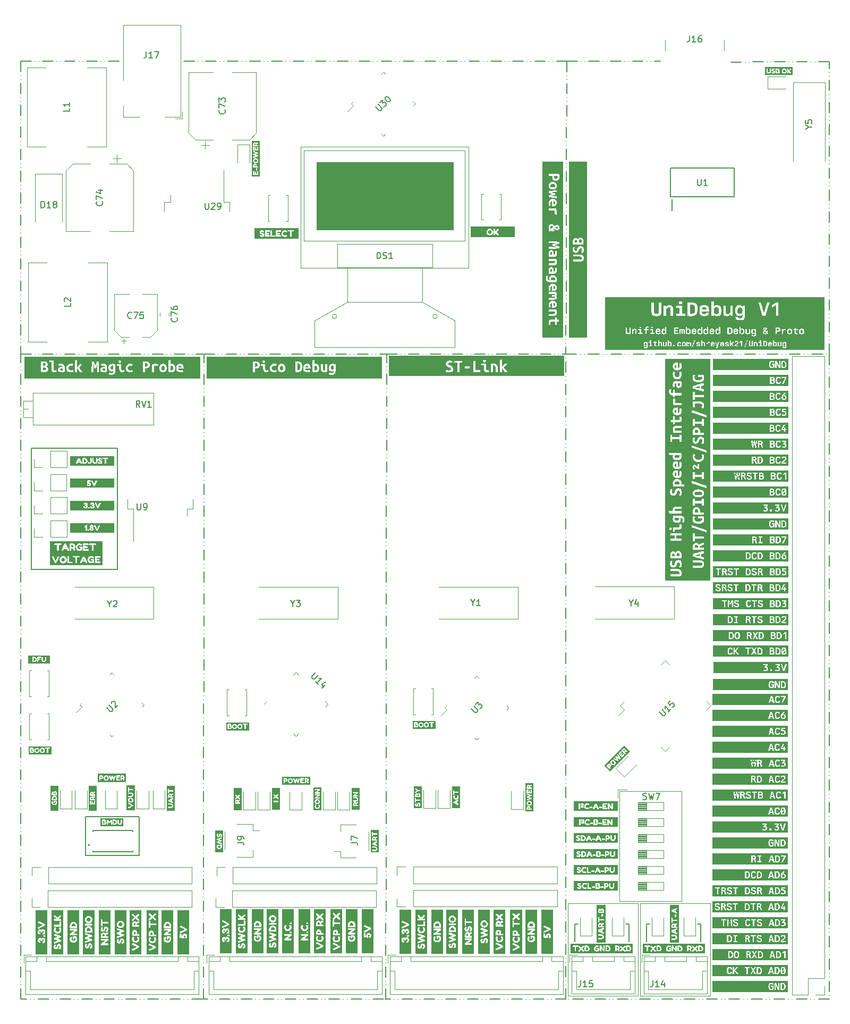
<source format=gto>
%TF.GenerationSoftware,KiCad,Pcbnew,7.0.9*%
%TF.CreationDate,2023-12-25T16:10:32+05:30*%
%TF.ProjectId,Custom_BMP,43757374-6f6d-45f4-924d-502e6b696361,rev?*%
%TF.SameCoordinates,Original*%
%TF.FileFunction,Legend,Top*%
%TF.FilePolarity,Positive*%
%FSLAX46Y46*%
G04 Gerber Fmt 4.6, Leading zero omitted, Abs format (unit mm)*
G04 Created by KiCad (PCBNEW 7.0.9) date 2023-12-25 16:10:32*
%MOMM*%
%LPD*%
G01*
G04 APERTURE LIST*
%ADD10C,0.152000*%
%ADD11C,0.150000*%
%ADD12C,0.155000*%
%ADD13C,0.120000*%
%ADD14C,0.180000*%
%ADD15C,0.200000*%
%ADD16C,0.100000*%
G04 APERTURE END LIST*
D10*
X61926500Y-175642100D02*
X61928567Y-173970101D01*
X61929318Y-173362102D02*
X61929318Y-173362102D01*
X61930070Y-172754102D02*
X61930070Y-172754102D01*
X61930821Y-172146103D02*
X61932888Y-170474104D01*
X61933640Y-169866104D02*
X61933640Y-169866104D01*
X61934391Y-169258105D02*
X61934391Y-169258105D01*
X61935143Y-168650105D02*
X61937210Y-166978107D01*
X61937961Y-166370107D02*
X61937961Y-166370107D01*
X61938713Y-165762108D02*
X61938713Y-165762108D01*
X61939464Y-165154108D02*
X61941531Y-163482109D01*
X61942282Y-162874110D02*
X61942282Y-162874110D01*
X61943034Y-162266110D02*
X61943034Y-162266110D01*
X61943786Y-161658111D02*
X61945852Y-159986112D01*
X61946604Y-159378112D02*
X61946604Y-159378112D01*
X61947355Y-158770113D02*
X61947355Y-158770113D01*
X61948107Y-158162113D02*
X61950174Y-156490115D01*
X61950925Y-155882115D02*
X61950925Y-155882115D01*
X61951677Y-155274116D02*
X61951677Y-155274116D01*
X61952428Y-154666116D02*
X61954495Y-152994117D01*
X61955247Y-152386118D02*
X61955247Y-152386118D01*
X61955998Y-151778118D02*
X61955998Y-151778118D01*
X61956750Y-151170119D02*
X61958816Y-149498120D01*
X61959568Y-148890120D02*
X61959568Y-148890120D01*
X61960320Y-148282121D02*
X61960320Y-148282121D01*
X61961071Y-147674121D02*
X61963138Y-146002123D01*
X61963889Y-145394123D02*
X61963889Y-145394123D01*
X61964641Y-144786124D02*
X61964641Y-144786124D01*
X61965392Y-144178124D02*
X61967459Y-142506125D01*
X61968211Y-141898126D02*
X61968211Y-141898126D01*
X61968962Y-141290126D02*
X61968962Y-141290126D01*
X61969714Y-140682127D02*
X61971781Y-139010128D01*
X61972532Y-138402128D02*
X61972532Y-138402128D01*
X61973284Y-137794129D02*
X61973284Y-137794129D01*
X61974035Y-137186129D02*
X61976102Y-135514131D01*
X61976853Y-134906131D02*
X61976853Y-134906131D01*
X61977605Y-134298132D02*
X61977605Y-134298132D01*
X61978357Y-133690132D02*
X61980423Y-132018133D01*
X61981175Y-131410134D02*
X61981175Y-131410134D01*
X61981926Y-130802134D02*
X61981926Y-130802134D01*
X61982678Y-130194135D02*
X61984745Y-128522136D01*
X61985496Y-127914136D02*
X61985496Y-127914136D01*
X61986248Y-127306137D02*
X61986248Y-127306137D01*
X61986999Y-126698137D02*
X61989066Y-125026139D01*
X61989818Y-124418139D02*
X61989818Y-124418139D01*
X61990569Y-123810140D02*
X61990569Y-123810140D01*
X61991321Y-123202140D02*
X61993387Y-121530141D01*
X61994139Y-120922142D02*
X61994139Y-120922142D01*
X61994891Y-120314142D02*
X61994891Y-120314142D01*
X61995642Y-119706143D02*
X61997709Y-118034144D01*
X61998460Y-117426144D02*
X61998460Y-117426144D01*
X61999212Y-116818145D02*
X61999212Y-116818145D01*
X61999963Y-116210145D02*
X62002030Y-114538147D01*
X62002782Y-113930147D02*
X62002782Y-113930147D01*
X62003533Y-113322148D02*
X62003533Y-113322148D01*
X62004285Y-112714148D02*
X62006352Y-111042149D01*
X62007103Y-110434150D02*
X62007103Y-110434150D01*
X62007855Y-109826150D02*
X62007855Y-109826150D01*
X62008606Y-109218151D02*
X62010673Y-107546152D01*
X62011425Y-106938152D02*
X62011425Y-106938152D01*
X62012176Y-106330153D02*
X62012176Y-106330153D01*
X62012928Y-105722153D02*
X62014994Y-104050155D01*
X62015746Y-103442155D02*
X62015746Y-103442155D01*
X62016497Y-102834156D02*
X62016497Y-102834156D01*
X62017249Y-102226156D02*
X62019316Y-100554157D01*
X62020067Y-99946158D02*
X62020067Y-99946158D01*
X62020819Y-99338158D02*
X62020819Y-99338158D01*
X62021570Y-98730159D02*
X62023637Y-97058160D01*
X62024389Y-96450160D02*
X62024389Y-96450160D01*
X62025140Y-95842161D02*
X62025140Y-95842161D01*
X62025892Y-95234161D02*
X62027959Y-93562163D01*
X62028710Y-92954163D02*
X62028710Y-92954163D01*
X62029462Y-92346164D02*
X62029462Y-92346164D01*
X62030213Y-91738164D02*
X62032280Y-90066165D01*
X62033031Y-89458166D02*
X62033031Y-89458166D01*
X62033783Y-88850166D02*
X62033783Y-88850166D01*
X62034535Y-88242167D02*
X62036601Y-86570168D01*
X62037353Y-85962169D02*
X62037353Y-85962169D01*
X62038104Y-85354169D02*
X62038104Y-85354169D01*
X62038856Y-84746169D02*
X62040923Y-83074171D01*
X62041674Y-82466171D02*
X62041674Y-82466171D01*
X62042426Y-81858172D02*
X62042426Y-81858172D01*
X62043177Y-81250172D02*
X62045244Y-79578173D01*
X62045996Y-78970174D02*
X62045996Y-78970174D01*
X62046747Y-78362174D02*
X62046747Y-78362174D01*
X62047499Y-77754175D02*
X62049565Y-76082176D01*
X62050317Y-75474177D02*
X62050317Y-75474177D01*
X62051069Y-74866177D02*
X62051069Y-74866177D01*
X62051820Y-74258177D02*
X62053500Y-72899100D01*
X90628500Y-175642100D02*
X88956500Y-175642100D01*
X88348500Y-175642100D02*
X88348500Y-175642100D01*
X87740500Y-175642100D02*
X87740500Y-175642100D01*
X87132500Y-175642100D02*
X85460500Y-175642100D01*
X84852500Y-175642100D02*
X84852500Y-175642100D01*
X84244500Y-175642100D02*
X84244500Y-175642100D01*
X83636500Y-175642100D02*
X81964500Y-175642100D01*
X81356500Y-175642100D02*
X81356500Y-175642100D01*
X80748500Y-175642100D02*
X80748500Y-175642100D01*
X80140500Y-175642100D02*
X78468500Y-175642100D01*
X77860500Y-175642100D02*
X77860500Y-175642100D01*
X77252500Y-175642100D02*
X77252500Y-175642100D01*
X76644500Y-175642100D02*
X74972500Y-175642100D01*
X74364500Y-175642100D02*
X74364500Y-175642100D01*
X73756500Y-175642100D02*
X73756500Y-175642100D01*
X73148500Y-175642100D02*
X71476500Y-175642100D01*
X70868500Y-175642100D02*
X70868500Y-175642100D01*
X70260500Y-175642100D02*
X70260500Y-175642100D01*
X69652500Y-175642100D02*
X67980500Y-175642100D01*
X67372500Y-175642100D02*
X67372500Y-175642100D01*
X66764500Y-175642100D02*
X66764500Y-175642100D01*
X66156500Y-175642100D02*
X64484500Y-175642100D01*
X63876500Y-175642100D02*
X63876500Y-175642100D01*
X63268500Y-175642100D02*
X63268500Y-175642100D01*
X62660500Y-175642100D02*
X61799500Y-175642100D01*
X161672300Y-72899100D02*
X161671388Y-71227100D01*
X161671056Y-70619100D02*
X161671056Y-70619100D01*
X161670724Y-70011100D02*
X161670724Y-70011100D01*
X161670393Y-69403101D02*
X161669481Y-67731101D01*
X161669149Y-67123101D02*
X161669149Y-67123101D01*
X161668817Y-66515101D02*
X161668817Y-66515101D01*
X161668485Y-65907101D02*
X161667573Y-64235101D01*
X161667242Y-63627101D02*
X161667242Y-63627101D01*
X161666910Y-63019101D02*
X161666910Y-63019101D01*
X161666578Y-62411102D02*
X161665666Y-60739102D01*
X161665334Y-60131102D02*
X161665334Y-60131102D01*
X161665003Y-59523102D02*
X161665003Y-59523102D01*
X161664671Y-58915102D02*
X161663759Y-57243102D01*
X161663427Y-56635102D02*
X161663427Y-56635102D01*
X161663095Y-56027103D02*
X161663095Y-56027103D01*
X161662764Y-55419103D02*
X161661852Y-53747103D01*
X161661520Y-53139103D02*
X161661520Y-53139103D01*
X161661188Y-52531103D02*
X161661188Y-52531103D01*
X161660856Y-51923103D02*
X161659944Y-50251103D01*
X161659613Y-49643103D02*
X161659613Y-49643103D01*
X161659281Y-49035104D02*
X161659281Y-49035104D01*
X161658949Y-48427104D02*
X161658037Y-46755104D01*
X161657705Y-46147104D02*
X161657705Y-46147104D01*
X161657374Y-45539104D02*
X161657374Y-45539104D01*
X161657042Y-44931104D02*
X161656130Y-43259104D01*
X161655798Y-42651105D02*
X161655798Y-42651105D01*
X161655466Y-42043105D02*
X161655466Y-42043105D01*
X161655135Y-41435105D02*
X161654223Y-39763105D01*
X161653891Y-39155105D02*
X161653891Y-39155105D01*
X161653559Y-38547105D02*
X161653559Y-38547105D01*
X161653227Y-37939105D02*
X161652315Y-36267105D01*
X161651984Y-35659106D02*
X161651984Y-35659106D01*
X161651652Y-35051106D02*
X161651652Y-35051106D01*
X161651320Y-34443106D02*
X161650408Y-32771106D01*
X161650076Y-32163106D02*
X161650076Y-32163106D01*
X161649745Y-31555106D02*
X161649745Y-31555106D01*
X161649413Y-30947106D02*
X161648501Y-29275106D01*
X161648169Y-28667107D02*
X161648169Y-28667107D01*
X161647837Y-28059107D02*
X161647837Y-28059107D01*
X161647506Y-27451107D02*
X161646901Y-26340900D01*
X32818100Y-26239300D02*
X32818258Y-27911300D01*
X32818315Y-28519300D02*
X32818315Y-28519300D01*
X32818372Y-29127300D02*
X32818372Y-29127300D01*
X32818430Y-29735300D02*
X32818587Y-31407300D01*
X32818645Y-32015300D02*
X32818645Y-32015300D01*
X32818702Y-32623300D02*
X32818702Y-32623300D01*
X32818759Y-33231300D02*
X32818917Y-34903300D01*
X32818974Y-35511300D02*
X32818974Y-35511300D01*
X32819032Y-36119300D02*
X32819032Y-36119300D01*
X32819089Y-36727300D02*
X32819247Y-38399300D01*
X32819304Y-39007300D02*
X32819304Y-39007300D01*
X32819361Y-39615300D02*
X32819361Y-39615300D01*
X32819419Y-40223300D02*
X32819576Y-41895300D01*
X32819634Y-42503300D02*
X32819634Y-42503300D01*
X32819691Y-43111300D02*
X32819691Y-43111300D01*
X32819748Y-43719300D02*
X32819906Y-45391300D01*
X32819963Y-45999300D02*
X32819963Y-45999300D01*
X32820021Y-46607300D02*
X32820021Y-46607300D01*
X32820078Y-47215300D02*
X32820236Y-48887300D01*
X32820293Y-49495300D02*
X32820293Y-49495300D01*
X32820350Y-50103300D02*
X32820350Y-50103300D01*
X32820408Y-50711300D02*
X32820565Y-52383300D01*
X32820623Y-52991300D02*
X32820623Y-52991300D01*
X32820680Y-53599300D02*
X32820680Y-53599300D01*
X32820737Y-54207300D02*
X32820895Y-55879300D01*
X32820952Y-56487300D02*
X32820952Y-56487300D01*
X32821010Y-57095300D02*
X32821010Y-57095300D01*
X32821067Y-57703300D02*
X32821225Y-59375300D01*
X32821282Y-59983300D02*
X32821282Y-59983300D01*
X32821339Y-60591300D02*
X32821339Y-60591300D01*
X32821397Y-61199300D02*
X32821554Y-62871300D01*
X32821612Y-63479300D02*
X32821612Y-63479300D01*
X32821669Y-64087300D02*
X32821669Y-64087300D01*
X32821726Y-64695300D02*
X32821884Y-66367300D01*
X32821941Y-66975300D02*
X32821941Y-66975300D01*
X32821999Y-67583300D02*
X32821999Y-67583300D01*
X32822056Y-68191300D02*
X32822214Y-69863300D01*
X32822271Y-70471300D02*
X32822271Y-70471300D01*
X32822328Y-71079300D02*
X32822328Y-71079300D01*
X32822386Y-71687300D02*
X32822499Y-72899100D01*
D11*
X140695343Y-163704100D02*
X141203343Y-163704100D01*
D10*
X119838500Y-26290100D02*
X121510500Y-26289977D01*
X122118500Y-26289932D02*
X122118500Y-26289932D01*
X122726500Y-26289887D02*
X122726500Y-26289887D01*
X123334500Y-26289842D02*
X125006500Y-26289719D01*
X125614500Y-26289674D02*
X125614500Y-26289674D01*
X126222500Y-26289629D02*
X126222500Y-26289629D01*
X126830500Y-26289584D02*
X128502500Y-26289461D01*
X129110500Y-26289416D02*
X129110500Y-26289416D01*
X129718500Y-26289371D02*
X129718500Y-26289371D01*
X130326500Y-26289326D02*
X131998500Y-26289203D01*
X132606500Y-26289158D02*
X132606500Y-26289158D01*
X133214500Y-26289113D02*
X133214500Y-26289113D01*
X133822500Y-26289068D02*
X134746857Y-26289000D01*
X62053500Y-72899100D02*
X63725500Y-72899100D01*
X64333500Y-72899100D02*
X64333500Y-72899100D01*
X64941500Y-72899100D02*
X64941500Y-72899100D01*
X65549500Y-72899100D02*
X67221500Y-72899100D01*
X67829500Y-72899100D02*
X67829500Y-72899100D01*
X68437500Y-72899100D02*
X68437500Y-72899100D01*
X69045500Y-72899100D02*
X70717500Y-72899100D01*
X71325500Y-72899100D02*
X71325500Y-72899100D01*
X71933500Y-72899100D02*
X71933500Y-72899100D01*
X72541500Y-72899100D02*
X74213500Y-72899100D01*
X74821500Y-72899100D02*
X74821500Y-72899100D01*
X75429500Y-72899100D02*
X75429500Y-72899100D01*
X76037500Y-72899100D02*
X77709500Y-72899100D01*
X78317500Y-72899100D02*
X78317500Y-72899100D01*
X78925500Y-72899100D02*
X78925500Y-72899100D01*
X79533500Y-72899100D02*
X81205500Y-72899100D01*
X81813500Y-72899100D02*
X81813500Y-72899100D01*
X82421500Y-72899100D02*
X82421500Y-72899100D01*
X83029500Y-72899100D02*
X84701500Y-72899100D01*
X85309500Y-72899100D02*
X85309500Y-72899100D01*
X85917500Y-72899100D02*
X85917500Y-72899100D01*
X86525500Y-72899100D02*
X88197500Y-72899100D01*
X88805500Y-72899100D02*
X88805500Y-72899100D01*
X89413500Y-72899100D02*
X89413500Y-72899100D01*
X90021500Y-72899100D02*
X91136500Y-72899100D01*
D12*
X119711500Y-72899100D02*
X121416500Y-72899100D01*
X122036500Y-72899100D02*
X122036500Y-72899100D01*
X122656500Y-72899100D02*
X122656500Y-72899100D01*
X123276500Y-72899100D02*
X124981500Y-72899100D01*
X125601500Y-72899100D02*
X125601500Y-72899100D01*
X126221500Y-72899100D02*
X126221500Y-72899100D01*
X126841500Y-72899100D02*
X128546500Y-72899100D01*
X129166500Y-72899100D02*
X129166500Y-72899100D01*
X129786500Y-72899100D02*
X129786500Y-72899100D01*
X130406500Y-72899100D02*
X132111500Y-72899100D01*
X132731500Y-72899100D02*
X132731500Y-72899100D01*
X133351500Y-72899100D02*
X133351500Y-72899100D01*
X133971500Y-72899100D02*
X135676500Y-72899100D01*
X136296500Y-72899100D02*
X136296500Y-72899100D01*
X136916500Y-72899100D02*
X136916500Y-72899100D01*
X137536500Y-72899100D02*
X139241500Y-72899100D01*
X139861500Y-72899100D02*
X139861500Y-72899100D01*
X140481500Y-72899100D02*
X140481500Y-72899100D01*
X141101500Y-72899100D02*
X142806500Y-72899100D01*
X143426500Y-72899100D02*
X143426500Y-72899100D01*
X144046500Y-72899100D02*
X144046500Y-72899100D01*
X144666500Y-72899100D02*
X146371500Y-72899100D01*
X146991500Y-72899100D02*
X146991500Y-72899100D01*
X147611500Y-72899100D02*
X147611500Y-72899100D01*
X148231500Y-72899100D02*
X149936500Y-72899100D01*
X150556500Y-72899100D02*
X150556500Y-72899100D01*
X151176500Y-72899100D02*
X151176500Y-72899100D01*
X151796500Y-72899100D02*
X153501500Y-72899100D01*
X154121500Y-72899100D02*
X154121500Y-72899100D01*
X154741500Y-72899100D02*
X154741500Y-72899100D01*
X155361500Y-72899100D02*
X157066500Y-72899100D01*
X157686500Y-72899100D02*
X157686500Y-72899100D01*
X158306500Y-72899100D02*
X158306500Y-72899100D01*
X158926500Y-72899100D02*
X160631500Y-72899100D01*
X161251500Y-72899100D02*
X161251500Y-72899100D01*
X161672300Y-72899100D02*
X161672300Y-74604100D01*
X161672300Y-75224100D02*
X161672300Y-75224100D01*
X161672300Y-75844100D02*
X161672300Y-75844100D01*
X161672300Y-76464100D02*
X161672300Y-78169100D01*
X161672300Y-78789100D02*
X161672300Y-78789100D01*
X161672300Y-79409100D02*
X161672300Y-79409100D01*
X161672300Y-80029100D02*
X161672300Y-81734100D01*
X161672300Y-82354100D02*
X161672300Y-82354100D01*
X161672300Y-82974100D02*
X161672300Y-82974100D01*
X161672300Y-83594100D02*
X161672300Y-85299100D01*
X161672300Y-85919100D02*
X161672300Y-85919100D01*
X161672300Y-86539100D02*
X161672300Y-86539100D01*
X161672300Y-87159100D02*
X161672300Y-88864100D01*
X161672300Y-89484100D02*
X161672300Y-89484100D01*
X161672300Y-90104100D02*
X161672300Y-90104100D01*
X161672300Y-90724100D02*
X161672300Y-92429100D01*
X161672300Y-93049100D02*
X161672300Y-93049100D01*
X161672300Y-93669100D02*
X161672300Y-93669100D01*
X161672300Y-94289100D02*
X161672300Y-95994100D01*
X161672300Y-96614100D02*
X161672300Y-96614100D01*
X161672300Y-97234100D02*
X161672300Y-97234100D01*
X161672300Y-97854100D02*
X161672300Y-99559100D01*
X161672300Y-100179100D02*
X161672300Y-100179100D01*
X161672300Y-100799100D02*
X161672300Y-100799100D01*
X161672300Y-101419100D02*
X161672300Y-103124100D01*
X161672300Y-103744100D02*
X161672300Y-103744100D01*
X161672300Y-104364100D02*
X161672300Y-104364100D01*
X161672300Y-104984100D02*
X161672300Y-106689100D01*
X161672300Y-107309100D02*
X161672300Y-107309100D01*
X161672300Y-107929100D02*
X161672300Y-107929100D01*
X161672300Y-108549100D02*
X161672300Y-110254100D01*
X161672300Y-110874100D02*
X161672300Y-110874100D01*
X161672300Y-111494100D02*
X161672300Y-111494100D01*
X161672300Y-112114100D02*
X161672300Y-113819100D01*
X161672300Y-114439100D02*
X161672300Y-114439100D01*
X161672300Y-115059100D02*
X161672300Y-115059100D01*
X161672300Y-115679100D02*
X161672300Y-117384100D01*
X161672300Y-118004100D02*
X161672300Y-118004100D01*
X161672300Y-118624100D02*
X161672300Y-118624100D01*
X161672300Y-119244100D02*
X161672300Y-120949100D01*
X161672300Y-121569100D02*
X161672300Y-121569100D01*
X161672300Y-122189100D02*
X161672300Y-122189100D01*
X161672300Y-122809100D02*
X161672300Y-124514100D01*
X161672300Y-125134100D02*
X161672300Y-125134100D01*
X161672300Y-125754100D02*
X161672300Y-125754100D01*
X161672300Y-126374100D02*
X161672300Y-128079100D01*
X161672300Y-128699100D02*
X161672300Y-128699100D01*
X161672300Y-129319100D02*
X161672300Y-129319100D01*
X161672300Y-129939100D02*
X161672300Y-131644100D01*
X161672300Y-132264100D02*
X161672300Y-132264100D01*
X161672300Y-132884100D02*
X161672300Y-132884100D01*
X161672300Y-133504100D02*
X161672300Y-135209100D01*
X161672300Y-135829100D02*
X161672300Y-135829100D01*
X161672300Y-136449100D02*
X161672300Y-136449100D01*
X161672300Y-137069100D02*
X161672300Y-138774100D01*
X161672300Y-139394100D02*
X161672300Y-139394100D01*
X161672300Y-140014100D02*
X161672300Y-140014100D01*
X161672300Y-140634100D02*
X161672300Y-142339100D01*
X161672300Y-142959100D02*
X161672300Y-142959100D01*
X161672300Y-143579100D02*
X161672300Y-143579100D01*
X161672300Y-144199100D02*
X161672300Y-145904100D01*
X161672300Y-146524100D02*
X161672300Y-146524100D01*
X161672300Y-147144100D02*
X161672300Y-147144100D01*
X161672300Y-147764100D02*
X161672300Y-149469100D01*
X161672300Y-150089100D02*
X161672300Y-150089100D01*
X161672300Y-150709100D02*
X161672300Y-150709100D01*
X161672300Y-151329100D02*
X161672300Y-153034100D01*
X161672300Y-153654100D02*
X161672300Y-153654100D01*
X161672300Y-154274100D02*
X161672300Y-154274100D01*
X161672300Y-154894100D02*
X161672300Y-156599100D01*
X161672300Y-157219100D02*
X161672300Y-157219100D01*
X161672300Y-157839100D02*
X161672300Y-157839100D01*
X161672300Y-158459100D02*
X161672300Y-160164100D01*
X161672300Y-160784100D02*
X161672300Y-160784100D01*
X161672300Y-161404100D02*
X161672300Y-161404100D01*
X161672300Y-162024100D02*
X161672300Y-163729100D01*
X161672300Y-164349100D02*
X161672300Y-164349100D01*
X161672300Y-164969100D02*
X161672300Y-164969100D01*
X161672300Y-165589100D02*
X161672300Y-167294100D01*
X161672300Y-167914100D02*
X161672300Y-167914100D01*
X161672300Y-168534100D02*
X161672300Y-168534100D01*
X161672300Y-169154100D02*
X161672300Y-170859100D01*
X161672300Y-171479100D02*
X161672300Y-171479100D01*
X161672300Y-172099100D02*
X161672300Y-172099100D01*
X161672300Y-172719100D02*
X161672300Y-174424100D01*
X161672300Y-175044100D02*
X161672300Y-175044100D01*
X161672300Y-175642100D02*
X159967300Y-175642100D01*
X159347300Y-175642100D02*
X159347300Y-175642100D01*
X158727300Y-175642100D02*
X158727300Y-175642100D01*
X158107300Y-175642100D02*
X156402300Y-175642100D01*
X155782300Y-175642100D02*
X155782300Y-175642100D01*
X155162300Y-175642100D02*
X155162300Y-175642100D01*
X154542300Y-175642100D02*
X152837300Y-175642100D01*
X152217300Y-175642100D02*
X152217300Y-175642100D01*
X151597300Y-175642100D02*
X151597300Y-175642100D01*
X150977300Y-175642100D02*
X149272300Y-175642100D01*
X148652300Y-175642100D02*
X148652300Y-175642100D01*
X148032300Y-175642100D02*
X148032300Y-175642100D01*
X147412300Y-175642100D02*
X145707300Y-175642100D01*
X145087300Y-175642100D02*
X145087300Y-175642100D01*
X144467300Y-175642100D02*
X144467300Y-175642100D01*
X143847300Y-175642100D02*
X142142300Y-175642100D01*
X141522300Y-175642100D02*
X141522300Y-175642100D01*
X140902300Y-175642100D02*
X140902300Y-175642100D01*
X140282300Y-175642100D02*
X138577300Y-175642100D01*
X137957300Y-175642100D02*
X137957300Y-175642100D01*
X137337300Y-175642100D02*
X137337300Y-175642100D01*
X136717300Y-175642100D02*
X135012300Y-175642100D01*
X134392300Y-175642100D02*
X134392300Y-175642100D01*
X133772300Y-175642100D02*
X133772300Y-175642100D01*
X133152300Y-175642100D02*
X131447300Y-175642100D01*
X130827300Y-175642100D02*
X130827300Y-175642100D01*
X130207300Y-175642100D02*
X130207300Y-175642100D01*
X129587300Y-175642100D02*
X127882300Y-175642100D01*
X127262300Y-175642100D02*
X127262300Y-175642100D01*
X126642300Y-175642100D02*
X126642300Y-175642100D01*
X126022300Y-175642100D02*
X124317300Y-175642100D01*
X123697300Y-175642100D02*
X123697300Y-175642100D01*
X123077300Y-175642100D02*
X123077300Y-175642100D01*
X122457300Y-175642100D02*
X120752300Y-175642100D01*
X120132300Y-175642100D02*
X120132300Y-175642100D01*
X119711500Y-175642100D02*
X119711500Y-173937100D01*
X119711500Y-173317100D02*
X119711500Y-173317100D01*
X119711500Y-172697100D02*
X119711500Y-172697100D01*
X119711500Y-172077100D02*
X119711500Y-170372100D01*
X119711500Y-169752100D02*
X119711500Y-169752100D01*
X119711500Y-169132100D02*
X119711500Y-169132100D01*
X119711500Y-168512100D02*
X119711500Y-166807100D01*
X119711500Y-166187100D02*
X119711500Y-166187100D01*
X119711500Y-165567100D02*
X119711500Y-165567100D01*
X119711500Y-164947100D02*
X119711500Y-163242100D01*
X119711500Y-162622100D02*
X119711500Y-162622100D01*
X119711500Y-162002100D02*
X119711500Y-162002100D01*
X119711500Y-161382100D02*
X119711500Y-159677100D01*
X119711500Y-159057100D02*
X119711500Y-159057100D01*
X119711500Y-158437100D02*
X119711500Y-158437100D01*
X119711500Y-157817100D02*
X119711500Y-156112100D01*
X119711500Y-155492100D02*
X119711500Y-155492100D01*
X119711500Y-154872100D02*
X119711500Y-154872100D01*
X119711500Y-154252100D02*
X119711500Y-152547100D01*
X119711500Y-151927100D02*
X119711500Y-151927100D01*
X119711500Y-151307100D02*
X119711500Y-151307100D01*
X119711500Y-150687100D02*
X119711500Y-148982100D01*
X119711500Y-148362100D02*
X119711500Y-148362100D01*
X119711500Y-147742100D02*
X119711500Y-147742100D01*
X119711500Y-147122100D02*
X119711500Y-145417100D01*
X119711500Y-144797100D02*
X119711500Y-144797100D01*
X119711500Y-144177100D02*
X119711500Y-144177100D01*
X119711500Y-143557100D02*
X119711500Y-141852100D01*
X119711500Y-141232100D02*
X119711500Y-141232100D01*
X119711500Y-140612100D02*
X119711500Y-140612100D01*
X119711500Y-139992100D02*
X119711500Y-138287100D01*
X119711500Y-137667100D02*
X119711500Y-137667100D01*
X119711500Y-137047100D02*
X119711500Y-137047100D01*
X119711500Y-136427100D02*
X119711500Y-134722100D01*
X119711500Y-134102100D02*
X119711500Y-134102100D01*
X119711500Y-133482100D02*
X119711500Y-133482100D01*
X119711500Y-132862100D02*
X119711500Y-131157100D01*
X119711500Y-130537100D02*
X119711500Y-130537100D01*
X119711500Y-129917100D02*
X119711500Y-129917100D01*
X119711500Y-129297100D02*
X119711500Y-127592100D01*
X119711500Y-126972100D02*
X119711500Y-126972100D01*
X119711500Y-126352100D02*
X119711500Y-126352100D01*
X119711500Y-125732100D02*
X119711500Y-124027100D01*
X119711500Y-123407100D02*
X119711500Y-123407100D01*
X119711500Y-122787100D02*
X119711500Y-122787100D01*
X119711500Y-122167100D02*
X119711500Y-120462100D01*
X119711500Y-119842100D02*
X119711500Y-119842100D01*
X119711500Y-119222100D02*
X119711500Y-119222100D01*
X119711500Y-118602100D02*
X119711500Y-116897100D01*
X119711500Y-116277100D02*
X119711500Y-116277100D01*
X119711500Y-115657100D02*
X119711500Y-115657100D01*
X119711500Y-115037100D02*
X119711500Y-113332100D01*
X119711500Y-112712100D02*
X119711500Y-112712100D01*
X119711500Y-112092100D02*
X119711500Y-112092100D01*
X119711500Y-111472100D02*
X119711500Y-109767100D01*
X119711500Y-109147100D02*
X119711500Y-109147100D01*
X119711500Y-108527100D02*
X119711500Y-108527100D01*
X119711500Y-107907100D02*
X119711500Y-106202100D01*
X119711500Y-105582100D02*
X119711500Y-105582100D01*
X119711500Y-104962100D02*
X119711500Y-104962100D01*
X119711500Y-104342100D02*
X119711500Y-102637100D01*
X119711500Y-102017100D02*
X119711500Y-102017100D01*
X119711500Y-101397100D02*
X119711500Y-101397100D01*
X119711500Y-100777100D02*
X119711500Y-99072100D01*
X119711500Y-98452100D02*
X119711500Y-98452100D01*
X119711500Y-97832100D02*
X119711500Y-97832100D01*
X119711500Y-97212100D02*
X119711500Y-95507100D01*
X119711500Y-94887100D02*
X119711500Y-94887100D01*
X119711500Y-94267100D02*
X119711500Y-94267100D01*
X119711500Y-93647100D02*
X119711500Y-91942100D01*
X119711500Y-91322100D02*
X119711500Y-91322100D01*
X119711500Y-90702100D02*
X119711500Y-90702100D01*
X119711500Y-90082100D02*
X119711500Y-88377100D01*
X119711500Y-87757100D02*
X119711500Y-87757100D01*
X119711500Y-87137100D02*
X119711500Y-87137100D01*
X119711500Y-86517100D02*
X119711500Y-84812100D01*
X119711500Y-84192100D02*
X119711500Y-84192100D01*
X119711500Y-83572100D02*
X119711500Y-83572100D01*
X119711500Y-82952100D02*
X119711500Y-81247100D01*
X119711500Y-80627100D02*
X119711500Y-80627100D01*
X119711500Y-80007100D02*
X119711500Y-80007100D01*
X119711500Y-79387100D02*
X119711500Y-77682100D01*
X119711500Y-77062100D02*
X119711500Y-77062100D01*
X119711500Y-76442100D02*
X119711500Y-76442100D01*
X119711500Y-75822100D02*
X119711500Y-74117100D01*
X119711500Y-73497100D02*
X119711500Y-73497100D01*
D10*
X161646900Y-26340900D02*
X159974918Y-26348759D01*
X159366925Y-26351616D02*
X159366925Y-26351616D01*
X158758932Y-26354474D02*
X158758932Y-26354474D01*
X158150939Y-26357332D02*
X156478957Y-26365191D01*
X155870964Y-26368048D02*
X155870964Y-26368048D01*
X155262971Y-26370906D02*
X155262971Y-26370906D01*
X154654977Y-26373764D02*
X152982996Y-26381622D01*
X152375002Y-26384480D02*
X152375002Y-26384480D01*
X151767009Y-26387338D02*
X151767009Y-26387338D01*
X151159016Y-26390196D02*
X149487034Y-26398054D01*
X148879041Y-26400912D02*
X148879041Y-26400912D01*
X148271048Y-26403770D02*
X148271048Y-26403770D01*
X147663054Y-26406627D02*
X145991073Y-26414486D01*
D11*
X129265343Y-163704100D02*
X129773343Y-163704100D01*
X141203343Y-163704100D02*
X141203343Y-166498100D01*
X132567343Y-163704100D02*
X132567343Y-166498100D01*
D10*
X32818100Y-26239300D02*
X34490092Y-26244510D01*
X35098089Y-26246404D02*
X35098089Y-26246404D01*
X35706086Y-26248299D02*
X35706086Y-26248299D01*
X36314083Y-26250194D02*
X37986075Y-26255403D01*
X38594072Y-26257298D02*
X38594072Y-26257298D01*
X39202069Y-26259192D02*
X39202069Y-26259192D01*
X39810066Y-26261087D02*
X41482058Y-26266297D01*
X42090055Y-26268191D02*
X42090055Y-26268191D01*
X42698052Y-26270086D02*
X42698052Y-26270086D01*
X43306049Y-26271981D02*
X44978041Y-26277190D01*
X45586038Y-26279085D02*
X45586038Y-26279085D01*
X46194035Y-26280980D02*
X46194035Y-26280980D01*
X46802032Y-26282874D02*
X48474024Y-26288084D01*
X61736000Y-175642100D02*
X60064000Y-175642100D01*
X59456000Y-175642100D02*
X59456000Y-175642100D01*
X58848000Y-175642100D02*
X58848000Y-175642100D01*
X58240000Y-175642100D02*
X56568000Y-175642100D01*
X55960000Y-175642100D02*
X55960000Y-175642100D01*
X55352000Y-175642100D02*
X55352000Y-175642100D01*
X54744000Y-175642100D02*
X53072000Y-175642100D01*
X52464000Y-175642100D02*
X52464000Y-175642100D01*
X51856000Y-175642100D02*
X51856000Y-175642100D01*
X51248000Y-175642100D02*
X49576000Y-175642100D01*
X48968000Y-175642100D02*
X48968000Y-175642100D01*
X48360000Y-175642100D02*
X48360000Y-175642100D01*
X47752000Y-175642100D02*
X46080000Y-175642100D01*
X45472000Y-175642100D02*
X45472000Y-175642100D01*
X44864000Y-175642100D02*
X44864000Y-175642100D01*
X44256000Y-175642100D02*
X42584000Y-175642100D01*
X41976000Y-175642100D02*
X41976000Y-175642100D01*
X41368000Y-175642100D02*
X41368000Y-175642100D01*
X40760000Y-175642100D02*
X39088000Y-175642100D01*
X38480000Y-175642100D02*
X38480000Y-175642100D01*
X37872000Y-175642100D02*
X37872000Y-175642100D01*
X37264000Y-175642100D02*
X35592000Y-175642100D01*
X34984000Y-175642100D02*
X34984000Y-175642100D01*
X34376000Y-175642100D02*
X34376000Y-175642100D01*
X33768000Y-175642100D02*
X32822500Y-175642100D01*
D13*
X131522500Y-160402100D02*
X142698500Y-160402100D01*
X142698500Y-175134100D01*
X131522500Y-175134100D01*
X131522500Y-160402100D01*
D11*
X133075343Y-163704100D02*
X132567343Y-163704100D01*
X43180000Y-146558000D02*
X51689000Y-146558000D01*
X51689000Y-152781000D01*
X43180000Y-152781000D01*
X43180000Y-146558000D01*
X121137343Y-163704100D02*
X121137343Y-166498100D01*
D10*
X91136500Y-72899100D02*
X92808500Y-72899100D01*
X93416500Y-72899100D02*
X93416500Y-72899100D01*
X94024500Y-72899100D02*
X94024500Y-72899100D01*
X94632500Y-72899100D02*
X96304500Y-72899100D01*
X96912500Y-72899100D02*
X96912500Y-72899100D01*
X97520500Y-72899100D02*
X97520500Y-72899100D01*
X98128500Y-72899100D02*
X99800500Y-72899100D01*
X100408500Y-72899100D02*
X100408500Y-72899100D01*
X101016500Y-72899100D02*
X101016500Y-72899100D01*
X101624500Y-72899100D02*
X103296500Y-72899100D01*
X103904500Y-72899100D02*
X103904500Y-72899100D01*
X104512500Y-72899100D02*
X104512500Y-72899100D01*
X105120500Y-72899100D02*
X106792500Y-72899100D01*
X107400500Y-72899100D02*
X107400500Y-72899100D01*
X108008500Y-72899100D02*
X108008500Y-72899100D01*
X108616500Y-72899100D02*
X110288500Y-72899100D01*
X110896500Y-72899100D02*
X110896500Y-72899100D01*
X111504500Y-72899100D02*
X111504500Y-72899100D01*
X112112500Y-72899100D02*
X113784500Y-72899100D01*
X114392500Y-72899100D02*
X114392500Y-72899100D01*
X115000500Y-72899100D02*
X115000500Y-72899100D01*
X115608500Y-72899100D02*
X117280500Y-72899100D01*
X117888500Y-72899100D02*
X117888500Y-72899100D01*
X118496500Y-72899100D02*
X118496500Y-72899100D01*
X119104500Y-72899100D02*
X119711500Y-72899100D01*
D11*
X34544000Y-87884000D02*
X48260000Y-87884000D01*
X48260000Y-107188000D01*
X34544000Y-107188000D01*
X34544000Y-87884000D01*
D10*
X119711500Y-175642100D02*
X118039500Y-175642100D01*
X117431500Y-175642100D02*
X117431500Y-175642100D01*
X116823500Y-175642100D02*
X116823500Y-175642100D01*
X116215500Y-175642100D02*
X114543500Y-175642100D01*
X113935500Y-175642100D02*
X113935500Y-175642100D01*
X113327500Y-175642100D02*
X113327500Y-175642100D01*
X112719500Y-175642100D02*
X111047500Y-175642100D01*
X110439500Y-175642100D02*
X110439500Y-175642100D01*
X109831500Y-175642100D02*
X109831500Y-175642100D01*
X109223500Y-175642100D02*
X107551500Y-175642100D01*
X106943500Y-175642100D02*
X106943500Y-175642100D01*
X106335500Y-175642100D02*
X106335500Y-175642100D01*
X105727500Y-175642100D02*
X104055500Y-175642100D01*
X103447500Y-175642100D02*
X103447500Y-175642100D01*
X102839500Y-175642100D02*
X102839500Y-175642100D01*
X102231500Y-175642100D02*
X100559500Y-175642100D01*
X99951500Y-175642100D02*
X99951500Y-175642100D01*
X99343500Y-175642100D02*
X99343500Y-175642100D01*
X98735500Y-175642100D02*
X97063500Y-175642100D01*
X96455500Y-175642100D02*
X96455500Y-175642100D01*
X95847500Y-175642100D02*
X95847500Y-175642100D01*
X95239500Y-175642100D02*
X93567500Y-175642100D01*
X92959500Y-175642100D02*
X92959500Y-175642100D01*
X92351500Y-175642100D02*
X92351500Y-175642100D01*
X91743500Y-175642100D02*
X90882500Y-175642100D01*
X91009500Y-175642100D02*
X91011567Y-173970101D01*
X91012318Y-173362102D02*
X91012318Y-173362102D01*
X91013070Y-172754102D02*
X91013070Y-172754102D01*
X91013821Y-172146103D02*
X91015888Y-170474104D01*
X91016640Y-169866104D02*
X91016640Y-169866104D01*
X91017391Y-169258105D02*
X91017391Y-169258105D01*
X91018143Y-168650105D02*
X91020210Y-166978107D01*
X91020961Y-166370107D02*
X91020961Y-166370107D01*
X91021713Y-165762108D02*
X91021713Y-165762108D01*
X91022464Y-165154108D02*
X91024531Y-163482109D01*
X91025282Y-162874110D02*
X91025282Y-162874110D01*
X91026034Y-162266110D02*
X91026034Y-162266110D01*
X91026786Y-161658111D02*
X91028852Y-159986112D01*
X91029604Y-159378112D02*
X91029604Y-159378112D01*
X91030355Y-158770113D02*
X91030355Y-158770113D01*
X91031107Y-158162113D02*
X91033174Y-156490115D01*
X91033925Y-155882115D02*
X91033925Y-155882115D01*
X91034677Y-155274116D02*
X91034677Y-155274116D01*
X91035428Y-154666116D02*
X91037495Y-152994117D01*
X91038247Y-152386118D02*
X91038247Y-152386118D01*
X91038998Y-151778118D02*
X91038998Y-151778118D01*
X91039750Y-151170119D02*
X91041816Y-149498120D01*
X91042568Y-148890120D02*
X91042568Y-148890120D01*
X91043320Y-148282121D02*
X91043320Y-148282121D01*
X91044071Y-147674121D02*
X91046138Y-146002123D01*
X91046889Y-145394123D02*
X91046889Y-145394123D01*
X91047641Y-144786124D02*
X91047641Y-144786124D01*
X91048392Y-144178124D02*
X91050459Y-142506125D01*
X91051211Y-141898126D02*
X91051211Y-141898126D01*
X91051962Y-141290126D02*
X91051962Y-141290126D01*
X91052714Y-140682127D02*
X91054781Y-139010128D01*
X91055532Y-138402128D02*
X91055532Y-138402128D01*
X91056284Y-137794129D02*
X91056284Y-137794129D01*
X91057035Y-137186129D02*
X91059102Y-135514131D01*
X91059853Y-134906131D02*
X91059853Y-134906131D01*
X91060605Y-134298132D02*
X91060605Y-134298132D01*
X91061357Y-133690132D02*
X91063423Y-132018133D01*
X91064175Y-131410134D02*
X91064175Y-131410134D01*
X91064926Y-130802134D02*
X91064926Y-130802134D01*
X91065678Y-130194135D02*
X91067745Y-128522136D01*
X91068496Y-127914136D02*
X91068496Y-127914136D01*
X91069248Y-127306137D02*
X91069248Y-127306137D01*
X91069999Y-126698137D02*
X91072066Y-125026139D01*
X91072818Y-124418139D02*
X91072818Y-124418139D01*
X91073569Y-123810140D02*
X91073569Y-123810140D01*
X91074321Y-123202140D02*
X91076387Y-121530141D01*
X91077139Y-120922142D02*
X91077139Y-120922142D01*
X91077891Y-120314142D02*
X91077891Y-120314142D01*
X91078642Y-119706143D02*
X91080709Y-118034144D01*
X91081460Y-117426144D02*
X91081460Y-117426144D01*
X91082212Y-116818145D02*
X91082212Y-116818145D01*
X91082963Y-116210145D02*
X91085030Y-114538147D01*
X91085782Y-113930147D02*
X91085782Y-113930147D01*
X91086533Y-113322148D02*
X91086533Y-113322148D01*
X91087285Y-112714148D02*
X91089352Y-111042149D01*
X91090103Y-110434150D02*
X91090103Y-110434150D01*
X91090855Y-109826150D02*
X91090855Y-109826150D01*
X91091606Y-109218151D02*
X91093673Y-107546152D01*
X91094425Y-106938152D02*
X91094425Y-106938152D01*
X91095176Y-106330153D02*
X91095176Y-106330153D01*
X91095928Y-105722153D02*
X91097994Y-104050155D01*
X91098746Y-103442155D02*
X91098746Y-103442155D01*
X91099497Y-102834156D02*
X91099497Y-102834156D01*
X91100249Y-102226156D02*
X91102316Y-100554157D01*
X91103067Y-99946158D02*
X91103067Y-99946158D01*
X91103819Y-99338158D02*
X91103819Y-99338158D01*
X91104570Y-98730159D02*
X91106637Y-97058160D01*
X91107389Y-96450160D02*
X91107389Y-96450160D01*
X91108140Y-95842161D02*
X91108140Y-95842161D01*
X91108892Y-95234161D02*
X91110959Y-93562163D01*
X91111710Y-92954163D02*
X91111710Y-92954163D01*
X91112462Y-92346164D02*
X91112462Y-92346164D01*
X91113213Y-91738164D02*
X91115280Y-90066165D01*
X91116031Y-89458166D02*
X91116031Y-89458166D01*
X91116783Y-88850166D02*
X91116783Y-88850166D01*
X91117535Y-88242167D02*
X91119601Y-86570168D01*
X91120353Y-85962169D02*
X91120353Y-85962169D01*
X91121104Y-85354169D02*
X91121104Y-85354169D01*
X91121856Y-84746169D02*
X91123923Y-83074171D01*
X91124674Y-82466171D02*
X91124674Y-82466171D01*
X91125426Y-81858172D02*
X91125426Y-81858172D01*
X91126177Y-81250172D02*
X91128244Y-79578173D01*
X91128996Y-78970174D02*
X91128996Y-78970174D01*
X91129747Y-78362174D02*
X91129747Y-78362174D01*
X91130499Y-77754175D02*
X91132565Y-76082176D01*
X91133317Y-75474177D02*
X91133317Y-75474177D01*
X91134069Y-74866177D02*
X91134069Y-74866177D01*
X91134820Y-74258177D02*
X91136500Y-72899100D01*
D13*
X119994343Y-160402100D02*
X131170343Y-160402100D01*
X131170343Y-175134100D01*
X119994343Y-175134100D01*
X119994343Y-160402100D01*
D10*
X58801000Y-26289000D02*
X60473000Y-26289030D01*
X61081000Y-26289041D02*
X61081000Y-26289041D01*
X61689000Y-26289052D02*
X61689000Y-26289052D01*
X62297000Y-26289063D02*
X63969000Y-26289093D01*
X64577000Y-26289104D02*
X64577000Y-26289104D01*
X65185000Y-26289115D02*
X65185000Y-26289115D01*
X65793000Y-26289126D02*
X67465000Y-26289156D01*
X68073000Y-26289167D02*
X68073000Y-26289167D01*
X68681000Y-26289178D02*
X68681000Y-26289178D01*
X69289000Y-26289189D02*
X70961000Y-26289219D01*
X71569000Y-26289230D02*
X71569000Y-26289230D01*
X72177000Y-26289241D02*
X72177000Y-26289241D01*
X72785000Y-26289252D02*
X74457000Y-26289282D01*
X75065000Y-26289293D02*
X75065000Y-26289293D01*
X75673000Y-26289304D02*
X75673000Y-26289304D01*
X76281000Y-26289315D02*
X77953000Y-26289345D01*
X78561000Y-26289356D02*
X78561000Y-26289356D01*
X79169000Y-26289367D02*
X79169000Y-26289367D01*
X79777000Y-26289378D02*
X81449000Y-26289408D01*
X82057000Y-26289419D02*
X82057000Y-26289419D01*
X82665000Y-26289430D02*
X82665000Y-26289430D01*
X83273000Y-26289441D02*
X84945000Y-26289471D01*
X85553000Y-26289482D02*
X85553000Y-26289482D01*
X86161000Y-26289493D02*
X86161000Y-26289493D01*
X86769000Y-26289504D02*
X88441000Y-26289534D01*
X89049000Y-26289545D02*
X89049000Y-26289545D01*
X89657000Y-26289556D02*
X89657000Y-26289556D01*
X90265000Y-26289567D02*
X91937000Y-26289597D01*
X92545000Y-26289608D02*
X92545000Y-26289608D01*
X93153000Y-26289619D02*
X93153000Y-26289619D01*
X93761000Y-26289630D02*
X95433000Y-26289660D01*
X96041000Y-26289671D02*
X96041000Y-26289671D01*
X96649000Y-26289682D02*
X96649000Y-26289682D01*
X97257000Y-26289693D02*
X98929000Y-26289723D01*
X99537000Y-26289734D02*
X99537000Y-26289734D01*
X100145000Y-26289745D02*
X100145000Y-26289745D01*
X100753000Y-26289756D02*
X102425000Y-26289786D01*
X103033000Y-26289797D02*
X103033000Y-26289797D01*
X103641000Y-26289808D02*
X103641000Y-26289808D01*
X104249000Y-26289819D02*
X105921000Y-26289849D01*
X106529000Y-26289860D02*
X106529000Y-26289860D01*
X107137000Y-26289871D02*
X107137000Y-26289871D01*
X107745000Y-26289882D02*
X109417000Y-26289912D01*
X110025000Y-26289923D02*
X110025000Y-26289923D01*
X110633000Y-26289934D02*
X110633000Y-26289934D01*
X111241000Y-26289945D02*
X112913000Y-26289975D01*
X113521000Y-26289986D02*
X113521000Y-26289986D01*
X114129000Y-26289997D02*
X114129000Y-26289997D01*
X114737000Y-26290008D02*
X116409000Y-26290038D01*
X117017000Y-26290049D02*
X117017000Y-26290049D01*
X117625000Y-26290060D02*
X117625000Y-26290060D01*
X118233000Y-26290071D02*
X119838500Y-26290099D01*
X32822500Y-72899100D02*
X34494500Y-72899100D01*
X35102500Y-72899100D02*
X35102500Y-72899100D01*
X35710500Y-72899100D02*
X35710500Y-72899100D01*
X36318500Y-72899100D02*
X37990500Y-72899100D01*
X38598500Y-72899100D02*
X38598500Y-72899100D01*
X39206500Y-72899100D02*
X39206500Y-72899100D01*
X39814500Y-72899100D02*
X41486500Y-72899100D01*
X42094500Y-72899100D02*
X42094500Y-72899100D01*
X42702500Y-72899100D02*
X42702500Y-72899100D01*
X43310500Y-72899100D02*
X44982500Y-72899100D01*
X45590500Y-72899100D02*
X45590500Y-72899100D01*
X46198500Y-72899100D02*
X46198500Y-72899100D01*
X46806500Y-72899100D02*
X48478500Y-72899100D01*
X49086500Y-72899100D02*
X49086500Y-72899100D01*
X49694500Y-72899100D02*
X49694500Y-72899100D01*
X50302500Y-72899100D02*
X51974500Y-72899100D01*
X52582500Y-72899100D02*
X52582500Y-72899100D01*
X53190500Y-72899100D02*
X53190500Y-72899100D01*
X53798500Y-72899100D02*
X55470500Y-72899100D01*
X56078500Y-72899100D02*
X56078500Y-72899100D01*
X56686500Y-72899100D02*
X56686500Y-72899100D01*
X57294500Y-72899100D02*
X58966500Y-72899100D01*
X59574500Y-72899100D02*
X59574500Y-72899100D01*
X60182500Y-72899100D02*
X60182500Y-72899100D01*
X60790500Y-72899100D02*
X61905500Y-72899100D01*
D11*
X129773343Y-163704100D02*
X129773343Y-166498100D01*
D10*
X119838500Y-26290100D02*
X119833944Y-27962094D01*
X119832287Y-28570092D02*
X119832287Y-28570092D01*
X119830631Y-29178089D02*
X119830631Y-29178089D01*
X119828974Y-29786087D02*
X119824418Y-31458081D01*
X119822762Y-32066079D02*
X119822762Y-32066079D01*
X119821105Y-32674076D02*
X119821105Y-32674076D01*
X119819448Y-33282074D02*
X119814892Y-34954068D01*
X119813236Y-35562066D02*
X119813236Y-35562066D01*
X119811579Y-36170063D02*
X119811579Y-36170063D01*
X119809922Y-36778061D02*
X119805367Y-38450055D01*
X119803710Y-39058053D02*
X119803710Y-39058053D01*
X119802053Y-39666050D02*
X119802053Y-39666050D01*
X119800397Y-40274048D02*
X119795841Y-41946042D01*
X119794184Y-42554040D02*
X119794184Y-42554040D01*
X119792527Y-43162037D02*
X119792527Y-43162037D01*
X119790871Y-43770035D02*
X119786315Y-45442029D01*
X119784658Y-46050027D02*
X119784658Y-46050027D01*
X119783002Y-46658024D02*
X119783002Y-46658024D01*
X119781345Y-47266022D02*
X119776789Y-48938016D01*
X119775132Y-49546014D02*
X119775132Y-49546014D01*
X119773476Y-50154011D02*
X119773476Y-50154011D01*
X119771819Y-50762009D02*
X119767263Y-52434003D01*
X119765607Y-53042001D02*
X119765607Y-53042001D01*
X119763950Y-53649998D02*
X119763950Y-53649998D01*
X119762293Y-54257996D02*
X119757737Y-55929990D01*
X119756081Y-56537988D02*
X119756081Y-56537988D01*
X119754424Y-57145985D02*
X119754424Y-57145985D01*
X119752767Y-57753983D02*
X119748212Y-59425977D01*
X119746555Y-60033975D02*
X119746555Y-60033975D01*
X119744898Y-60641972D02*
X119744898Y-60641972D01*
X119743241Y-61249970D02*
X119738686Y-62921964D01*
X119737029Y-63529962D02*
X119737029Y-63529962D01*
X119735372Y-64137959D02*
X119735372Y-64137959D01*
X119733716Y-64745957D02*
X119729160Y-66417951D01*
X119727503Y-67025949D02*
X119727503Y-67025949D01*
X119725846Y-67633947D02*
X119725846Y-67633947D01*
X119724190Y-68241944D02*
X119719634Y-69913938D01*
X119717977Y-70521936D02*
X119717977Y-70521936D01*
X119716321Y-71129934D02*
X119716321Y-71129934D01*
X119714664Y-71737931D02*
X119711500Y-72899100D01*
D11*
X121645343Y-163704100D02*
X121137343Y-163704100D01*
D10*
X32822500Y-175642100D02*
X32822500Y-173970100D01*
X32822500Y-173362100D02*
X32822500Y-173362100D01*
X32822500Y-172754100D02*
X32822500Y-172754100D01*
X32822500Y-172146100D02*
X32822500Y-170474100D01*
X32822500Y-169866100D02*
X32822500Y-169866100D01*
X32822500Y-169258100D02*
X32822500Y-169258100D01*
X32822500Y-168650100D02*
X32822500Y-166978100D01*
X32822500Y-166370100D02*
X32822500Y-166370100D01*
X32822500Y-165762100D02*
X32822500Y-165762100D01*
X32822500Y-165154100D02*
X32822500Y-163482100D01*
X32822500Y-162874100D02*
X32822500Y-162874100D01*
X32822500Y-162266100D02*
X32822500Y-162266100D01*
X32822500Y-161658100D02*
X32822500Y-159986100D01*
X32822500Y-159378100D02*
X32822500Y-159378100D01*
X32822500Y-158770100D02*
X32822500Y-158770100D01*
X32822500Y-158162100D02*
X32822500Y-156490100D01*
X32822500Y-155882100D02*
X32822500Y-155882100D01*
X32822500Y-155274100D02*
X32822500Y-155274100D01*
X32822500Y-154666100D02*
X32822500Y-152994100D01*
X32822500Y-152386100D02*
X32822500Y-152386100D01*
X32822500Y-151778100D02*
X32822500Y-151778100D01*
X32822500Y-151170100D02*
X32822500Y-149498100D01*
X32822500Y-148890100D02*
X32822500Y-148890100D01*
X32822500Y-148282100D02*
X32822500Y-148282100D01*
X32822500Y-147674100D02*
X32822500Y-146002100D01*
X32822500Y-145394100D02*
X32822500Y-145394100D01*
X32822500Y-144786100D02*
X32822500Y-144786100D01*
X32822500Y-144178100D02*
X32822500Y-142506100D01*
X32822500Y-141898100D02*
X32822500Y-141898100D01*
X32822500Y-141290100D02*
X32822500Y-141290100D01*
X32822500Y-140682100D02*
X32822500Y-139010100D01*
X32822500Y-138402100D02*
X32822500Y-138402100D01*
X32822500Y-137794100D02*
X32822500Y-137794100D01*
X32822500Y-137186100D02*
X32822500Y-135514100D01*
X32822500Y-134906100D02*
X32822500Y-134906100D01*
X32822500Y-134298100D02*
X32822500Y-134298100D01*
X32822500Y-133690100D02*
X32822500Y-132018100D01*
X32822500Y-131410100D02*
X32822500Y-131410100D01*
X32822500Y-130802100D02*
X32822500Y-130802100D01*
X32822500Y-130194100D02*
X32822500Y-128522100D01*
X32822500Y-127914100D02*
X32822500Y-127914100D01*
X32822500Y-127306100D02*
X32822500Y-127306100D01*
X32822500Y-126698100D02*
X32822500Y-125026100D01*
X32822500Y-124418100D02*
X32822500Y-124418100D01*
X32822500Y-123810100D02*
X32822500Y-123810100D01*
X32822500Y-123202100D02*
X32822500Y-121530100D01*
X32822500Y-120922100D02*
X32822500Y-120922100D01*
X32822500Y-120314100D02*
X32822500Y-120314100D01*
X32822500Y-119706100D02*
X32822500Y-118034100D01*
X32822500Y-117426100D02*
X32822500Y-117426100D01*
X32822500Y-116818100D02*
X32822500Y-116818100D01*
X32822500Y-116210100D02*
X32822500Y-114538100D01*
X32822500Y-113930100D02*
X32822500Y-113930100D01*
X32822500Y-113322100D02*
X32822500Y-113322100D01*
X32822500Y-112714100D02*
X32822500Y-111042100D01*
X32822500Y-110434100D02*
X32822500Y-110434100D01*
X32822500Y-109826100D02*
X32822500Y-109826100D01*
X32822500Y-109218100D02*
X32822500Y-107546100D01*
X32822500Y-106938100D02*
X32822500Y-106938100D01*
X32822500Y-106330100D02*
X32822500Y-106330100D01*
X32822500Y-105722100D02*
X32822500Y-104050100D01*
X32822500Y-103442100D02*
X32822500Y-103442100D01*
X32822500Y-102834100D02*
X32822500Y-102834100D01*
X32822500Y-102226100D02*
X32822500Y-100554100D01*
X32822500Y-99946100D02*
X32822500Y-99946100D01*
X32822500Y-99338100D02*
X32822500Y-99338100D01*
X32822500Y-98730100D02*
X32822500Y-97058100D01*
X32822500Y-96450100D02*
X32822500Y-96450100D01*
X32822500Y-95842100D02*
X32822500Y-95842100D01*
X32822500Y-95234100D02*
X32822500Y-93562100D01*
X32822500Y-92954100D02*
X32822500Y-92954100D01*
X32822500Y-92346100D02*
X32822500Y-92346100D01*
X32822500Y-91738100D02*
X32822500Y-90066100D01*
X32822500Y-89458100D02*
X32822500Y-89458100D01*
X32822500Y-88850100D02*
X32822500Y-88850100D01*
X32822500Y-88242100D02*
X32822500Y-86570100D01*
X32822500Y-85962100D02*
X32822500Y-85962100D01*
X32822500Y-85354100D02*
X32822500Y-85354100D01*
X32822500Y-84746100D02*
X32822500Y-83074100D01*
X32822500Y-82466100D02*
X32822500Y-82466100D01*
X32822500Y-81858100D02*
X32822500Y-81858100D01*
X32822500Y-81250100D02*
X32822500Y-79578100D01*
X32822500Y-78970100D02*
X32822500Y-78970100D01*
X32822500Y-78362100D02*
X32822500Y-78362100D01*
X32822500Y-77754100D02*
X32822500Y-76082100D01*
X32822500Y-75474100D02*
X32822500Y-75474100D01*
X32822500Y-74866100D02*
X32822500Y-74866100D01*
X32822500Y-74258100D02*
X32822500Y-72899100D01*
D14*
X46971009Y-112702268D02*
X46971009Y-113178459D01*
X46637676Y-112178459D02*
X46971009Y-112702268D01*
X46971009Y-112702268D02*
X47304342Y-112178459D01*
X47590057Y-112273697D02*
X47637676Y-112226078D01*
X47637676Y-112226078D02*
X47732914Y-112178459D01*
X47732914Y-112178459D02*
X47971009Y-112178459D01*
X47971009Y-112178459D02*
X48066247Y-112226078D01*
X48066247Y-112226078D02*
X48113866Y-112273697D01*
X48113866Y-112273697D02*
X48161485Y-112368935D01*
X48161485Y-112368935D02*
X48161485Y-112464173D01*
X48161485Y-112464173D02*
X48113866Y-112607030D01*
X48113866Y-112607030D02*
X47542438Y-113178459D01*
X47542438Y-113178459D02*
X48161485Y-113178459D01*
X134578430Y-129902960D02*
X135150850Y-130475380D01*
X135150850Y-130475380D02*
X135251865Y-130509052D01*
X135251865Y-130509052D02*
X135319209Y-130509052D01*
X135319209Y-130509052D02*
X135420224Y-130475380D01*
X135420224Y-130475380D02*
X135554911Y-130340693D01*
X135554911Y-130340693D02*
X135588583Y-130239678D01*
X135588583Y-130239678D02*
X135588583Y-130172334D01*
X135588583Y-130172334D02*
X135554911Y-130071319D01*
X135554911Y-130071319D02*
X134982491Y-129498899D01*
X136396705Y-129498899D02*
X135992644Y-129902961D01*
X136194674Y-129700930D02*
X135487567Y-128993823D01*
X135487567Y-128993823D02*
X135521239Y-129162182D01*
X135521239Y-129162182D02*
X135521239Y-129296869D01*
X135521239Y-129296869D02*
X135487567Y-129397884D01*
X136329361Y-128152029D02*
X135992644Y-128488747D01*
X135992644Y-128488747D02*
X136295689Y-128859136D01*
X136295689Y-128859136D02*
X136295689Y-128791793D01*
X136295689Y-128791793D02*
X136329361Y-128690777D01*
X136329361Y-128690777D02*
X136497720Y-128522419D01*
X136497720Y-128522419D02*
X136598735Y-128488747D01*
X136598735Y-128488747D02*
X136666079Y-128488747D01*
X136666079Y-128488747D02*
X136767094Y-128522419D01*
X136767094Y-128522419D02*
X136935453Y-128690777D01*
X136935453Y-128690777D02*
X136969124Y-128791793D01*
X136969124Y-128791793D02*
X136969124Y-128859136D01*
X136969124Y-128859136D02*
X136935453Y-128960151D01*
X136935453Y-128960151D02*
X136767094Y-129128510D01*
X136767094Y-129128510D02*
X136666079Y-129162182D01*
X136666079Y-129162182D02*
X136598735Y-129162182D01*
X104619833Y-129413843D02*
X105192253Y-129986263D01*
X105192253Y-129986263D02*
X105293268Y-130019935D01*
X105293268Y-130019935D02*
X105360612Y-130019935D01*
X105360612Y-130019935D02*
X105461627Y-129986263D01*
X105461627Y-129986263D02*
X105596314Y-129851576D01*
X105596314Y-129851576D02*
X105629986Y-129750561D01*
X105629986Y-129750561D02*
X105629986Y-129683217D01*
X105629986Y-129683217D02*
X105596314Y-129582202D01*
X105596314Y-129582202D02*
X105023894Y-129009782D01*
X105293268Y-128740408D02*
X105731001Y-128302676D01*
X105731001Y-128302676D02*
X105764673Y-128807752D01*
X105764673Y-128807752D02*
X105865688Y-128706737D01*
X105865688Y-128706737D02*
X105966703Y-128673065D01*
X105966703Y-128673065D02*
X106034047Y-128673065D01*
X106034047Y-128673065D02*
X106135062Y-128706737D01*
X106135062Y-128706737D02*
X106303421Y-128875095D01*
X106303421Y-128875095D02*
X106337093Y-128976111D01*
X106337093Y-128976111D02*
X106337093Y-129043454D01*
X106337093Y-129043454D02*
X106303421Y-129144469D01*
X106303421Y-129144469D02*
X106101390Y-129346500D01*
X106101390Y-129346500D02*
X106000375Y-129380172D01*
X106000375Y-129380172D02*
X105933032Y-129380172D01*
X130079809Y-112549868D02*
X130079809Y-113026059D01*
X129746476Y-112026059D02*
X130079809Y-112549868D01*
X130079809Y-112549868D02*
X130413142Y-112026059D01*
X131175047Y-112359392D02*
X131175047Y-113026059D01*
X130936952Y-111978440D02*
X130698857Y-112692725D01*
X130698857Y-112692725D02*
X131317904Y-112692725D01*
X36074214Y-49603359D02*
X36074214Y-48603359D01*
X36074214Y-48603359D02*
X36312309Y-48603359D01*
X36312309Y-48603359D02*
X36455166Y-48650978D01*
X36455166Y-48650978D02*
X36550404Y-48746216D01*
X36550404Y-48746216D02*
X36598023Y-48841454D01*
X36598023Y-48841454D02*
X36645642Y-49031930D01*
X36645642Y-49031930D02*
X36645642Y-49174787D01*
X36645642Y-49174787D02*
X36598023Y-49365263D01*
X36598023Y-49365263D02*
X36550404Y-49460501D01*
X36550404Y-49460501D02*
X36455166Y-49555740D01*
X36455166Y-49555740D02*
X36312309Y-49603359D01*
X36312309Y-49603359D02*
X36074214Y-49603359D01*
X37598023Y-49603359D02*
X37026595Y-49603359D01*
X37312309Y-49603359D02*
X37312309Y-48603359D01*
X37312309Y-48603359D02*
X37217071Y-48746216D01*
X37217071Y-48746216D02*
X37121833Y-48841454D01*
X37121833Y-48841454D02*
X37026595Y-48889073D01*
X38169452Y-49031930D02*
X38074214Y-48984311D01*
X38074214Y-48984311D02*
X38026595Y-48936692D01*
X38026595Y-48936692D02*
X37978976Y-48841454D01*
X37978976Y-48841454D02*
X37978976Y-48793835D01*
X37978976Y-48793835D02*
X38026595Y-48698597D01*
X38026595Y-48698597D02*
X38074214Y-48650978D01*
X38074214Y-48650978D02*
X38169452Y-48603359D01*
X38169452Y-48603359D02*
X38359928Y-48603359D01*
X38359928Y-48603359D02*
X38455166Y-48650978D01*
X38455166Y-48650978D02*
X38502785Y-48698597D01*
X38502785Y-48698597D02*
X38550404Y-48793835D01*
X38550404Y-48793835D02*
X38550404Y-48841454D01*
X38550404Y-48841454D02*
X38502785Y-48936692D01*
X38502785Y-48936692D02*
X38455166Y-48984311D01*
X38455166Y-48984311D02*
X38359928Y-49031930D01*
X38359928Y-49031930D02*
X38169452Y-49031930D01*
X38169452Y-49031930D02*
X38074214Y-49079549D01*
X38074214Y-49079549D02*
X38026595Y-49127168D01*
X38026595Y-49127168D02*
X37978976Y-49222406D01*
X37978976Y-49222406D02*
X37978976Y-49412882D01*
X37978976Y-49412882D02*
X38026595Y-49508120D01*
X38026595Y-49508120D02*
X38074214Y-49555740D01*
X38074214Y-49555740D02*
X38169452Y-49603359D01*
X38169452Y-49603359D02*
X38359928Y-49603359D01*
X38359928Y-49603359D02*
X38455166Y-49555740D01*
X38455166Y-49555740D02*
X38502785Y-49508120D01*
X38502785Y-49508120D02*
X38550404Y-49412882D01*
X38550404Y-49412882D02*
X38550404Y-49222406D01*
X38550404Y-49222406D02*
X38502785Y-49127168D01*
X38502785Y-49127168D02*
X38455166Y-49079549D01*
X38455166Y-49079549D02*
X38359928Y-49031930D01*
X62212405Y-48857359D02*
X62212405Y-49666882D01*
X62212405Y-49666882D02*
X62260024Y-49762120D01*
X62260024Y-49762120D02*
X62307643Y-49809740D01*
X62307643Y-49809740D02*
X62402881Y-49857359D01*
X62402881Y-49857359D02*
X62593357Y-49857359D01*
X62593357Y-49857359D02*
X62688595Y-49809740D01*
X62688595Y-49809740D02*
X62736214Y-49762120D01*
X62736214Y-49762120D02*
X62783833Y-49666882D01*
X62783833Y-49666882D02*
X62783833Y-48857359D01*
X63212405Y-48952597D02*
X63260024Y-48904978D01*
X63260024Y-48904978D02*
X63355262Y-48857359D01*
X63355262Y-48857359D02*
X63593357Y-48857359D01*
X63593357Y-48857359D02*
X63688595Y-48904978D01*
X63688595Y-48904978D02*
X63736214Y-48952597D01*
X63736214Y-48952597D02*
X63783833Y-49047835D01*
X63783833Y-49047835D02*
X63783833Y-49143073D01*
X63783833Y-49143073D02*
X63736214Y-49285930D01*
X63736214Y-49285930D02*
X63164786Y-49857359D01*
X63164786Y-49857359D02*
X63783833Y-49857359D01*
X64260024Y-49857359D02*
X64450500Y-49857359D01*
X64450500Y-49857359D02*
X64545738Y-49809740D01*
X64545738Y-49809740D02*
X64593357Y-49762120D01*
X64593357Y-49762120D02*
X64688595Y-49619263D01*
X64688595Y-49619263D02*
X64736214Y-49428787D01*
X64736214Y-49428787D02*
X64736214Y-49047835D01*
X64736214Y-49047835D02*
X64688595Y-48952597D01*
X64688595Y-48952597D02*
X64640976Y-48904978D01*
X64640976Y-48904978D02*
X64545738Y-48857359D01*
X64545738Y-48857359D02*
X64355262Y-48857359D01*
X64355262Y-48857359D02*
X64260024Y-48904978D01*
X64260024Y-48904978D02*
X64212405Y-48952597D01*
X64212405Y-48952597D02*
X64164786Y-49047835D01*
X64164786Y-49047835D02*
X64164786Y-49285930D01*
X64164786Y-49285930D02*
X64212405Y-49381168D01*
X64212405Y-49381168D02*
X64260024Y-49428787D01*
X64260024Y-49428787D02*
X64355262Y-49476406D01*
X64355262Y-49476406D02*
X64545738Y-49476406D01*
X64545738Y-49476406D02*
X64640976Y-49428787D01*
X64640976Y-49428787D02*
X64688595Y-49381168D01*
X64688595Y-49381168D02*
X64736214Y-49285930D01*
X139398476Y-22226459D02*
X139398476Y-22940744D01*
X139398476Y-22940744D02*
X139350857Y-23083601D01*
X139350857Y-23083601D02*
X139255619Y-23178840D01*
X139255619Y-23178840D02*
X139112762Y-23226459D01*
X139112762Y-23226459D02*
X139017524Y-23226459D01*
X140398476Y-23226459D02*
X139827048Y-23226459D01*
X140112762Y-23226459D02*
X140112762Y-22226459D01*
X140112762Y-22226459D02*
X140017524Y-22369316D01*
X140017524Y-22369316D02*
X139922286Y-22464554D01*
X139922286Y-22464554D02*
X139827048Y-22512173D01*
X141255619Y-22226459D02*
X141065143Y-22226459D01*
X141065143Y-22226459D02*
X140969905Y-22274078D01*
X140969905Y-22274078D02*
X140922286Y-22321697D01*
X140922286Y-22321697D02*
X140827048Y-22464554D01*
X140827048Y-22464554D02*
X140779429Y-22655030D01*
X140779429Y-22655030D02*
X140779429Y-23035982D01*
X140779429Y-23035982D02*
X140827048Y-23131220D01*
X140827048Y-23131220D02*
X140874667Y-23178840D01*
X140874667Y-23178840D02*
X140969905Y-23226459D01*
X140969905Y-23226459D02*
X141160381Y-23226459D01*
X141160381Y-23226459D02*
X141255619Y-23178840D01*
X141255619Y-23178840D02*
X141303238Y-23131220D01*
X141303238Y-23131220D02*
X141350857Y-23035982D01*
X141350857Y-23035982D02*
X141350857Y-22797887D01*
X141350857Y-22797887D02*
X141303238Y-22702649D01*
X141303238Y-22702649D02*
X141255619Y-22655030D01*
X141255619Y-22655030D02*
X141160381Y-22607411D01*
X141160381Y-22607411D02*
X140969905Y-22607411D01*
X140969905Y-22607411D02*
X140874667Y-22655030D01*
X140874667Y-22655030D02*
X140827048Y-22702649D01*
X140827048Y-22702649D02*
X140779429Y-22797887D01*
X140666595Y-45047359D02*
X140666595Y-45856882D01*
X140666595Y-45856882D02*
X140714214Y-45952120D01*
X140714214Y-45952120D02*
X140761833Y-45999740D01*
X140761833Y-45999740D02*
X140857071Y-46047359D01*
X140857071Y-46047359D02*
X141047547Y-46047359D01*
X141047547Y-46047359D02*
X141142785Y-45999740D01*
X141142785Y-45999740D02*
X141190404Y-45952120D01*
X141190404Y-45952120D02*
X141238023Y-45856882D01*
X141238023Y-45856882D02*
X141238023Y-45047359D01*
X142238023Y-46047359D02*
X141666595Y-46047359D01*
X141952309Y-46047359D02*
X141952309Y-45047359D01*
X141952309Y-45047359D02*
X141857071Y-45190216D01*
X141857071Y-45190216D02*
X141761833Y-45285454D01*
X141761833Y-45285454D02*
X141666595Y-45333073D01*
X122036976Y-172682359D02*
X122036976Y-173396644D01*
X122036976Y-173396644D02*
X121989357Y-173539501D01*
X121989357Y-173539501D02*
X121894119Y-173634740D01*
X121894119Y-173634740D02*
X121751262Y-173682359D01*
X121751262Y-173682359D02*
X121656024Y-173682359D01*
X123036976Y-173682359D02*
X122465548Y-173682359D01*
X122751262Y-173682359D02*
X122751262Y-172682359D01*
X122751262Y-172682359D02*
X122656024Y-172825216D01*
X122656024Y-172825216D02*
X122560786Y-172920454D01*
X122560786Y-172920454D02*
X122465548Y-172968073D01*
X123941738Y-172682359D02*
X123465548Y-172682359D01*
X123465548Y-172682359D02*
X123417929Y-173158549D01*
X123417929Y-173158549D02*
X123465548Y-173110930D01*
X123465548Y-173110930D02*
X123560786Y-173063311D01*
X123560786Y-173063311D02*
X123798881Y-173063311D01*
X123798881Y-173063311D02*
X123894119Y-173110930D01*
X123894119Y-173110930D02*
X123941738Y-173158549D01*
X123941738Y-173158549D02*
X123989357Y-173253787D01*
X123989357Y-173253787D02*
X123989357Y-173491882D01*
X123989357Y-173491882D02*
X123941738Y-173587120D01*
X123941738Y-173587120D02*
X123894119Y-173634740D01*
X123894119Y-173634740D02*
X123798881Y-173682359D01*
X123798881Y-173682359D02*
X123560786Y-173682359D01*
X123560786Y-173682359D02*
X123465548Y-173634740D01*
X123465548Y-173634740D02*
X123417929Y-173587120D01*
X57712520Y-67170457D02*
X57760140Y-67218076D01*
X57760140Y-67218076D02*
X57807759Y-67360933D01*
X57807759Y-67360933D02*
X57807759Y-67456171D01*
X57807759Y-67456171D02*
X57760140Y-67599028D01*
X57760140Y-67599028D02*
X57664901Y-67694266D01*
X57664901Y-67694266D02*
X57569663Y-67741885D01*
X57569663Y-67741885D02*
X57379187Y-67789504D01*
X57379187Y-67789504D02*
X57236330Y-67789504D01*
X57236330Y-67789504D02*
X57045854Y-67741885D01*
X57045854Y-67741885D02*
X56950616Y-67694266D01*
X56950616Y-67694266D02*
X56855378Y-67599028D01*
X56855378Y-67599028D02*
X56807759Y-67456171D01*
X56807759Y-67456171D02*
X56807759Y-67360933D01*
X56807759Y-67360933D02*
X56855378Y-67218076D01*
X56855378Y-67218076D02*
X56902997Y-67170457D01*
X56807759Y-66837123D02*
X56807759Y-66170457D01*
X56807759Y-66170457D02*
X57807759Y-66599028D01*
X56807759Y-65360933D02*
X56807759Y-65551409D01*
X56807759Y-65551409D02*
X56855378Y-65646647D01*
X56855378Y-65646647D02*
X56902997Y-65694266D01*
X56902997Y-65694266D02*
X57045854Y-65789504D01*
X57045854Y-65789504D02*
X57236330Y-65837123D01*
X57236330Y-65837123D02*
X57617282Y-65837123D01*
X57617282Y-65837123D02*
X57712520Y-65789504D01*
X57712520Y-65789504D02*
X57760140Y-65741885D01*
X57760140Y-65741885D02*
X57807759Y-65646647D01*
X57807759Y-65646647D02*
X57807759Y-65456171D01*
X57807759Y-65456171D02*
X57760140Y-65360933D01*
X57760140Y-65360933D02*
X57712520Y-65313314D01*
X57712520Y-65313314D02*
X57617282Y-65265695D01*
X57617282Y-65265695D02*
X57379187Y-65265695D01*
X57379187Y-65265695D02*
X57283949Y-65313314D01*
X57283949Y-65313314D02*
X57236330Y-65360933D01*
X57236330Y-65360933D02*
X57188711Y-65456171D01*
X57188711Y-65456171D02*
X57188711Y-65646647D01*
X57188711Y-65646647D02*
X57236330Y-65741885D01*
X57236330Y-65741885D02*
X57283949Y-65789504D01*
X57283949Y-65789504D02*
X57379187Y-65837123D01*
X79825939Y-123655130D02*
X79253519Y-124227550D01*
X79253519Y-124227550D02*
X79219847Y-124328565D01*
X79219847Y-124328565D02*
X79219847Y-124395909D01*
X79219847Y-124395909D02*
X79253519Y-124496924D01*
X79253519Y-124496924D02*
X79388206Y-124631611D01*
X79388206Y-124631611D02*
X79489221Y-124665283D01*
X79489221Y-124665283D02*
X79556565Y-124665283D01*
X79556565Y-124665283D02*
X79657580Y-124631611D01*
X79657580Y-124631611D02*
X80230000Y-124059191D01*
X80230000Y-125473405D02*
X79825938Y-125069344D01*
X80027969Y-125271374D02*
X80735076Y-124564267D01*
X80735076Y-124564267D02*
X80566717Y-124597939D01*
X80566717Y-124597939D02*
X80432030Y-124597939D01*
X80432030Y-124597939D02*
X80331015Y-124564267D01*
X81307496Y-125608092D02*
X80836091Y-126079496D01*
X81408511Y-125170359D02*
X80735076Y-125507076D01*
X80735076Y-125507076D02*
X81172809Y-125944809D01*
X45774520Y-48649957D02*
X45822140Y-48697576D01*
X45822140Y-48697576D02*
X45869759Y-48840433D01*
X45869759Y-48840433D02*
X45869759Y-48935671D01*
X45869759Y-48935671D02*
X45822140Y-49078528D01*
X45822140Y-49078528D02*
X45726901Y-49173766D01*
X45726901Y-49173766D02*
X45631663Y-49221385D01*
X45631663Y-49221385D02*
X45441187Y-49269004D01*
X45441187Y-49269004D02*
X45298330Y-49269004D01*
X45298330Y-49269004D02*
X45107854Y-49221385D01*
X45107854Y-49221385D02*
X45012616Y-49173766D01*
X45012616Y-49173766D02*
X44917378Y-49078528D01*
X44917378Y-49078528D02*
X44869759Y-48935671D01*
X44869759Y-48935671D02*
X44869759Y-48840433D01*
X44869759Y-48840433D02*
X44917378Y-48697576D01*
X44917378Y-48697576D02*
X44964997Y-48649957D01*
X44869759Y-48316623D02*
X44869759Y-47649957D01*
X44869759Y-47649957D02*
X45869759Y-48078528D01*
X45203092Y-46840433D02*
X45869759Y-46840433D01*
X44822140Y-47078528D02*
X45536425Y-47316623D01*
X45536425Y-47316623D02*
X45536425Y-46697576D01*
X51385595Y-96736359D02*
X51385595Y-97545882D01*
X51385595Y-97545882D02*
X51433214Y-97641120D01*
X51433214Y-97641120D02*
X51480833Y-97688740D01*
X51480833Y-97688740D02*
X51576071Y-97736359D01*
X51576071Y-97736359D02*
X51766547Y-97736359D01*
X51766547Y-97736359D02*
X51861785Y-97688740D01*
X51861785Y-97688740D02*
X51909404Y-97641120D01*
X51909404Y-97641120D02*
X51957023Y-97545882D01*
X51957023Y-97545882D02*
X51957023Y-96736359D01*
X52480833Y-97736359D02*
X52671309Y-97736359D01*
X52671309Y-97736359D02*
X52766547Y-97688740D01*
X52766547Y-97688740D02*
X52814166Y-97641120D01*
X52814166Y-97641120D02*
X52909404Y-97498263D01*
X52909404Y-97498263D02*
X52957023Y-97307787D01*
X52957023Y-97307787D02*
X52957023Y-96926835D01*
X52957023Y-96926835D02*
X52909404Y-96831597D01*
X52909404Y-96831597D02*
X52861785Y-96783978D01*
X52861785Y-96783978D02*
X52766547Y-96736359D01*
X52766547Y-96736359D02*
X52576071Y-96736359D01*
X52576071Y-96736359D02*
X52480833Y-96783978D01*
X52480833Y-96783978D02*
X52433214Y-96831597D01*
X52433214Y-96831597D02*
X52385595Y-96926835D01*
X52385595Y-96926835D02*
X52385595Y-97164930D01*
X52385595Y-97164930D02*
X52433214Y-97260168D01*
X52433214Y-97260168D02*
X52480833Y-97307787D01*
X52480833Y-97307787D02*
X52576071Y-97355406D01*
X52576071Y-97355406D02*
X52766547Y-97355406D01*
X52766547Y-97355406D02*
X52861785Y-97307787D01*
X52861785Y-97307787D02*
X52909404Y-97260168D01*
X52909404Y-97260168D02*
X52957023Y-97164930D01*
X104884309Y-112500168D02*
X104884309Y-112976359D01*
X104550976Y-111976359D02*
X104884309Y-112500168D01*
X104884309Y-112500168D02*
X105217642Y-111976359D01*
X106074785Y-112976359D02*
X105503357Y-112976359D01*
X105789071Y-112976359D02*
X105789071Y-111976359D01*
X105789071Y-111976359D02*
X105693833Y-112119216D01*
X105693833Y-112119216D02*
X105598595Y-112214454D01*
X105598595Y-112214454D02*
X105503357Y-112262073D01*
X76182309Y-112627168D02*
X76182309Y-113103359D01*
X75848976Y-112103359D02*
X76182309Y-112627168D01*
X76182309Y-112627168D02*
X76515642Y-112103359D01*
X76753738Y-112103359D02*
X77372785Y-112103359D01*
X77372785Y-112103359D02*
X77039452Y-112484311D01*
X77039452Y-112484311D02*
X77182309Y-112484311D01*
X77182309Y-112484311D02*
X77277547Y-112531930D01*
X77277547Y-112531930D02*
X77325166Y-112579549D01*
X77325166Y-112579549D02*
X77372785Y-112674787D01*
X77372785Y-112674787D02*
X77372785Y-112912882D01*
X77372785Y-112912882D02*
X77325166Y-113008120D01*
X77325166Y-113008120D02*
X77277547Y-113055740D01*
X77277547Y-113055740D02*
X77182309Y-113103359D01*
X77182309Y-113103359D02*
X76896595Y-113103359D01*
X76896595Y-113103359D02*
X76801357Y-113055740D01*
X76801357Y-113055740D02*
X76753738Y-113008120D01*
X51806261Y-81353359D02*
X51472928Y-80877168D01*
X51234833Y-81353359D02*
X51234833Y-80353359D01*
X51234833Y-80353359D02*
X51615785Y-80353359D01*
X51615785Y-80353359D02*
X51711023Y-80400978D01*
X51711023Y-80400978D02*
X51758642Y-80448597D01*
X51758642Y-80448597D02*
X51806261Y-80543835D01*
X51806261Y-80543835D02*
X51806261Y-80686692D01*
X51806261Y-80686692D02*
X51758642Y-80781930D01*
X51758642Y-80781930D02*
X51711023Y-80829549D01*
X51711023Y-80829549D02*
X51615785Y-80877168D01*
X51615785Y-80877168D02*
X51234833Y-80877168D01*
X52091976Y-80353359D02*
X52425309Y-81353359D01*
X52425309Y-81353359D02*
X52758642Y-80353359D01*
X53615785Y-81353359D02*
X53044357Y-81353359D01*
X53330071Y-81353359D02*
X53330071Y-80353359D01*
X53330071Y-80353359D02*
X53234833Y-80496216D01*
X53234833Y-80496216D02*
X53139595Y-80591454D01*
X53139595Y-80591454D02*
X53044357Y-80639073D01*
X40738959Y-64810766D02*
X40738959Y-65286956D01*
X40738959Y-65286956D02*
X39738959Y-65286956D01*
X39834197Y-64525051D02*
X39786578Y-64477432D01*
X39786578Y-64477432D02*
X39738959Y-64382194D01*
X39738959Y-64382194D02*
X39738959Y-64144099D01*
X39738959Y-64144099D02*
X39786578Y-64048861D01*
X39786578Y-64048861D02*
X39834197Y-64001242D01*
X39834197Y-64001242D02*
X39929435Y-63953623D01*
X39929435Y-63953623D02*
X40024673Y-63953623D01*
X40024673Y-63953623D02*
X40167530Y-64001242D01*
X40167530Y-64001242D02*
X40738959Y-64572670D01*
X40738959Y-64572670D02*
X40738959Y-63953623D01*
X40585259Y-33771966D02*
X40585259Y-34248156D01*
X40585259Y-34248156D02*
X39585259Y-34248156D01*
X40585259Y-32914823D02*
X40585259Y-33486251D01*
X40585259Y-33200537D02*
X39585259Y-33200537D01*
X39585259Y-33200537D02*
X39728116Y-33295775D01*
X39728116Y-33295775D02*
X39823354Y-33391013D01*
X39823354Y-33391013D02*
X39870973Y-33486251D01*
X50488642Y-67161120D02*
X50441023Y-67208740D01*
X50441023Y-67208740D02*
X50298166Y-67256359D01*
X50298166Y-67256359D02*
X50202928Y-67256359D01*
X50202928Y-67256359D02*
X50060071Y-67208740D01*
X50060071Y-67208740D02*
X49964833Y-67113501D01*
X49964833Y-67113501D02*
X49917214Y-67018263D01*
X49917214Y-67018263D02*
X49869595Y-66827787D01*
X49869595Y-66827787D02*
X49869595Y-66684930D01*
X49869595Y-66684930D02*
X49917214Y-66494454D01*
X49917214Y-66494454D02*
X49964833Y-66399216D01*
X49964833Y-66399216D02*
X50060071Y-66303978D01*
X50060071Y-66303978D02*
X50202928Y-66256359D01*
X50202928Y-66256359D02*
X50298166Y-66256359D01*
X50298166Y-66256359D02*
X50441023Y-66303978D01*
X50441023Y-66303978D02*
X50488642Y-66351597D01*
X50821976Y-66256359D02*
X51488642Y-66256359D01*
X51488642Y-66256359D02*
X51060071Y-67256359D01*
X52345785Y-66256359D02*
X51869595Y-66256359D01*
X51869595Y-66256359D02*
X51821976Y-66732549D01*
X51821976Y-66732549D02*
X51869595Y-66684930D01*
X51869595Y-66684930D02*
X51964833Y-66637311D01*
X51964833Y-66637311D02*
X52202928Y-66637311D01*
X52202928Y-66637311D02*
X52298166Y-66684930D01*
X52298166Y-66684930D02*
X52345785Y-66732549D01*
X52345785Y-66732549D02*
X52393404Y-66827787D01*
X52393404Y-66827787D02*
X52393404Y-67065882D01*
X52393404Y-67065882D02*
X52345785Y-67161120D01*
X52345785Y-67161120D02*
X52298166Y-67208740D01*
X52298166Y-67208740D02*
X52202928Y-67256359D01*
X52202928Y-67256359D02*
X51964833Y-67256359D01*
X51964833Y-67256359D02*
X51869595Y-67208740D01*
X51869595Y-67208740D02*
X51821976Y-67161120D01*
X52835276Y-24751659D02*
X52835276Y-25465944D01*
X52835276Y-25465944D02*
X52787657Y-25608801D01*
X52787657Y-25608801D02*
X52692419Y-25704040D01*
X52692419Y-25704040D02*
X52549562Y-25751659D01*
X52549562Y-25751659D02*
X52454324Y-25751659D01*
X53835276Y-25751659D02*
X53263848Y-25751659D01*
X53549562Y-25751659D02*
X53549562Y-24751659D01*
X53549562Y-24751659D02*
X53454324Y-24894516D01*
X53454324Y-24894516D02*
X53359086Y-24989754D01*
X53359086Y-24989754D02*
X53263848Y-25037373D01*
X54168610Y-24751659D02*
X54835276Y-24751659D01*
X54835276Y-24751659D02*
X54406705Y-25751659D01*
X89608214Y-57719359D02*
X89608214Y-56719359D01*
X89608214Y-56719359D02*
X89846309Y-56719359D01*
X89846309Y-56719359D02*
X89989166Y-56766978D01*
X89989166Y-56766978D02*
X90084404Y-56862216D01*
X90084404Y-56862216D02*
X90132023Y-56957454D01*
X90132023Y-56957454D02*
X90179642Y-57147930D01*
X90179642Y-57147930D02*
X90179642Y-57290787D01*
X90179642Y-57290787D02*
X90132023Y-57481263D01*
X90132023Y-57481263D02*
X90084404Y-57576501D01*
X90084404Y-57576501D02*
X89989166Y-57671740D01*
X89989166Y-57671740D02*
X89846309Y-57719359D01*
X89846309Y-57719359D02*
X89608214Y-57719359D01*
X90560595Y-57671740D02*
X90703452Y-57719359D01*
X90703452Y-57719359D02*
X90941547Y-57719359D01*
X90941547Y-57719359D02*
X91036785Y-57671740D01*
X91036785Y-57671740D02*
X91084404Y-57624120D01*
X91084404Y-57624120D02*
X91132023Y-57528882D01*
X91132023Y-57528882D02*
X91132023Y-57433644D01*
X91132023Y-57433644D02*
X91084404Y-57338406D01*
X91084404Y-57338406D02*
X91036785Y-57290787D01*
X91036785Y-57290787D02*
X90941547Y-57243168D01*
X90941547Y-57243168D02*
X90751071Y-57195549D01*
X90751071Y-57195549D02*
X90655833Y-57147930D01*
X90655833Y-57147930D02*
X90608214Y-57100311D01*
X90608214Y-57100311D02*
X90560595Y-57005073D01*
X90560595Y-57005073D02*
X90560595Y-56909835D01*
X90560595Y-56909835D02*
X90608214Y-56814597D01*
X90608214Y-56814597D02*
X90655833Y-56766978D01*
X90655833Y-56766978D02*
X90751071Y-56719359D01*
X90751071Y-56719359D02*
X90989166Y-56719359D01*
X90989166Y-56719359D02*
X91132023Y-56766978D01*
X92084404Y-57719359D02*
X91512976Y-57719359D01*
X91798690Y-57719359D02*
X91798690Y-56719359D01*
X91798690Y-56719359D02*
X91703452Y-56862216D01*
X91703452Y-56862216D02*
X91608214Y-56957454D01*
X91608214Y-56957454D02*
X91512976Y-57005073D01*
X158427570Y-36805291D02*
X158903761Y-36805291D01*
X157903761Y-37138624D02*
X158427570Y-36805291D01*
X158427570Y-36805291D02*
X157903761Y-36471958D01*
X157903761Y-35662434D02*
X157903761Y-36138624D01*
X157903761Y-36138624D02*
X158379951Y-36186243D01*
X158379951Y-36186243D02*
X158332332Y-36138624D01*
X158332332Y-36138624D02*
X158284713Y-36043386D01*
X158284713Y-36043386D02*
X158284713Y-35805291D01*
X158284713Y-35805291D02*
X158332332Y-35710053D01*
X158332332Y-35710053D02*
X158379951Y-35662434D01*
X158379951Y-35662434D02*
X158475189Y-35614815D01*
X158475189Y-35614815D02*
X158713284Y-35614815D01*
X158713284Y-35614815D02*
X158808522Y-35662434D01*
X158808522Y-35662434D02*
X158856142Y-35710053D01*
X158856142Y-35710053D02*
X158903761Y-35805291D01*
X158903761Y-35805291D02*
X158903761Y-36043386D01*
X158903761Y-36043386D02*
X158856142Y-36138624D01*
X158856142Y-36138624D02*
X158808522Y-36186243D01*
X131996010Y-143789740D02*
X132138867Y-143837359D01*
X132138867Y-143837359D02*
X132376962Y-143837359D01*
X132376962Y-143837359D02*
X132472200Y-143789740D01*
X132472200Y-143789740D02*
X132519819Y-143742120D01*
X132519819Y-143742120D02*
X132567438Y-143646882D01*
X132567438Y-143646882D02*
X132567438Y-143551644D01*
X132567438Y-143551644D02*
X132519819Y-143456406D01*
X132519819Y-143456406D02*
X132472200Y-143408787D01*
X132472200Y-143408787D02*
X132376962Y-143361168D01*
X132376962Y-143361168D02*
X132186486Y-143313549D01*
X132186486Y-143313549D02*
X132091248Y-143265930D01*
X132091248Y-143265930D02*
X132043629Y-143218311D01*
X132043629Y-143218311D02*
X131996010Y-143123073D01*
X131996010Y-143123073D02*
X131996010Y-143027835D01*
X131996010Y-143027835D02*
X132043629Y-142932597D01*
X132043629Y-142932597D02*
X132091248Y-142884978D01*
X132091248Y-142884978D02*
X132186486Y-142837359D01*
X132186486Y-142837359D02*
X132424581Y-142837359D01*
X132424581Y-142837359D02*
X132567438Y-142884978D01*
X132900772Y-142837359D02*
X133138867Y-143837359D01*
X133138867Y-143837359D02*
X133329343Y-143123073D01*
X133329343Y-143123073D02*
X133519819Y-143837359D01*
X133519819Y-143837359D02*
X133757915Y-142837359D01*
X134043629Y-142837359D02*
X134710295Y-142837359D01*
X134710295Y-142837359D02*
X134281724Y-143837359D01*
X85509759Y-150702433D02*
X86224044Y-150702433D01*
X86224044Y-150702433D02*
X86366901Y-150750052D01*
X86366901Y-150750052D02*
X86462140Y-150845290D01*
X86462140Y-150845290D02*
X86509759Y-150988147D01*
X86509759Y-150988147D02*
X86509759Y-151083385D01*
X85509759Y-150321480D02*
X85509759Y-149654814D01*
X85509759Y-149654814D02*
X86509759Y-150083385D01*
X67348759Y-150702433D02*
X68063044Y-150702433D01*
X68063044Y-150702433D02*
X68205901Y-150750052D01*
X68205901Y-150750052D02*
X68301140Y-150845290D01*
X68301140Y-150845290D02*
X68348759Y-150988147D01*
X68348759Y-150988147D02*
X68348759Y-151083385D01*
X68348759Y-150178623D02*
X68348759Y-149988147D01*
X68348759Y-149988147D02*
X68301140Y-149892909D01*
X68301140Y-149892909D02*
X68253520Y-149845290D01*
X68253520Y-149845290D02*
X68110663Y-149750052D01*
X68110663Y-149750052D02*
X67920187Y-149702433D01*
X67920187Y-149702433D02*
X67539235Y-149702433D01*
X67539235Y-149702433D02*
X67443997Y-149750052D01*
X67443997Y-149750052D02*
X67396378Y-149797671D01*
X67396378Y-149797671D02*
X67348759Y-149892909D01*
X67348759Y-149892909D02*
X67348759Y-150083385D01*
X67348759Y-150083385D02*
X67396378Y-150178623D01*
X67396378Y-150178623D02*
X67443997Y-150226242D01*
X67443997Y-150226242D02*
X67539235Y-150273861D01*
X67539235Y-150273861D02*
X67777330Y-150273861D01*
X67777330Y-150273861D02*
X67872568Y-150226242D01*
X67872568Y-150226242D02*
X67920187Y-150178623D01*
X67920187Y-150178623D02*
X67967806Y-150083385D01*
X67967806Y-150083385D02*
X67967806Y-149892909D01*
X67967806Y-149892909D02*
X67920187Y-149797671D01*
X67920187Y-149797671D02*
X67872568Y-149750052D01*
X67872568Y-149750052D02*
X67777330Y-149702433D01*
X65332520Y-34044957D02*
X65380140Y-34092576D01*
X65380140Y-34092576D02*
X65427759Y-34235433D01*
X65427759Y-34235433D02*
X65427759Y-34330671D01*
X65427759Y-34330671D02*
X65380140Y-34473528D01*
X65380140Y-34473528D02*
X65284901Y-34568766D01*
X65284901Y-34568766D02*
X65189663Y-34616385D01*
X65189663Y-34616385D02*
X64999187Y-34664004D01*
X64999187Y-34664004D02*
X64856330Y-34664004D01*
X64856330Y-34664004D02*
X64665854Y-34616385D01*
X64665854Y-34616385D02*
X64570616Y-34568766D01*
X64570616Y-34568766D02*
X64475378Y-34473528D01*
X64475378Y-34473528D02*
X64427759Y-34330671D01*
X64427759Y-34330671D02*
X64427759Y-34235433D01*
X64427759Y-34235433D02*
X64475378Y-34092576D01*
X64475378Y-34092576D02*
X64522997Y-34044957D01*
X64427759Y-33711623D02*
X64427759Y-33044957D01*
X64427759Y-33044957D02*
X65427759Y-33473528D01*
X64427759Y-32759242D02*
X64427759Y-32140195D01*
X64427759Y-32140195D02*
X64808711Y-32473528D01*
X64808711Y-32473528D02*
X64808711Y-32330671D01*
X64808711Y-32330671D02*
X64856330Y-32235433D01*
X64856330Y-32235433D02*
X64903949Y-32187814D01*
X64903949Y-32187814D02*
X64999187Y-32140195D01*
X64999187Y-32140195D02*
X65237282Y-32140195D01*
X65237282Y-32140195D02*
X65332520Y-32187814D01*
X65332520Y-32187814D02*
X65380140Y-32235433D01*
X65380140Y-32235433D02*
X65427759Y-32330671D01*
X65427759Y-32330671D02*
X65427759Y-32616385D01*
X65427759Y-32616385D02*
X65380140Y-32711623D01*
X65380140Y-32711623D02*
X65332520Y-32759242D01*
X133546976Y-172682359D02*
X133546976Y-173396644D01*
X133546976Y-173396644D02*
X133499357Y-173539501D01*
X133499357Y-173539501D02*
X133404119Y-173634740D01*
X133404119Y-173634740D02*
X133261262Y-173682359D01*
X133261262Y-173682359D02*
X133166024Y-173682359D01*
X134546976Y-173682359D02*
X133975548Y-173682359D01*
X134261262Y-173682359D02*
X134261262Y-172682359D01*
X134261262Y-172682359D02*
X134166024Y-172825216D01*
X134166024Y-172825216D02*
X134070786Y-172920454D01*
X134070786Y-172920454D02*
X133975548Y-172968073D01*
X135404119Y-173015692D02*
X135404119Y-173682359D01*
X135166024Y-172634740D02*
X134927929Y-173349025D01*
X134927929Y-173349025D02*
X135546976Y-173349025D01*
X46497147Y-129218243D02*
X47069567Y-129790663D01*
X47069567Y-129790663D02*
X47170582Y-129824335D01*
X47170582Y-129824335D02*
X47237926Y-129824335D01*
X47237926Y-129824335D02*
X47338941Y-129790663D01*
X47338941Y-129790663D02*
X47473628Y-129655976D01*
X47473628Y-129655976D02*
X47507300Y-129554961D01*
X47507300Y-129554961D02*
X47507300Y-129487617D01*
X47507300Y-129487617D02*
X47473628Y-129386602D01*
X47473628Y-129386602D02*
X46901208Y-128814182D01*
X47271597Y-128578480D02*
X47271597Y-128511137D01*
X47271597Y-128511137D02*
X47305269Y-128410121D01*
X47305269Y-128410121D02*
X47473628Y-128241763D01*
X47473628Y-128241763D02*
X47574643Y-128208091D01*
X47574643Y-128208091D02*
X47641987Y-128208091D01*
X47641987Y-128208091D02*
X47743002Y-128241763D01*
X47743002Y-128241763D02*
X47810346Y-128309106D01*
X47810346Y-128309106D02*
X47877689Y-128443793D01*
X47877689Y-128443793D02*
X47877689Y-129251915D01*
X47877689Y-129251915D02*
X48315422Y-128814182D01*
X89360430Y-33554960D02*
X89932850Y-34127380D01*
X89932850Y-34127380D02*
X90033865Y-34161052D01*
X90033865Y-34161052D02*
X90101209Y-34161052D01*
X90101209Y-34161052D02*
X90202224Y-34127380D01*
X90202224Y-34127380D02*
X90336911Y-33992693D01*
X90336911Y-33992693D02*
X90370583Y-33891678D01*
X90370583Y-33891678D02*
X90370583Y-33824334D01*
X90370583Y-33824334D02*
X90336911Y-33723319D01*
X90336911Y-33723319D02*
X89764491Y-33150899D01*
X90033865Y-32881525D02*
X90471598Y-32443793D01*
X90471598Y-32443793D02*
X90505270Y-32948869D01*
X90505270Y-32948869D02*
X90606285Y-32847854D01*
X90606285Y-32847854D02*
X90707300Y-32814182D01*
X90707300Y-32814182D02*
X90774644Y-32814182D01*
X90774644Y-32814182D02*
X90875659Y-32847854D01*
X90875659Y-32847854D02*
X91044018Y-33016212D01*
X91044018Y-33016212D02*
X91077689Y-33117228D01*
X91077689Y-33117228D02*
X91077689Y-33184571D01*
X91077689Y-33184571D02*
X91044018Y-33285586D01*
X91044018Y-33285586D02*
X90841987Y-33487617D01*
X90841987Y-33487617D02*
X90740972Y-33521289D01*
X90740972Y-33521289D02*
X90673628Y-33521289D01*
X90909331Y-32006060D02*
X90976674Y-31938716D01*
X90976674Y-31938716D02*
X91077689Y-31905045D01*
X91077689Y-31905045D02*
X91145033Y-31905045D01*
X91145033Y-31905045D02*
X91246048Y-31938716D01*
X91246048Y-31938716D02*
X91414407Y-32039732D01*
X91414407Y-32039732D02*
X91582766Y-32208090D01*
X91582766Y-32208090D02*
X91683781Y-32376449D01*
X91683781Y-32376449D02*
X91717453Y-32477464D01*
X91717453Y-32477464D02*
X91717453Y-32544808D01*
X91717453Y-32544808D02*
X91683781Y-32645823D01*
X91683781Y-32645823D02*
X91616437Y-32713167D01*
X91616437Y-32713167D02*
X91515422Y-32746838D01*
X91515422Y-32746838D02*
X91448079Y-32746838D01*
X91448079Y-32746838D02*
X91347063Y-32713167D01*
X91347063Y-32713167D02*
X91178705Y-32612151D01*
X91178705Y-32612151D02*
X91010346Y-32443793D01*
X91010346Y-32443793D02*
X90909331Y-32275434D01*
X90909331Y-32275434D02*
X90875659Y-32174419D01*
X90875659Y-32174419D02*
X90875659Y-32107075D01*
X90875659Y-32107075D02*
X90909331Y-32006060D01*
D13*
%TO.C,Y2*%
X41421500Y-115073100D02*
X54021500Y-115073100D01*
X54021500Y-109973100D02*
X41421500Y-109973100D01*
X54021500Y-115073100D02*
X54021500Y-109973100D01*
%TO.C,U15*%
X142781493Y-128906100D02*
X142109742Y-128234349D01*
X135554862Y-121679469D02*
X136226613Y-122351220D01*
X142109742Y-129577851D02*
X142781493Y-128906100D01*
X134883111Y-122351220D02*
X135554862Y-121679469D01*
X136226613Y-135460980D02*
X135554862Y-136132731D01*
X128999982Y-128234349D02*
X128328231Y-128906100D01*
X135554862Y-136132731D02*
X134883111Y-135460980D01*
X128999982Y-129577851D02*
X128052459Y-130525375D01*
X128328231Y-128906100D02*
X128999982Y-129577851D01*
%TO.C,J13*%
X155719500Y-174940100D02*
X155719500Y-73220100D01*
X158319500Y-172340100D02*
X158319500Y-174940100D01*
X158319500Y-174940100D02*
X155719500Y-174940100D01*
X160919500Y-73220100D02*
X155719500Y-73220100D01*
X160919500Y-172340100D02*
X158319500Y-172340100D01*
X160919500Y-172340100D02*
X160919500Y-73220100D01*
X160919500Y-173610100D02*
X160919500Y-174940100D01*
X160919500Y-174940100D02*
X159589500Y-174940100D01*
%TO.C,kibuzzard-65847D1B*%
G36*
X68042397Y-143998905D02*
G01*
X68042397Y-145298940D01*
X68042397Y-145530451D01*
X66732603Y-145530451D01*
X66732603Y-145298940D01*
X66732603Y-144413957D01*
X66985228Y-144413957D01*
X66992728Y-144471186D01*
X67015231Y-144500634D01*
X67044679Y-144511191D01*
X67083018Y-144512858D01*
X67699761Y-144512858D01*
X67757546Y-144506191D01*
X67788383Y-144476742D01*
X67798663Y-144415068D01*
X67791162Y-144357839D01*
X67768659Y-144328391D01*
X67739211Y-144317834D01*
X67700873Y-144316167D01*
X67575301Y-144316167D01*
X67575301Y-144176149D01*
X67573079Y-144141701D01*
X67675437Y-144098485D01*
X67742483Y-144069593D01*
X67774215Y-144055023D01*
X67795884Y-144034465D01*
X67806441Y-143998905D01*
X67790884Y-143941676D01*
X67758658Y-143890002D01*
X67719764Y-143872778D01*
X67661979Y-143889447D01*
X67591229Y-143920562D01*
X67533074Y-143945750D01*
X67487513Y-143965012D01*
X67428493Y-143918710D01*
X67359595Y-143890929D01*
X67280820Y-143881668D01*
X67211923Y-143888891D01*
X67149693Y-143910561D01*
X67096908Y-143943342D01*
X67056348Y-143983903D01*
X67016836Y-144046010D01*
X66993130Y-144109351D01*
X66985228Y-144173927D01*
X66985228Y-144413957D01*
X66732603Y-144413957D01*
X66732603Y-143723315D01*
X66964114Y-143723315D01*
X67003563Y-143796102D01*
X67071905Y-143839441D01*
X67141914Y-143800547D01*
X67387500Y-143577186D01*
X67633086Y-143800547D01*
X67704206Y-143839441D01*
X67771437Y-143795546D01*
X67810886Y-143723315D01*
X67766436Y-143654973D01*
X67524184Y-143443836D01*
X67766436Y-143232698D01*
X67810886Y-143164356D01*
X67771993Y-143092125D01*
X67704206Y-143049342D01*
X67633086Y-143087124D01*
X67387500Y-143310486D01*
X67141914Y-143087124D01*
X67071905Y-143049342D01*
X67003007Y-143092681D01*
X66964114Y-143164356D01*
X67008564Y-143232698D01*
X67250816Y-143443836D01*
X67008564Y-143654973D01*
X66964114Y-143723315D01*
X66732603Y-143723315D01*
X66732603Y-142263260D01*
X66732603Y-142031749D01*
X68042397Y-142031749D01*
X68042397Y-142263260D01*
X68042397Y-143164356D01*
X68042397Y-143998905D01*
G37*
G36*
X67354163Y-144109474D02*
G01*
X67378610Y-144173927D01*
X67378610Y-144316167D01*
X67181919Y-144316167D01*
X67181919Y-144176149D01*
X67206922Y-144109474D01*
X67280820Y-144077248D01*
X67354163Y-144109474D01*
G37*
%TO.C,kibuzzard-6588A62F*%
G36*
X47694701Y-94214738D02*
G01*
X47430118Y-94214738D01*
X44539535Y-94214738D01*
X43684825Y-94214738D01*
X40961882Y-94214738D01*
X40697299Y-94214738D01*
X40697299Y-93781245D01*
X43381295Y-93781245D01*
X43429555Y-93857445D01*
X43439715Y-93866335D01*
X43471465Y-93890465D01*
X43537505Y-93923626D01*
X43608625Y-93943523D01*
X43684825Y-93950155D01*
X43770479Y-93939642D01*
X43846256Y-93908104D01*
X43912155Y-93855540D01*
X43962955Y-93788371D01*
X43993435Y-93713018D01*
X44003595Y-93629480D01*
X43992871Y-93546366D01*
X43960697Y-93472282D01*
X43907075Y-93407230D01*
X43840047Y-93356783D01*
X43767657Y-93326514D01*
X43689905Y-93316425D01*
X43645455Y-93318965D01*
X43658155Y-93222445D01*
X43880405Y-93222445D01*
X43921680Y-93220540D01*
X43952795Y-93208475D01*
X43976607Y-93177042D01*
X43984545Y-93115765D01*
X43982119Y-93096715D01*
X44054395Y-93096715D01*
X44073445Y-93157675D01*
X44423965Y-93868875D01*
X44466510Y-93913960D01*
X44526835Y-93931105D01*
X44539535Y-93931105D01*
X44598590Y-93913960D01*
X44641135Y-93868875D01*
X44991655Y-93157675D01*
X45010705Y-93096715D01*
X44991973Y-93054170D01*
X44935775Y-93015435D01*
X44860845Y-92993845D01*
X44804965Y-93028135D01*
X44787185Y-93066235D01*
X44533185Y-93622495D01*
X44519374Y-93593126D01*
X44488100Y-93525340D01*
X44446825Y-93435646D01*
X44403010Y-93340555D01*
X44359354Y-93245464D01*
X44318555Y-93155770D01*
X44286646Y-93085920D01*
X44269660Y-93050360D01*
X44248705Y-93016705D01*
X44227115Y-92998925D01*
X44193460Y-92993845D01*
X44129325Y-93015435D01*
X44073128Y-93054170D01*
X44054395Y-93096715D01*
X43982119Y-93096715D01*
X43975972Y-93048455D01*
X43950255Y-93014165D01*
X43917235Y-93002100D01*
X43872785Y-93000195D01*
X43753405Y-93000195D01*
X43560365Y-92998925D01*
X43508930Y-93010990D01*
X43475910Y-93038295D01*
X43457495Y-93072585D01*
X43448605Y-93099255D01*
X43441302Y-93151960D01*
X43421935Y-93294835D01*
X43402885Y-93439933D01*
X43396535Y-93499305D01*
X43410505Y-93530420D01*
X43469560Y-93569155D01*
X43549570Y-93593285D01*
X43618785Y-93564075D01*
X43679745Y-93541215D01*
X43747690Y-93565980D01*
X43777535Y-93633290D01*
X43750230Y-93699965D01*
X43666410Y-93724095D01*
X43587035Y-93697425D01*
X43501945Y-93656785D01*
X43428285Y-93698695D01*
X43381295Y-93781245D01*
X40697299Y-93781245D01*
X40697299Y-92729262D01*
X40961882Y-92729262D01*
X47430118Y-92729262D01*
X47694701Y-92729262D01*
X47694701Y-94214738D01*
G37*
%TO.C,SW1*%
X98548500Y-126201100D02*
X98548500Y-130341100D01*
X98248500Y-126201100D02*
X98548500Y-126201100D01*
X95408500Y-126201100D02*
X95708500Y-126201100D01*
X98548500Y-130341100D02*
X98248500Y-130341100D01*
X95708500Y-130341100D02*
X95408500Y-130341100D01*
X95408500Y-130341100D02*
X95408500Y-126201100D01*
%TO.C,D16*%
X121955343Y-162704100D02*
X121955343Y-165564100D01*
X123875343Y-165564100D02*
X123875343Y-162704100D01*
X121955343Y-165564100D02*
X123875343Y-165564100D01*
%TO.C,kibuzzard-6581B8AE*%
G36*
X117649609Y-165555919D02*
G01*
X117649609Y-168084922D01*
X117649609Y-168415651D01*
X115792763Y-168415651D01*
X115792763Y-168084922D01*
X115792763Y-165711494D01*
X116129842Y-165711494D01*
X116144924Y-165775788D01*
X116179055Y-165817063D01*
X116221917Y-165840081D01*
X116255255Y-165851194D01*
X116321136Y-165860322D01*
X116499730Y-165884531D01*
X116681102Y-165908344D01*
X116755317Y-165916281D01*
X116794211Y-165898819D01*
X116842630Y-165825000D01*
X116872792Y-165724988D01*
X116836280Y-165638469D01*
X116807705Y-165562269D01*
X116838661Y-165477338D01*
X116922799Y-165440031D01*
X117006142Y-165474163D01*
X117036305Y-165578938D01*
X117002967Y-165678156D01*
X116952167Y-165784519D01*
X117004555Y-165876594D01*
X117107742Y-165935331D01*
X117202992Y-165875006D01*
X117214105Y-165862306D01*
X117244267Y-165822619D01*
X117285719Y-165740069D01*
X117310589Y-165651169D01*
X117318880Y-165555919D01*
X117305739Y-165448851D01*
X117266316Y-165354130D01*
X117200611Y-165271756D01*
X117116650Y-165208256D01*
X117022458Y-165170156D01*
X116918036Y-165157456D01*
X116814143Y-165170862D01*
X116721539Y-165211078D01*
X116640224Y-165278106D01*
X116577164Y-165361891D01*
X116539329Y-165452378D01*
X116526717Y-165549569D01*
X116529892Y-165605131D01*
X116409242Y-165589256D01*
X116409242Y-165311444D01*
X116406861Y-165259850D01*
X116391780Y-165220956D01*
X116352489Y-165191191D01*
X116275892Y-165181269D01*
X116191755Y-165191984D01*
X116148892Y-165224131D01*
X116133811Y-165265406D01*
X116131430Y-165320969D01*
X116131430Y-165470194D01*
X116129842Y-165711494D01*
X115792763Y-165711494D01*
X115792763Y-164920125D01*
X116123492Y-164920125D01*
X116150480Y-165000294D01*
X116198899Y-165070541D01*
X116252080Y-165093956D01*
X116328280Y-165070144D01*
X117217280Y-164631994D01*
X117273636Y-164578813D01*
X117295067Y-164503406D01*
X117295067Y-164487531D01*
X117273636Y-164413713D01*
X117217280Y-164360531D01*
X116328280Y-163922381D01*
X116252080Y-163898569D01*
X116198899Y-163921984D01*
X116150480Y-163992231D01*
X116123492Y-164085894D01*
X116166355Y-164155744D01*
X116213980Y-164177969D01*
X116909305Y-164495469D01*
X116872594Y-164512733D01*
X116787861Y-164551825D01*
X116675744Y-164603419D01*
X116556880Y-164658188D01*
X116438016Y-164712758D01*
X116325899Y-164763756D01*
X116238586Y-164803642D01*
X116194136Y-164824875D01*
X116152067Y-164851069D01*
X116129842Y-164878056D01*
X116123492Y-164920125D01*
X115792763Y-164920125D01*
X115792763Y-161748978D01*
X115792763Y-161418249D01*
X117649609Y-161418249D01*
X117649609Y-161748978D01*
X117649609Y-164487531D01*
X117649609Y-165555919D01*
G37*
%TO.C,kibuzzard-65848304*%
G36*
X65117507Y-148978260D02*
G01*
X65117507Y-152013940D01*
X65117507Y-152245451D01*
X63815493Y-152245451D01*
X63815493Y-152013940D01*
X63815493Y-151329537D01*
X64059227Y-151329537D01*
X64066797Y-151411388D01*
X64089508Y-151486918D01*
X64127360Y-151556128D01*
X64180353Y-151619018D01*
X64243937Y-151671282D01*
X64313564Y-151708613D01*
X64389233Y-151731011D01*
X64470945Y-151738477D01*
X64552344Y-151730838D01*
X64627076Y-151707918D01*
X64695140Y-151669719D01*
X64756536Y-151616240D01*
X64807341Y-151552690D01*
X64843630Y-151484279D01*
X64865404Y-151411006D01*
X64872662Y-151332871D01*
X64873773Y-151127290D01*
X64866272Y-151070061D01*
X64843769Y-151040612D01*
X64814877Y-151030056D01*
X64775983Y-151028389D01*
X64158128Y-151028389D01*
X64087008Y-151041724D01*
X64066172Y-151071172D01*
X64059227Y-151126179D01*
X64059227Y-151329537D01*
X63815493Y-151329537D01*
X63815493Y-150646674D01*
X64059227Y-150646674D01*
X64077563Y-150703348D01*
X64107011Y-150732796D01*
X64125902Y-150740575D01*
X64742646Y-150953935D01*
X64797097Y-150967270D01*
X64837102Y-150948657D01*
X64868217Y-150892816D01*
X64879329Y-150840587D01*
X64867661Y-150803361D01*
X64843769Y-150782802D01*
X64805987Y-150768356D01*
X64432607Y-150646119D01*
X64818211Y-150518325D01*
X64854326Y-150487210D01*
X64872662Y-150434426D01*
X64864883Y-150388309D01*
X64839880Y-150353582D01*
X64800431Y-150331635D01*
X64434829Y-150210509D01*
X64805987Y-150088271D01*
X64860438Y-150063268D01*
X64878218Y-150023263D01*
X64867106Y-149964922D01*
X64836824Y-149909082D01*
X64797097Y-149890469D01*
X64742646Y-149902692D01*
X64125902Y-150117164D01*
X64109233Y-150124942D01*
X64075896Y-150155502D01*
X64059227Y-150213842D01*
X64084786Y-150274961D01*
X64107011Y-150292741D01*
X64125902Y-150302742D01*
X64142882Y-150308477D01*
X64188487Y-150323901D01*
X64262719Y-150349015D01*
X64365576Y-150383819D01*
X64497059Y-150428314D01*
X64113678Y-150558330D01*
X64077563Y-150590001D01*
X64059227Y-150646674D01*
X63815493Y-150646674D01*
X63815493Y-149549315D01*
X64047003Y-149549315D01*
X64053547Y-149616113D01*
X64073179Y-149680196D01*
X64105899Y-149741561D01*
X64142154Y-149783789D01*
X64190910Y-149817126D01*
X64250223Y-149838796D01*
X64318148Y-149846019D01*
X64384684Y-149838935D01*
X64439830Y-149817682D01*
X64481919Y-149785872D01*
X64509283Y-149747117D01*
X64527758Y-149702945D01*
X64543176Y-149654884D01*
X64555261Y-149606822D01*
X64563734Y-149562650D01*
X64589293Y-149492086D01*
X64638744Y-149463749D01*
X64686528Y-149487641D01*
X64703752Y-149547648D01*
X64689306Y-149607100D01*
X64674859Y-149624324D01*
X64663747Y-149637104D01*
X64641522Y-149694889D01*
X64655412Y-149734338D01*
X64697084Y-149772676D01*
X64758203Y-149799346D01*
X64812654Y-149764897D01*
X64833768Y-149737116D01*
X64868773Y-149660996D01*
X64881691Y-149603072D01*
X64885997Y-149539314D01*
X64877909Y-149461465D01*
X64853647Y-149395345D01*
X64813210Y-149340956D01*
X64761907Y-149300518D01*
X64705048Y-149276256D01*
X64642633Y-149268169D01*
X64576653Y-149275253D01*
X64520951Y-149296506D01*
X64477196Y-149328315D01*
X64447053Y-149367070D01*
X64425245Y-149410964D01*
X64406493Y-149458192D01*
X64391630Y-149505421D01*
X64381489Y-149549315D01*
X64356486Y-149619879D01*
X64313703Y-149648216D01*
X64266784Y-149636733D01*
X64238632Y-149602285D01*
X64229248Y-149544870D01*
X64246473Y-149491530D01*
X64282588Y-149447080D01*
X64324260Y-149397629D01*
X64338151Y-149360402D01*
X64311481Y-149301506D01*
X64269392Y-149265668D01*
X64236471Y-149253722D01*
X64172574Y-149282615D01*
X64160351Y-149292616D01*
X64126457Y-149324842D01*
X64091453Y-149374849D01*
X64059783Y-149450414D01*
X64050198Y-149498475D01*
X64047003Y-149549315D01*
X63815493Y-149549315D01*
X63815493Y-148978260D01*
X63815493Y-148746749D01*
X65117507Y-148746749D01*
X65117507Y-148978260D01*
G37*
G36*
X64675971Y-151331760D02*
G01*
X64660830Y-151410798D01*
X64615407Y-151479001D01*
X64547482Y-151526090D01*
X64464833Y-151541786D01*
X64382462Y-151525673D01*
X64315370Y-151477334D01*
X64270781Y-151408992D01*
X64255918Y-151332871D01*
X64255918Y-151225080D01*
X64675971Y-151225080D01*
X64675971Y-151331760D01*
G37*
%TO.C,kibuzzard-6581CC95*%
G36*
X155173273Y-118615660D02*
G01*
X154842544Y-118615660D01*
X153582069Y-118615660D01*
X152680369Y-118615660D01*
X150724569Y-118615660D01*
X150314994Y-118615660D01*
X149356144Y-118615660D01*
X147024107Y-118615660D01*
X145962069Y-118615660D01*
X143508456Y-118615660D01*
X143177727Y-118615660D01*
X143177727Y-118270644D01*
X145681082Y-118270644D01*
X145784975Y-118277699D01*
X145878637Y-118281933D01*
X145962069Y-118283344D01*
X146089246Y-118277876D01*
X146195608Y-118261472D01*
X146281157Y-118234131D01*
X146377597Y-118168448D01*
X146441494Y-118069825D01*
X146467953Y-117982601D01*
X146483828Y-117874386D01*
X146489119Y-117745181D01*
X146488707Y-117734069D01*
X146605007Y-117734069D01*
X146609152Y-117867948D01*
X146621587Y-117979602D01*
X146642313Y-118069031D01*
X146692716Y-118169441D01*
X146769313Y-118235719D01*
X146837487Y-118263059D01*
X146922419Y-118279463D01*
X147024107Y-118284931D01*
X147125795Y-118279463D01*
X147171455Y-118270644D01*
X148563982Y-118270644D01*
X148765594Y-118270644D01*
X148765594Y-117829319D01*
X148867194Y-117829319D01*
X148951332Y-117835470D01*
X149006894Y-117853925D01*
X149064044Y-117948381D01*
X149138657Y-118270644D01*
X149356144Y-118270644D01*
X149446632Y-118270644D01*
X149672057Y-118270644D01*
X149878432Y-117889644D01*
X149883194Y-117889644D01*
X150089569Y-118270644D01*
X150314994Y-118270644D01*
X150443582Y-118270644D01*
X150547475Y-118277699D01*
X150641137Y-118281933D01*
X150724569Y-118283344D01*
X150851746Y-118277876D01*
X150919224Y-118267469D01*
X152369219Y-118267469D01*
X152479991Y-118276288D01*
X152583708Y-118281580D01*
X152680369Y-118283344D01*
X152795639Y-118280257D01*
X152891683Y-118270997D01*
X152893440Y-118270644D01*
X153301082Y-118270644D01*
X153404975Y-118277699D01*
X153498637Y-118281933D01*
X153582069Y-118283344D01*
X153709246Y-118277876D01*
X153815608Y-118261472D01*
X153901157Y-118234131D01*
X153997597Y-118168448D01*
X154061494Y-118069825D01*
X154087953Y-117982601D01*
X154103828Y-117874386D01*
X154109119Y-117745181D01*
X154105230Y-117640406D01*
X154304382Y-117640406D01*
X154590132Y-117464194D01*
X154652044Y-117413394D01*
X154645694Y-117511819D01*
X154645694Y-118270644D01*
X154842544Y-118270644D01*
X154842544Y-117191144D01*
X154645694Y-117191144D01*
X154304382Y-117430856D01*
X154304382Y-117640406D01*
X154105230Y-117640406D01*
X154104533Y-117621621D01*
X154090775Y-117517640D01*
X154067844Y-117433237D01*
X154012083Y-117335408D01*
X153927351Y-117265756D01*
X153852121Y-117232948D01*
X153758723Y-117208606D01*
X153647157Y-117192731D01*
X153570957Y-117186778D01*
X153485232Y-117184794D01*
X153397919Y-117186381D01*
X153301082Y-117191144D01*
X153301082Y-118270644D01*
X152893440Y-118270644D01*
X152968501Y-118255562D01*
X153054821Y-118218058D01*
X153112169Y-118161106D01*
X153144316Y-118080144D01*
X153155032Y-117970606D01*
X153150865Y-117892422D01*
X153138363Y-117832494D01*
X153081213Y-117753119D01*
X152966119Y-117711844D01*
X152966119Y-117702319D01*
X153034580Y-117677316D01*
X153078038Y-117637231D01*
X153101255Y-117574922D01*
X153108994Y-117483244D01*
X153098080Y-117379064D01*
X153065338Y-117301475D01*
X153006799Y-117246508D01*
X152918494Y-117210194D01*
X152840001Y-117195201D01*
X152742105Y-117186205D01*
X152630641Y-117183355D01*
X152369219Y-117187969D01*
X152369219Y-118267469D01*
X150919224Y-118267469D01*
X150958108Y-118261472D01*
X151043657Y-118234131D01*
X151140097Y-118168448D01*
X151203994Y-118069825D01*
X151230453Y-117982601D01*
X151246328Y-117874386D01*
X151251619Y-117745181D01*
X151247033Y-117621621D01*
X151233275Y-117517640D01*
X151210344Y-117433237D01*
X151154583Y-117335408D01*
X151069851Y-117265756D01*
X150994621Y-117232948D01*
X150901223Y-117208606D01*
X150789657Y-117192731D01*
X150713457Y-117186778D01*
X150627732Y-117184794D01*
X150540419Y-117186381D01*
X150443582Y-117191144D01*
X150443582Y-118270644D01*
X150314994Y-118270644D01*
X149991144Y-117707081D01*
X150299119Y-117187969D01*
X150073694Y-117187969D01*
X149883194Y-117543569D01*
X149878432Y-117543569D01*
X149684757Y-117187969D01*
X149462507Y-117187969D01*
X149770482Y-117707081D01*
X149446632Y-118270644D01*
X149356144Y-118270644D01*
X149265657Y-117934094D01*
X149238471Y-117854322D01*
X149207713Y-117802331D01*
X149108494Y-117753119D01*
X149108494Y-117738831D01*
X149221207Y-117703112D01*
X149277563Y-117631675D01*
X149294232Y-117503881D01*
X149284111Y-117395137D01*
X149253751Y-117313381D01*
X149199379Y-117254644D01*
X149117226Y-117214956D01*
X149044465Y-117198199D01*
X148954242Y-117188145D01*
X148846557Y-117184794D01*
X148752894Y-117186381D01*
X148563982Y-117192731D01*
X148563982Y-118270644D01*
X147171455Y-118270644D01*
X147210726Y-118263059D01*
X147278901Y-118235719D01*
X147355497Y-118169441D01*
X147405901Y-118069031D01*
X147426626Y-117979602D01*
X147439062Y-117867948D01*
X147443207Y-117734069D01*
X147439062Y-117598249D01*
X147426626Y-117485008D01*
X147405901Y-117394344D01*
X147355497Y-117292545D01*
X147278901Y-117225275D01*
X147210726Y-117197494D01*
X147125795Y-117180825D01*
X147024107Y-117175269D01*
X146922419Y-117180825D01*
X146837487Y-117197494D01*
X146769313Y-117225275D01*
X146692716Y-117292545D01*
X146642313Y-117394344D01*
X146621587Y-117485008D01*
X146609152Y-117598249D01*
X146605007Y-117734069D01*
X146488707Y-117734069D01*
X146484533Y-117621621D01*
X146470775Y-117517640D01*
X146447844Y-117433237D01*
X146392083Y-117335408D01*
X146307351Y-117265756D01*
X146232121Y-117232948D01*
X146138723Y-117208606D01*
X146027157Y-117192731D01*
X145950957Y-117186778D01*
X145865232Y-117184794D01*
X145777919Y-117186381D01*
X145681082Y-117191144D01*
X145681082Y-118270644D01*
X143177727Y-118270644D01*
X143177727Y-116844540D01*
X143508456Y-116844540D01*
X154842544Y-116844540D01*
X155173273Y-116844540D01*
X155173273Y-118615660D01*
G37*
G36*
X147099910Y-117358427D02*
G01*
X147155869Y-117384025D01*
X147195358Y-117430062D01*
X147221751Y-117499912D01*
X147236633Y-117599330D01*
X147241594Y-117734069D01*
X147236633Y-117864839D01*
X147221751Y-117961875D01*
X147195358Y-118030534D01*
X147155869Y-118076175D01*
X147099910Y-118101773D01*
X147024107Y-118110306D01*
X146948105Y-118101773D01*
X146891551Y-118076175D01*
X146851466Y-118030534D01*
X146824876Y-117961875D01*
X146809993Y-117864839D01*
X146805032Y-117734069D01*
X146809993Y-117600322D01*
X146824876Y-117500706D01*
X146851466Y-117430261D01*
X146891551Y-117384025D01*
X146948105Y-117358427D01*
X147024107Y-117349894D01*
X147099910Y-117358427D01*
G37*
G36*
X153566194Y-117361403D02*
G01*
X153640807Y-117367356D01*
X153732286Y-117384620D01*
X153800351Y-117414187D01*
X153848571Y-117459828D01*
X153880519Y-117525312D01*
X153898379Y-117615205D01*
X153904332Y-117734069D01*
X153898180Y-117859680D01*
X153879726Y-117953937D01*
X153846586Y-118021605D01*
X153796382Y-118067444D01*
X153725341Y-118095225D01*
X153629694Y-118108719D01*
X153504282Y-118103956D01*
X153504282Y-117359419D01*
X153566194Y-117361403D01*
G37*
G36*
X150708694Y-117361403D02*
G01*
X150783307Y-117367356D01*
X150874786Y-117384620D01*
X150942851Y-117414187D01*
X150991071Y-117459828D01*
X151023019Y-117525312D01*
X151040879Y-117615205D01*
X151046832Y-117734069D01*
X151040680Y-117859680D01*
X151022226Y-117953937D01*
X150989086Y-118021605D01*
X150938882Y-118067444D01*
X150867841Y-118095225D01*
X150772194Y-118108719D01*
X150646782Y-118103956D01*
X150646782Y-117359419D01*
X150708694Y-117361403D01*
G37*
G36*
X145946194Y-117361403D02*
G01*
X146020807Y-117367356D01*
X146112286Y-117384620D01*
X146180351Y-117414187D01*
X146228571Y-117459828D01*
X146260519Y-117525312D01*
X146278379Y-117615205D01*
X146284332Y-117734069D01*
X146278180Y-117859680D01*
X146259726Y-117953937D01*
X146226586Y-118021605D01*
X146176382Y-118067444D01*
X146105341Y-118095225D01*
X146009694Y-118108719D01*
X145884282Y-118103956D01*
X145884282Y-117359419D01*
X145946194Y-117361403D01*
G37*
G36*
X152873251Y-117814238D02*
G01*
X152933576Y-117861069D01*
X152951832Y-117956319D01*
X152929607Y-118049187D01*
X152855788Y-118095225D01*
X152792883Y-118105345D01*
X152707357Y-118108719D01*
X152641079Y-118107925D01*
X152569244Y-118105544D01*
X152569244Y-117800744D01*
X152751807Y-117800744D01*
X152873251Y-117814238D01*
G37*
G36*
X152753394Y-117361006D02*
G01*
X152829396Y-117374103D01*
X152876426Y-117397519D01*
X152908969Y-117497531D01*
X152884363Y-117596750D01*
X152791494Y-117626119D01*
X152569244Y-117626119D01*
X152569244Y-117356244D01*
X152621632Y-117356244D01*
X152753394Y-117361006D01*
G37*
G36*
X148890213Y-117362197D02*
G01*
X148967207Y-117365769D01*
X149067219Y-117398312D01*
X149094207Y-117495944D01*
X149068013Y-117618975D01*
X148970382Y-117653106D01*
X148765594Y-117653106D01*
X148765594Y-117362594D01*
X148833857Y-117361006D01*
X148890213Y-117362197D01*
G37*
%TO.C,kibuzzard-6581B81F*%
G36*
X105078196Y-164445462D02*
G01*
X105078196Y-165111419D01*
X105078196Y-166113925D01*
X105078196Y-168084922D01*
X105078196Y-168415651D01*
X103218176Y-168415651D01*
X103218176Y-168084922D01*
X103218176Y-166850525D01*
X103569542Y-166850525D01*
X103579067Y-166928312D01*
X103616374Y-166973556D01*
X103704480Y-166988637D01*
X104590305Y-166988637D01*
X104645867Y-166986256D01*
X104688730Y-166971175D01*
X104720877Y-166929900D01*
X104731592Y-166850525D01*
X104720877Y-166768769D01*
X104688730Y-166726700D01*
X104647455Y-166711619D01*
X104591892Y-166709237D01*
X104069605Y-166709237D01*
X104127460Y-166664876D01*
X104203660Y-166606932D01*
X104298205Y-166535406D01*
X104411094Y-166450299D01*
X104542327Y-166351609D01*
X104691905Y-166239337D01*
X104722067Y-166199650D01*
X104731592Y-166113925D01*
X104720877Y-166032169D01*
X104688730Y-165990100D01*
X104647455Y-165975019D01*
X104591892Y-165972637D01*
X103710830Y-165972637D01*
X103629867Y-165982162D01*
X103596530Y-166002006D01*
X103577480Y-166043281D01*
X103569542Y-166116306D01*
X103579067Y-166191712D01*
X103616374Y-166236956D01*
X103704480Y-166252037D01*
X104241055Y-166252037D01*
X104183772Y-166295782D01*
X104109292Y-166351874D01*
X104017614Y-166420312D01*
X103908738Y-166501099D01*
X103782664Y-166594232D01*
X103639392Y-166699712D01*
X103598117Y-166736225D01*
X103578274Y-166775119D01*
X103569542Y-166850525D01*
X103218176Y-166850525D01*
X103218176Y-165704350D01*
X103567955Y-165704350D01*
X103578670Y-165786106D01*
X103610817Y-165828175D01*
X103652886Y-165843256D01*
X103707655Y-165845637D01*
X104588717Y-165845637D01*
X104671267Y-165836112D01*
X104715320Y-165794044D01*
X104730005Y-165705937D01*
X104719289Y-165624181D01*
X104687142Y-165582112D01*
X104645074Y-165567031D01*
X104590305Y-165564650D01*
X104410917Y-165564650D01*
X104410917Y-165364625D01*
X104407742Y-165315412D01*
X104553969Y-165253676D01*
X104649748Y-165212401D01*
X104695080Y-165191587D01*
X104726036Y-165162219D01*
X104741117Y-165111419D01*
X104718892Y-165029662D01*
X104672855Y-164955844D01*
X104617292Y-164931237D01*
X104534742Y-164955050D01*
X104433671Y-164999500D01*
X104350592Y-165035483D01*
X104285505Y-165063000D01*
X104201191Y-164996854D01*
X104102766Y-164957167D01*
X103990230Y-164943937D01*
X103891805Y-164954256D01*
X103802905Y-164985212D01*
X103727498Y-165032044D01*
X103669555Y-165089987D01*
X103613110Y-165178711D01*
X103579244Y-165269199D01*
X103567955Y-165361450D01*
X103567955Y-165704350D01*
X103218176Y-165704350D01*
X103218176Y-164459750D01*
X103548905Y-164459750D01*
X103560458Y-164570963D01*
X103595119Y-164665419D01*
X103652886Y-164743119D01*
X103726176Y-164800886D01*
X103807403Y-164835547D01*
X103896567Y-164847100D01*
X103990825Y-164836980D01*
X104070398Y-164806619D01*
X104132906Y-164761177D01*
X104175967Y-164705812D01*
X104207122Y-164643106D01*
X104233911Y-164575637D01*
X104255144Y-164508169D01*
X104269630Y-164445462D01*
X104305349Y-164344656D01*
X104366467Y-164304175D01*
X104433495Y-164320579D01*
X104473712Y-164369792D01*
X104487117Y-164451812D01*
X104462511Y-164528012D01*
X104410917Y-164591512D01*
X104351386Y-164662156D01*
X104331542Y-164715337D01*
X104369642Y-164799475D01*
X104429769Y-164850672D01*
X104476799Y-164867737D01*
X104568080Y-164826462D01*
X104585542Y-164812175D01*
X104633961Y-164766137D01*
X104683967Y-164694700D01*
X104729211Y-164586750D01*
X104742903Y-164518091D01*
X104747467Y-164445462D01*
X104738119Y-164350036D01*
X104710073Y-164258490D01*
X104663330Y-164170825D01*
X104611538Y-164110500D01*
X104541886Y-164062875D01*
X104457153Y-164031919D01*
X104360117Y-164021600D01*
X104265066Y-164031720D01*
X104186286Y-164062081D01*
X104126159Y-164107523D01*
X104087067Y-164162887D01*
X104060675Y-164225991D01*
X104038648Y-164294650D01*
X104021384Y-164363309D01*
X104009280Y-164426412D01*
X103972767Y-164527219D01*
X103902123Y-164567700D01*
X103833861Y-164533569D01*
X103809255Y-164447844D01*
X103829892Y-164362912D01*
X103850530Y-164338306D01*
X103866405Y-164320050D01*
X103898155Y-164237500D01*
X103878311Y-164181144D01*
X103818780Y-164126375D01*
X103731467Y-164088275D01*
X103653680Y-164137487D01*
X103623517Y-164177175D01*
X103573511Y-164285919D01*
X103555056Y-164368667D01*
X103548905Y-164459750D01*
X103218176Y-164459750D01*
X103218176Y-163842212D01*
X103566367Y-163842212D01*
X103580655Y-163923175D01*
X103614786Y-163950162D01*
X103680667Y-163958100D01*
X103747342Y-163950162D01*
X103784648Y-163918412D01*
X103796555Y-163843800D01*
X103796555Y-163539000D01*
X104593480Y-163539000D01*
X104648248Y-163536619D01*
X104689524Y-163522331D01*
X104722067Y-163481056D01*
X104731592Y-163402475D01*
X104722067Y-163323100D01*
X104689524Y-163281031D01*
X104649042Y-163266744D01*
X104595067Y-163264362D01*
X103796555Y-163264362D01*
X103796555Y-162961150D01*
X103782267Y-162880187D01*
X103748136Y-162853200D01*
X103682255Y-162845262D01*
X103615580Y-162853200D01*
X103578274Y-162884950D01*
X103566367Y-162959562D01*
X103566367Y-163842212D01*
X103218176Y-163842212D01*
X103218176Y-161748978D01*
X103218176Y-161418249D01*
X105078196Y-161418249D01*
X105078196Y-161748978D01*
X105078196Y-163402475D01*
X105078196Y-164445462D01*
G37*
G36*
X104095005Y-165269375D02*
G01*
X104129930Y-165361450D01*
X104129930Y-165564650D01*
X103848942Y-165564650D01*
X103848942Y-165364625D01*
X103884661Y-165269375D01*
X103990230Y-165223337D01*
X104095005Y-165269375D01*
G37*
%TO.C,kibuzzard-6584807D*%
G36*
X86829507Y-143816217D02*
G01*
X86829507Y-144360730D01*
X86829507Y-145282940D01*
X86829507Y-145514451D01*
X85537493Y-145514451D01*
X85537493Y-145282940D01*
X85537493Y-144775782D01*
X85770115Y-144775782D01*
X85777616Y-144833011D01*
X85800119Y-144862459D01*
X85829567Y-144873016D01*
X85867905Y-144874683D01*
X86484649Y-144874683D01*
X86542434Y-144868016D01*
X86573271Y-144838567D01*
X86583550Y-144776893D01*
X86576049Y-144719664D01*
X86553546Y-144690216D01*
X86524098Y-144679659D01*
X86485760Y-144677992D01*
X86360189Y-144677992D01*
X86360189Y-144537974D01*
X86357966Y-144503526D01*
X86460325Y-144460310D01*
X86527370Y-144431418D01*
X86559103Y-144416848D01*
X86580772Y-144396290D01*
X86591329Y-144360730D01*
X86575771Y-144303501D01*
X86543545Y-144251827D01*
X86504651Y-144234603D01*
X86446866Y-144251272D01*
X86376117Y-144282387D01*
X86317961Y-144307575D01*
X86272400Y-144326837D01*
X86213380Y-144280535D01*
X86144483Y-144252754D01*
X86065707Y-144243493D01*
X85996810Y-144250716D01*
X85934580Y-144272386D01*
X85881796Y-144305168D01*
X85841235Y-144345728D01*
X85801724Y-144407835D01*
X85778017Y-144471176D01*
X85770115Y-144535752D01*
X85770115Y-144775782D01*
X85537493Y-144775782D01*
X85537493Y-144074583D01*
X85769004Y-144074583D01*
X85775671Y-144131257D01*
X85799007Y-144161261D01*
X85828456Y-144171817D01*
X85867905Y-144173484D01*
X86202391Y-144173484D01*
X86274900Y-144167859D01*
X86343520Y-144150982D01*
X86408250Y-144122853D01*
X86469091Y-144083473D01*
X86521320Y-144033606D01*
X86562436Y-143970681D01*
X86589106Y-143897339D01*
X86597996Y-143816217D01*
X86589245Y-143734957D01*
X86562992Y-143661198D01*
X86522570Y-143597579D01*
X86471314Y-143546739D01*
X86409639Y-143506873D01*
X86344631Y-143478397D01*
X86276289Y-143461312D01*
X86204614Y-143455617D01*
X85869016Y-143455617D01*
X85811231Y-143462284D01*
X85787895Y-143476731D01*
X85774560Y-143505623D01*
X85769004Y-143556185D01*
X85775671Y-143608969D01*
X85800119Y-143641196D01*
X85861237Y-143652308D01*
X86201280Y-143652308D01*
X86275456Y-143662309D01*
X86340186Y-143692313D01*
X86385192Y-143742597D01*
X86400194Y-143813439D01*
X86381303Y-143892338D01*
X86331296Y-143942344D01*
X86268511Y-143967347D01*
X86202391Y-143975682D01*
X85869016Y-143975682D01*
X85799007Y-143989017D01*
X85775671Y-144017909D01*
X85769004Y-144074583D01*
X85537493Y-144074583D01*
X85537493Y-143270038D01*
X85771226Y-143270038D01*
X85777894Y-143324489D01*
X85804008Y-143356160D01*
X85865682Y-143366717D01*
X86485760Y-143366717D01*
X86524654Y-143365050D01*
X86554658Y-143354493D01*
X86577160Y-143325601D01*
X86584661Y-143270038D01*
X86577160Y-143212809D01*
X86554658Y-143183361D01*
X86525765Y-143172804D01*
X86486871Y-143171137D01*
X86121270Y-143171137D01*
X86161769Y-143140084D01*
X86215109Y-143099523D01*
X86281290Y-143049455D01*
X86360312Y-142989880D01*
X86452176Y-142920797D01*
X86556880Y-142842207D01*
X86577994Y-142814426D01*
X86584661Y-142754418D01*
X86577160Y-142697189D01*
X86554658Y-142667741D01*
X86525765Y-142657184D01*
X86486871Y-142655517D01*
X85870127Y-142655517D01*
X85813454Y-142662184D01*
X85790117Y-142676075D01*
X85776782Y-142704967D01*
X85771226Y-142756085D01*
X85777894Y-142808869D01*
X85804008Y-142840540D01*
X85865682Y-142851097D01*
X86241285Y-142851097D01*
X86201187Y-142881718D01*
X86149051Y-142920982D01*
X86084877Y-142968889D01*
X86008663Y-143025440D01*
X85920412Y-143090633D01*
X85820121Y-143164469D01*
X85791229Y-143190028D01*
X85777338Y-143217254D01*
X85771226Y-143270038D01*
X85537493Y-143270038D01*
X85537493Y-142247260D01*
X85537493Y-142015749D01*
X86829507Y-142015749D01*
X86829507Y-142247260D01*
X86829507Y-142754418D01*
X86829507Y-143816217D01*
G37*
G36*
X86139050Y-144471299D02*
G01*
X86163497Y-144535752D01*
X86163497Y-144677992D01*
X85966806Y-144677992D01*
X85966806Y-144537974D01*
X85991809Y-144471299D01*
X86065707Y-144439073D01*
X86139050Y-144471299D01*
G37*
%TO.C,kibuzzard-6581B75A*%
G36*
X66414098Y-164809000D02*
G01*
X66414098Y-165467019D01*
X66414098Y-166150438D01*
X66414098Y-168015072D01*
X66414098Y-168345801D01*
X64550902Y-168345801D01*
X64550902Y-168015072D01*
X64550902Y-166150438D01*
X64881631Y-166150438D01*
X64887187Y-166229217D01*
X64903856Y-166300456D01*
X64953069Y-166405231D01*
X65015775Y-166471113D01*
X65065781Y-166506038D01*
X65173731Y-166542550D01*
X65230484Y-166522706D01*
X65280094Y-166463175D01*
X65308669Y-166375863D01*
X65288825Y-166315538D01*
X65229294Y-166271088D01*
X65210244Y-166261563D01*
X65172144Y-166220288D01*
X65153094Y-166130594D01*
X65183256Y-166042488D01*
X65246756Y-166010738D01*
X65293191Y-166040900D01*
X65308669Y-166131388D01*
X65316606Y-166213938D01*
X65359866Y-166257991D01*
X65448369Y-166272675D01*
X65529728Y-166261959D01*
X65570606Y-166229813D01*
X65586481Y-166188538D01*
X65589656Y-166116306D01*
X65622200Y-166024231D01*
X65697606Y-165985338D01*
X65774600Y-166025025D01*
X65800198Y-166075825D01*
X65808731Y-166148850D01*
X65799206Y-166215525D01*
X65723006Y-166302838D01*
X65640456Y-166350463D01*
X65624581Y-166434600D01*
X65647600Y-166551281D01*
X65716656Y-166590175D01*
X65802381Y-166572713D01*
X65818256Y-166569538D01*
X65859531Y-166552075D01*
X65922634Y-166512784D01*
X65972244Y-166467938D01*
X66033980Y-166376215D01*
X66071022Y-166270382D01*
X66083369Y-166150438D01*
X66071110Y-166029611D01*
X66034333Y-165923249D01*
X65973037Y-165831350D01*
X65892869Y-165760794D01*
X65799471Y-165718461D01*
X65692844Y-165704350D01*
X65611881Y-165717447D01*
X65540444Y-165756738D01*
X65488850Y-165806744D01*
X65454719Y-165853575D01*
X65443606Y-165853575D01*
X65393776Y-165784783D01*
X65326837Y-165743508D01*
X65242787Y-165729750D01*
X65153270Y-165742274D01*
X65069926Y-165779844D01*
X64992756Y-165842463D01*
X64931020Y-165926776D01*
X64893978Y-166029435D01*
X64881631Y-166150438D01*
X64550902Y-166150438D01*
X64550902Y-165487656D01*
X65767456Y-165487656D01*
X65779363Y-165565642D01*
X65815081Y-165607513D01*
X65857944Y-165622594D01*
X65913506Y-165624975D01*
X65919856Y-165624975D01*
X66034156Y-165594019D01*
X66056778Y-165546791D01*
X66064319Y-165467019D01*
X66052809Y-165389033D01*
X66018281Y-165347163D01*
X65974625Y-165330494D01*
X65918269Y-165328113D01*
X65911919Y-165328113D01*
X65800794Y-165355100D01*
X65775791Y-165406495D01*
X65767456Y-165487656D01*
X64550902Y-165487656D01*
X64550902Y-164809000D01*
X64881631Y-164809000D01*
X64887187Y-164887780D01*
X64903856Y-164959019D01*
X64953069Y-165063794D01*
X65015775Y-165129675D01*
X65065781Y-165164600D01*
X65173731Y-165201113D01*
X65230484Y-165181269D01*
X65280094Y-165121738D01*
X65308669Y-165034425D01*
X65288825Y-164974100D01*
X65229294Y-164929650D01*
X65210244Y-164920125D01*
X65172144Y-164878850D01*
X65153094Y-164789156D01*
X65183256Y-164701050D01*
X65246756Y-164669300D01*
X65293191Y-164699463D01*
X65308669Y-164789950D01*
X65316606Y-164872500D01*
X65359866Y-164916553D01*
X65448369Y-164931238D01*
X65529728Y-164920522D01*
X65570606Y-164888375D01*
X65586481Y-164847100D01*
X65589656Y-164774869D01*
X65622200Y-164682794D01*
X65697606Y-164643900D01*
X65774600Y-164683588D01*
X65800198Y-164734387D01*
X65808731Y-164807413D01*
X65799206Y-164874088D01*
X65723006Y-164961400D01*
X65640456Y-165009025D01*
X65624581Y-165093163D01*
X65647600Y-165209844D01*
X65716656Y-165248737D01*
X65802381Y-165231275D01*
X65818256Y-165228100D01*
X65859531Y-165210638D01*
X65922634Y-165171347D01*
X65972244Y-165126500D01*
X66033980Y-165034778D01*
X66071022Y-164928944D01*
X66083369Y-164809000D01*
X66071110Y-164688174D01*
X66034333Y-164581811D01*
X65973037Y-164489912D01*
X65892869Y-164419357D01*
X65799471Y-164377024D01*
X65692844Y-164362912D01*
X65611881Y-164376009D01*
X65540444Y-164415300D01*
X65488850Y-164465306D01*
X65454719Y-164512137D01*
X65443606Y-164512137D01*
X65393776Y-164443346D01*
X65326837Y-164402071D01*
X65242787Y-164388312D01*
X65153270Y-164400836D01*
X65069926Y-164438407D01*
X64992756Y-164501025D01*
X64931020Y-164585339D01*
X64893978Y-164687997D01*
X64881631Y-164809000D01*
X64550902Y-164809000D01*
X64550902Y-164125581D01*
X64889569Y-164125581D01*
X64916556Y-164205750D01*
X64964975Y-164275997D01*
X65018156Y-164299413D01*
X65094356Y-164275600D01*
X65983356Y-163837450D01*
X66039713Y-163784269D01*
X66061144Y-163708863D01*
X66061144Y-163692988D01*
X66039713Y-163619169D01*
X65983356Y-163565988D01*
X65094356Y-163127837D01*
X65018156Y-163104025D01*
X64964975Y-163127441D01*
X64916556Y-163197687D01*
X64889569Y-163291350D01*
X64932431Y-163361200D01*
X64980056Y-163383425D01*
X65675381Y-163700925D01*
X65638670Y-163718189D01*
X65553938Y-163757281D01*
X65441820Y-163808875D01*
X65322956Y-163863644D01*
X65204092Y-163918214D01*
X65091975Y-163969212D01*
X65004662Y-164009098D01*
X64960213Y-164030331D01*
X64918144Y-164056525D01*
X64895919Y-164083512D01*
X64889569Y-164125581D01*
X64550902Y-164125581D01*
X64550902Y-161679128D01*
X64550902Y-161348399D01*
X66414098Y-161348399D01*
X66414098Y-161679128D01*
X66414098Y-163692988D01*
X66414098Y-164809000D01*
G37*
%TO.C,kibuzzard-6584A4D9*%
G36*
X102833729Y-143416644D02*
G01*
X102833729Y-144010051D01*
X102833729Y-145028940D01*
X102833729Y-145260451D01*
X101537271Y-145260451D01*
X101537271Y-145028940D01*
X101537271Y-144293976D01*
X101776560Y-144293976D01*
X101792118Y-144346760D01*
X101833234Y-144383987D01*
X102454423Y-144684024D01*
X102511096Y-144702916D01*
X102548879Y-144686803D01*
X102582216Y-144638463D01*
X102601108Y-144579011D01*
X102590551Y-144543451D01*
X102569993Y-144523449D01*
X102537766Y-144506224D01*
X102417751Y-144448439D01*
X102417751Y-144140623D01*
X102537766Y-144082838D01*
X102571104Y-144065614D01*
X102592218Y-144045611D01*
X102602219Y-144010051D01*
X102583328Y-143950599D01*
X102549157Y-143902260D01*
X102511096Y-143886147D01*
X102454423Y-143905038D01*
X101834345Y-144205076D01*
X101791006Y-144241747D01*
X101776560Y-144293976D01*
X101537271Y-144293976D01*
X101537271Y-143417199D01*
X101768781Y-143417199D01*
X101775449Y-143490418D01*
X101795451Y-143563390D01*
X101828789Y-143636116D01*
X101863654Y-143690706D01*
X101906021Y-143738906D01*
X101958249Y-143779884D01*
X102022702Y-143812804D01*
X102097295Y-143834474D01*
X102179944Y-143841697D01*
X102263426Y-143834335D01*
X102340519Y-143812249D01*
X102407750Y-143778772D01*
X102461646Y-143737239D01*
X102505262Y-143688761D01*
X102541656Y-143634449D01*
X102569715Y-143578053D01*
X102588328Y-143523324D01*
X102598746Y-143469706D01*
X102602219Y-143416644D01*
X102597774Y-143362887D01*
X102584439Y-143307186D01*
X102555546Y-143232176D01*
X102532210Y-143193838D01*
X102504429Y-143158834D01*
X102465535Y-143143832D01*
X102403305Y-143168279D01*
X102356633Y-143206895D01*
X102341075Y-143242733D01*
X102363300Y-143296073D01*
X102377746Y-143316076D01*
X102395526Y-143359970D01*
X102404416Y-143424978D01*
X102392193Y-143496932D01*
X102355521Y-143566107D01*
X102285513Y-143622781D01*
X102238145Y-143639449D01*
X102184944Y-143645006D01*
X102131743Y-143639449D01*
X102084376Y-143622781D01*
X102015479Y-143567218D01*
X101977974Y-143496654D01*
X101965473Y-143424978D01*
X101974918Y-143354969D01*
X102003255Y-143300518D01*
X102027703Y-143243844D01*
X102012701Y-143207173D01*
X101967695Y-143166057D01*
X101906021Y-143142721D01*
X101853236Y-143171613D01*
X101833234Y-143202728D01*
X101817676Y-143229398D01*
X101784894Y-143311075D01*
X101772810Y-143364554D01*
X101768781Y-143417199D01*
X101537271Y-143417199D01*
X101537271Y-143017149D01*
X101775449Y-143017149D01*
X101785450Y-143073823D01*
X101809342Y-143092714D01*
X101855459Y-143098271D01*
X101902131Y-143092714D01*
X101928246Y-143070489D01*
X101936580Y-143018261D01*
X101936580Y-142804901D01*
X102494428Y-142804901D01*
X102532766Y-142803234D01*
X102561658Y-142793233D01*
X102584439Y-142764340D01*
X102591106Y-142709333D01*
X102584439Y-142653771D01*
X102561658Y-142624323D01*
X102533321Y-142614321D01*
X102495539Y-142612654D01*
X101936580Y-142612654D01*
X101936580Y-142400406D01*
X101926579Y-142343732D01*
X101902687Y-142324841D01*
X101856570Y-142319284D01*
X101809898Y-142324841D01*
X101783783Y-142347066D01*
X101775449Y-142399294D01*
X101775449Y-143017149D01*
X101537271Y-143017149D01*
X101537271Y-141993260D01*
X101537271Y-141761749D01*
X102833729Y-141761749D01*
X102833729Y-141993260D01*
X102833729Y-142709333D01*
X102833729Y-143416644D01*
G37*
G36*
X102253286Y-144368429D02*
G01*
X102101045Y-144295087D01*
X102253286Y-144220633D01*
X102253286Y-144368429D01*
G37*
%TO.C,kibuzzard-65889340*%
G36*
X37513851Y-122186107D02*
G01*
X37282340Y-122186107D01*
X36507926Y-122186107D01*
X35540583Y-122186107D01*
X34961622Y-122186107D01*
X34246660Y-122186107D01*
X34015149Y-122186107D01*
X34015149Y-121841249D01*
X34660473Y-121841249D01*
X34673808Y-121912369D01*
X34703256Y-121933205D01*
X34758263Y-121940150D01*
X34961622Y-121940150D01*
X35043472Y-121932580D01*
X35119003Y-121909868D01*
X35188213Y-121872016D01*
X35223408Y-121842360D01*
X35442793Y-121842360D01*
X35449461Y-121899034D01*
X35478909Y-121930704D01*
X35540583Y-121941261D01*
X35597813Y-121933760D01*
X35627261Y-121911258D01*
X35637818Y-121882365D01*
X35639484Y-121843471D01*
X35639484Y-121633445D01*
X35857289Y-121633445D01*
X35913963Y-121627889D01*
X35945634Y-121597607D01*
X35952214Y-121558991D01*
X36150659Y-121558991D01*
X36156285Y-121631500D01*
X36173162Y-121700120D01*
X36201291Y-121764850D01*
X36240671Y-121825691D01*
X36290538Y-121877920D01*
X36353463Y-121919036D01*
X36426805Y-121945706D01*
X36507926Y-121954596D01*
X36589186Y-121945845D01*
X36662946Y-121919592D01*
X36726565Y-121879170D01*
X36777404Y-121827914D01*
X36817270Y-121766239D01*
X36845746Y-121701231D01*
X36862832Y-121632889D01*
X36868527Y-121561214D01*
X36868527Y-121225616D01*
X36861859Y-121167831D01*
X36847413Y-121144495D01*
X36818521Y-121131160D01*
X36767959Y-121125604D01*
X36715174Y-121132271D01*
X36682948Y-121156719D01*
X36671836Y-121217837D01*
X36671836Y-121557880D01*
X36661834Y-121632056D01*
X36631831Y-121696786D01*
X36581547Y-121741792D01*
X36510704Y-121756794D01*
X36431806Y-121737903D01*
X36381799Y-121687896D01*
X36356796Y-121625111D01*
X36348462Y-121558991D01*
X36348462Y-121225616D01*
X36335127Y-121155607D01*
X36306234Y-121132271D01*
X36249561Y-121125604D01*
X36192887Y-121132271D01*
X36162883Y-121155607D01*
X36152326Y-121185056D01*
X36150659Y-121224505D01*
X36150659Y-121558991D01*
X35952214Y-121558991D01*
X35956191Y-121535655D01*
X35948968Y-121478148D01*
X35927298Y-121447866D01*
X35897850Y-121437309D01*
X35858401Y-121435642D01*
X35639484Y-121435642D01*
X35639484Y-121323406D01*
X35979527Y-121323406D01*
X36018976Y-121321739D01*
X36048424Y-121311738D01*
X36071761Y-121282290D01*
X36078428Y-121225616D01*
X36071761Y-121168942D01*
X36048980Y-121138939D01*
X36020088Y-121128382D01*
X35981749Y-121126715D01*
X35543917Y-121126715D01*
X35463907Y-121147273D01*
X35442793Y-121224505D01*
X35442793Y-121842360D01*
X35223408Y-121842360D01*
X35251103Y-121819024D01*
X35303366Y-121755439D01*
X35340697Y-121685813D01*
X35363096Y-121610143D01*
X35370562Y-121528432D01*
X35362922Y-121447033D01*
X35340002Y-121372301D01*
X35301803Y-121304237D01*
X35248324Y-121242841D01*
X35184775Y-121192036D01*
X35116363Y-121155746D01*
X35043090Y-121133973D01*
X34964956Y-121126715D01*
X34759374Y-121125604D01*
X34702145Y-121133105D01*
X34672697Y-121155607D01*
X34662140Y-121184500D01*
X34660473Y-121223394D01*
X34660473Y-121841249D01*
X34015149Y-121841249D01*
X34015149Y-120894093D01*
X34246660Y-120894093D01*
X37282340Y-120894093D01*
X37513851Y-120894093D01*
X37513851Y-122186107D01*
G37*
G36*
X35042882Y-121338547D02*
G01*
X35111085Y-121383969D01*
X35158174Y-121451895D01*
X35173871Y-121534544D01*
X35157757Y-121616915D01*
X35109418Y-121684007D01*
X35041076Y-121728596D01*
X34964956Y-121743459D01*
X34857164Y-121743459D01*
X34857164Y-121323406D01*
X34963844Y-121323406D01*
X35042882Y-121338547D01*
G37*
%TO.C,D11*%
X81032500Y-142638100D02*
X81032500Y-145498100D01*
X82952500Y-145498100D02*
X82952500Y-142638100D01*
X81032500Y-145498100D02*
X82952500Y-145498100D01*
%TO.C,kibuzzard-6581CCD4*%
G36*
X155173273Y-121105654D02*
G01*
X154842544Y-121105654D01*
X154444082Y-121105654D01*
X153385219Y-121105654D01*
X152483519Y-121105654D01*
X150527719Y-121105654D01*
X150118144Y-121105654D01*
X148833857Y-121105654D01*
X147287632Y-121105654D01*
X145914444Y-121105654D01*
X143508456Y-121105654D01*
X143177727Y-121105654D01*
X143177727Y-120222475D01*
X145488994Y-120222475D01*
X145493228Y-120356354D01*
X145505928Y-120468008D01*
X145527094Y-120557438D01*
X145578291Y-120658045D01*
X145655682Y-120724919D01*
X145724650Y-120752700D01*
X145810904Y-120769369D01*
X145914444Y-120774925D01*
X146041246Y-120767980D01*
X146135901Y-120747144D01*
X146203965Y-120709441D01*
X146250994Y-120651894D01*
X146280363Y-120570336D01*
X146295444Y-120460600D01*
X146097007Y-120460600D01*
X146046207Y-120572519D01*
X145994216Y-120594545D01*
X145914444Y-120601888D01*
X145837054Y-120593355D01*
X145779507Y-120567756D01*
X145738827Y-120521917D01*
X145712038Y-120452663D01*
X145697155Y-120354634D01*
X145692194Y-120222475D01*
X145697155Y-120088728D01*
X145712038Y-119989112D01*
X145738827Y-119918667D01*
X145779507Y-119872431D01*
X145837054Y-119846833D01*
X145914444Y-119838300D01*
X145986676Y-119846237D01*
X146035094Y-119870050D01*
X146066447Y-119915691D01*
X146087482Y-119989112D01*
X146285919Y-119989112D01*
X146273616Y-119876598D01*
X146246232Y-119793056D01*
X146200591Y-119733922D01*
X146133519Y-119694631D01*
X146076138Y-119681137D01*
X146438319Y-119681137D01*
X146438319Y-120760637D01*
X146639932Y-120760637D01*
X146639932Y-120246287D01*
X147035219Y-120760637D01*
X147287632Y-120760637D01*
X146839957Y-120212950D01*
X146839957Y-120208187D01*
X147227307Y-119681137D01*
X148341732Y-119681137D01*
X148341732Y-119862112D01*
X148630657Y-119862112D01*
X148630657Y-120760637D01*
X148833857Y-120760637D01*
X149249782Y-120760637D01*
X149475207Y-120760637D01*
X149681582Y-120379638D01*
X149686344Y-120379638D01*
X149892719Y-120760637D01*
X150118144Y-120760637D01*
X150246732Y-120760637D01*
X150350625Y-120767693D01*
X150444287Y-120771926D01*
X150527719Y-120773338D01*
X150654896Y-120767869D01*
X150722368Y-120757463D01*
X152172369Y-120757463D01*
X152283141Y-120766282D01*
X152386858Y-120771574D01*
X152483519Y-120773338D01*
X152598789Y-120770251D01*
X152694833Y-120760990D01*
X152696590Y-120760637D01*
X153104232Y-120760637D01*
X153208125Y-120767693D01*
X153301787Y-120771926D01*
X153385219Y-120773338D01*
X153512396Y-120767869D01*
X153618758Y-120751465D01*
X153704307Y-120724125D01*
X153800747Y-120658442D01*
X153864644Y-120559819D01*
X153891103Y-120472594D01*
X153906978Y-120364380D01*
X153912269Y-120235175D01*
X153911621Y-120217712D01*
X154050382Y-120217712D01*
X154053733Y-120329896D01*
X154063787Y-120431496D01*
X154080544Y-120522512D01*
X154110508Y-120617961D01*
X154146426Y-120685231D01*
X154192265Y-120729681D01*
X154251994Y-120756669D01*
X154333354Y-120770361D01*
X154444082Y-120774925D01*
X154556001Y-120770361D01*
X154637757Y-120756669D01*
X154697685Y-120729880D01*
X154744119Y-120686025D01*
X154780632Y-120619747D01*
X154810794Y-120525688D01*
X154825677Y-120456234D01*
X154835401Y-120387575D01*
X154840758Y-120313756D01*
X154842544Y-120228825D01*
X154838840Y-120107999D01*
X154827728Y-120001636D01*
X154809207Y-119909737D01*
X154779640Y-119818456D01*
X154744913Y-119754162D01*
X154700265Y-119711102D01*
X154640932Y-119683519D01*
X154559176Y-119668636D01*
X154447257Y-119663675D01*
X154335140Y-119668636D01*
X154252788Y-119683519D01*
X154192860Y-119711300D01*
X154148013Y-119754956D01*
X154113286Y-119819845D01*
X154083719Y-119911325D01*
X154065198Y-120000401D01*
X154054086Y-120102531D01*
X154050382Y-120217712D01*
X153911621Y-120217712D01*
X153907683Y-120111615D01*
X153893925Y-120007633D01*
X153870994Y-119923231D01*
X153815233Y-119825402D01*
X153730501Y-119755750D01*
X153655271Y-119722942D01*
X153561873Y-119698600D01*
X153450307Y-119682725D01*
X153374107Y-119676772D01*
X153288382Y-119674787D01*
X153201069Y-119676375D01*
X153104232Y-119681137D01*
X153104232Y-120760637D01*
X152696590Y-120760637D01*
X152771651Y-120745556D01*
X152857971Y-120708052D01*
X152915319Y-120651100D01*
X152947466Y-120570137D01*
X152958182Y-120460600D01*
X152954015Y-120382416D01*
X152941513Y-120322487D01*
X152884363Y-120243113D01*
X152769269Y-120201837D01*
X152769269Y-120192312D01*
X152837730Y-120167309D01*
X152881188Y-120127225D01*
X152904405Y-120064916D01*
X152912144Y-119973237D01*
X152901230Y-119869058D01*
X152868488Y-119791469D01*
X152809949Y-119736502D01*
X152721644Y-119700187D01*
X152643151Y-119685194D01*
X152545255Y-119676199D01*
X152433790Y-119673349D01*
X152172369Y-119677962D01*
X152172369Y-120757463D01*
X150722368Y-120757463D01*
X150761258Y-120751465D01*
X150846807Y-120724125D01*
X150943247Y-120658442D01*
X151007144Y-120559819D01*
X151033603Y-120472594D01*
X151049478Y-120364380D01*
X151054769Y-120235175D01*
X151050183Y-120111615D01*
X151036425Y-120007633D01*
X151013494Y-119923231D01*
X150957733Y-119825402D01*
X150873001Y-119755750D01*
X150797771Y-119722942D01*
X150704373Y-119698600D01*
X150592807Y-119682725D01*
X150516607Y-119676772D01*
X150430882Y-119674787D01*
X150343569Y-119676375D01*
X150246732Y-119681137D01*
X150246732Y-120760637D01*
X150118144Y-120760637D01*
X149794294Y-120197075D01*
X150102269Y-119677962D01*
X149876844Y-119677962D01*
X149686344Y-120033562D01*
X149681582Y-120033562D01*
X149487907Y-119677962D01*
X149265657Y-119677962D01*
X149573632Y-120197075D01*
X149249782Y-120760637D01*
X148833857Y-120760637D01*
X148833857Y-119862112D01*
X149122782Y-119862112D01*
X149122782Y-119681137D01*
X148341732Y-119681137D01*
X147227307Y-119681137D01*
X146993944Y-119681137D01*
X146639932Y-120176437D01*
X146639932Y-119681137D01*
X146438319Y-119681137D01*
X146076138Y-119681137D01*
X146039857Y-119672605D01*
X145914444Y-119665262D01*
X145810904Y-119670819D01*
X145724650Y-119687488D01*
X145655682Y-119715269D01*
X145578291Y-119782539D01*
X145527094Y-119884337D01*
X145505928Y-119974825D01*
X145493228Y-120087537D01*
X145488994Y-120222475D01*
X143177727Y-120222475D01*
X143177727Y-119332946D01*
X143508456Y-119332946D01*
X154842544Y-119332946D01*
X155173273Y-119332946D01*
X155173273Y-121105654D01*
G37*
G36*
X153369344Y-119851397D02*
G01*
X153443957Y-119857350D01*
X153535436Y-119874614D01*
X153603501Y-119904181D01*
X153651721Y-119949822D01*
X153683669Y-120015306D01*
X153701529Y-120105198D01*
X153707482Y-120224062D01*
X153701330Y-120349673D01*
X153682876Y-120443931D01*
X153649736Y-120511598D01*
X153599532Y-120557438D01*
X153528491Y-120585219D01*
X153432844Y-120598712D01*
X153307432Y-120593950D01*
X153307432Y-119849412D01*
X153369344Y-119851397D01*
G37*
G36*
X150511844Y-119851397D02*
G01*
X150586457Y-119857350D01*
X150677936Y-119874614D01*
X150746001Y-119904181D01*
X150794221Y-119949822D01*
X150826169Y-120015306D01*
X150844029Y-120105198D01*
X150849982Y-120224062D01*
X150843830Y-120349673D01*
X150825376Y-120443931D01*
X150792236Y-120511598D01*
X150742032Y-120557438D01*
X150670991Y-120585219D01*
X150575344Y-120598712D01*
X150449932Y-120593950D01*
X150449932Y-119849412D01*
X150511844Y-119851397D01*
G37*
G36*
X154560763Y-119848619D02*
G01*
X154610769Y-119912912D01*
X154255169Y-120362175D01*
X154250407Y-120288356D01*
X154248819Y-120219300D01*
X154250407Y-120137345D01*
X154255169Y-120072456D01*
X154271044Y-119963712D01*
X154298032Y-119878781D01*
X154344069Y-119842269D01*
X154444082Y-119831950D01*
X154560763Y-119848619D01*
G37*
G36*
X152676401Y-120304231D02*
G01*
X152736726Y-120351062D01*
X152754982Y-120446313D01*
X152732757Y-120539181D01*
X152658938Y-120585219D01*
X152596033Y-120595339D01*
X152510507Y-120598712D01*
X152444229Y-120597919D01*
X152372394Y-120595538D01*
X152372394Y-120290738D01*
X152554957Y-120290738D01*
X152676401Y-120304231D01*
G37*
G36*
X154644107Y-120214537D02*
G01*
X154638551Y-120357412D01*
X154621882Y-120471712D01*
X154596482Y-120557438D01*
X154550444Y-120594744D01*
X154445669Y-120606650D01*
X154339307Y-120594744D01*
X154291682Y-120551088D01*
X154640932Y-120109762D01*
X154644107Y-120214537D01*
G37*
G36*
X152556544Y-119851000D02*
G01*
X152632546Y-119864097D01*
X152679576Y-119887512D01*
X152712119Y-119987525D01*
X152687513Y-120086744D01*
X152594644Y-120116112D01*
X152372394Y-120116112D01*
X152372394Y-119846237D01*
X152424782Y-119846237D01*
X152556544Y-119851000D01*
G37*
%TO.C,kibuzzard-6581B8A3*%
G36*
X115111990Y-164542300D02*
G01*
X115111990Y-165988513D01*
X115111990Y-168084922D01*
X115111990Y-168415651D01*
X113250382Y-168415651D01*
X113250382Y-168084922D01*
X113250382Y-165977400D01*
X113581111Y-165977400D01*
X113591678Y-166094081D01*
X113623378Y-166202825D01*
X113676212Y-166303631D01*
X113750180Y-166396500D01*
X113839923Y-166474287D01*
X113940084Y-166529850D01*
X114050664Y-166563187D01*
X114171661Y-166574300D01*
X114293254Y-166563386D01*
X114405619Y-166530644D01*
X114508757Y-166476073D01*
X114602667Y-166399675D01*
X114680802Y-166308493D01*
X114736613Y-166209572D01*
X114770099Y-166102912D01*
X114781261Y-165988513D01*
X114772629Y-165863497D01*
X114746733Y-165755150D01*
X114703573Y-165663472D01*
X114643149Y-165588463D01*
X114546311Y-165544012D01*
X114197061Y-165544012D01*
X114108161Y-165559887D01*
X114063711Y-165664662D01*
X114063711Y-165944062D01*
X114077999Y-166020263D01*
X114112923Y-166046456D01*
X114180392Y-166053600D01*
X114247067Y-166047250D01*
X114284374Y-166020263D01*
X114297074Y-165950413D01*
X114297074Y-165825000D01*
X114470111Y-165825000D01*
X114491542Y-165899216D01*
X114498686Y-165982163D01*
X114474675Y-166096463D01*
X114402642Y-166198062D01*
X114334027Y-166250979D01*
X114256239Y-166282729D01*
X114169280Y-166293313D01*
X114045058Y-166269897D01*
X113947030Y-166199650D01*
X113883331Y-166099241D01*
X113862099Y-165985338D01*
X113873013Y-165899612D01*
X113905755Y-165826588D01*
X113949411Y-165729750D01*
X113928377Y-165676172D01*
X113865273Y-165617037D01*
X113775580Y-165580525D01*
X113704936Y-165623387D01*
X113636144Y-165736806D01*
X113594869Y-165854810D01*
X113581111Y-165977400D01*
X113250382Y-165977400D01*
X113250382Y-165278900D01*
X113603336Y-165278900D01*
X113612861Y-165356688D01*
X113650167Y-165401931D01*
X113738273Y-165417012D01*
X114624099Y-165417012D01*
X114679661Y-165414631D01*
X114722524Y-165399550D01*
X114754670Y-165358275D01*
X114765386Y-165278900D01*
X114754670Y-165197144D01*
X114722524Y-165155075D01*
X114681249Y-165139994D01*
X114625686Y-165137612D01*
X114103398Y-165137612D01*
X114161254Y-165093251D01*
X114237454Y-165035307D01*
X114331999Y-164963781D01*
X114444887Y-164878674D01*
X114576121Y-164779984D01*
X114725699Y-164667712D01*
X114755861Y-164628025D01*
X114765386Y-164542300D01*
X114754670Y-164460544D01*
X114722524Y-164418475D01*
X114681249Y-164403394D01*
X114625686Y-164401012D01*
X113744624Y-164401012D01*
X113663661Y-164410538D01*
X113630324Y-164430381D01*
X113611274Y-164471656D01*
X113603336Y-164544681D01*
X113612861Y-164620087D01*
X113650167Y-164665331D01*
X113738273Y-164680412D01*
X114274849Y-164680412D01*
X114217566Y-164724157D01*
X114143086Y-164780249D01*
X114051408Y-164848687D01*
X113942532Y-164929474D01*
X113816458Y-165022607D01*
X113673186Y-165128088D01*
X113631911Y-165164600D01*
X113612067Y-165203494D01*
X113603336Y-165278900D01*
X113250382Y-165278900D01*
X113250382Y-164132725D01*
X113600161Y-164132725D01*
X113610877Y-164214481D01*
X113643023Y-164256550D01*
X113684298Y-164271631D01*
X113739861Y-164274013D01*
X114622511Y-164274013D01*
X114724111Y-164254963D01*
X114753877Y-164212894D01*
X114763799Y-164134312D01*
X114763799Y-163843800D01*
X114752984Y-163726871D01*
X114720539Y-163618970D01*
X114666465Y-163520099D01*
X114590761Y-163430256D01*
X114499926Y-163355594D01*
X114400459Y-163302264D01*
X114292361Y-163270266D01*
X114175630Y-163259600D01*
X114059345Y-163270514D01*
X113952586Y-163303256D01*
X113855352Y-163357827D01*
X113767642Y-163434225D01*
X113695064Y-163525010D01*
X113643222Y-163622741D01*
X113612117Y-163727416D01*
X113601749Y-163839037D01*
X113600161Y-164132725D01*
X113250382Y-164132725D01*
X113250382Y-161748978D01*
X113250382Y-161418249D01*
X115111990Y-161418249D01*
X115111990Y-161748978D01*
X115111990Y-163843800D01*
X115111990Y-164542300D01*
G37*
G36*
X114302034Y-163563606D02*
G01*
X114397880Y-163632663D01*
X114461578Y-163730294D01*
X114482811Y-163839037D01*
X114482811Y-163993025D01*
X113882736Y-163993025D01*
X113882736Y-163840625D01*
X113904366Y-163727714D01*
X113969255Y-163630281D01*
X114066291Y-163563011D01*
X114184361Y-163540587D01*
X114302034Y-163563606D01*
G37*
%TO.C,kibuzzard-6588B4CE*%
G36*
X70906852Y-39987776D02*
G01*
X70906852Y-40907335D01*
X70906852Y-42108041D01*
X70906852Y-43101498D01*
X70906852Y-43352641D01*
X70906852Y-43851592D01*
X70906852Y-44389437D01*
X70906852Y-44620947D01*
X69605948Y-44620947D01*
X69605948Y-44389437D01*
X69605948Y-44288313D01*
X69847460Y-44288313D01*
X69868018Y-44368323D01*
X69945250Y-44389437D01*
X70563105Y-44389437D01*
X70619779Y-44382769D01*
X70651449Y-44353321D01*
X70662006Y-44291647D01*
X70662006Y-43851592D01*
X70655339Y-43793807D01*
X70625891Y-43762970D01*
X70564216Y-43752691D01*
X70506987Y-43760192D01*
X70477539Y-43782694D01*
X70466982Y-43812143D01*
X70465315Y-43850481D01*
X70465315Y-44192746D01*
X70353079Y-44192746D01*
X70353079Y-43974941D01*
X70346411Y-43917156D01*
X70316963Y-43885485D01*
X70255289Y-43874928D01*
X70198059Y-43882429D01*
X70168611Y-43904932D01*
X70158054Y-43934380D01*
X70156387Y-43972718D01*
X70156387Y-44192746D01*
X70044151Y-44192746D01*
X70044151Y-43851592D01*
X70037484Y-43793807D01*
X70008036Y-43762970D01*
X69946361Y-43752691D01*
X69889132Y-43760192D01*
X69859684Y-43782694D01*
X69849127Y-43812143D01*
X69847460Y-43850481D01*
X69847460Y-44288313D01*
X69605948Y-44288313D01*
X69605948Y-43616007D01*
X70331965Y-43616007D01*
X70341966Y-43669347D01*
X70368636Y-43690461D01*
X70418642Y-43697128D01*
X70469760Y-43691572D01*
X70498097Y-43666847D01*
X70507543Y-43617118D01*
X70507543Y-43352641D01*
X70497541Y-43297078D01*
X70470316Y-43277631D01*
X70419754Y-43271519D01*
X70368636Y-43278187D01*
X70341133Y-43302079D01*
X70331965Y-43351529D01*
X70331965Y-43616007D01*
X69605948Y-43616007D01*
X69605948Y-43100387D01*
X69847460Y-43100387D01*
X69854961Y-43157616D01*
X69877464Y-43187064D01*
X69906912Y-43197621D01*
X69945250Y-43199288D01*
X70561994Y-43199288D01*
X70619779Y-43192621D01*
X70650616Y-43163173D01*
X70660895Y-43101498D01*
X70653394Y-43044269D01*
X70630891Y-43014821D01*
X70601443Y-43004264D01*
X70563105Y-43002597D01*
X70437534Y-43002597D01*
X70437534Y-42863691D01*
X70429632Y-42798497D01*
X70405925Y-42734786D01*
X70366414Y-42672556D01*
X70325992Y-42631162D01*
X70273624Y-42598102D01*
X70211811Y-42576433D01*
X70143052Y-42569209D01*
X70074155Y-42576433D01*
X70011925Y-42598102D01*
X69959141Y-42631162D01*
X69918580Y-42672556D01*
X69879069Y-42734662D01*
X69855362Y-42798003D01*
X69847460Y-42862579D01*
X69847460Y-43100387D01*
X69605948Y-43100387D01*
X69605948Y-42114708D01*
X69837459Y-42114708D01*
X69845237Y-42190273D01*
X69868574Y-42263616D01*
X69905523Y-42331680D01*
X69954140Y-42391409D01*
X70015120Y-42441416D01*
X70089157Y-42480309D01*
X70172640Y-42505313D01*
X70261956Y-42513647D01*
X70343494Y-42506250D01*
X70419198Y-42484060D01*
X70489068Y-42447076D01*
X70553104Y-42395299D01*
X70606583Y-42332965D01*
X70644782Y-42264310D01*
X70667701Y-42189336D01*
X70675341Y-42108041D01*
X70667597Y-42026919D01*
X70644365Y-41952466D01*
X70605645Y-41884679D01*
X70551437Y-41823561D01*
X70486220Y-41772999D01*
X70414475Y-41736883D01*
X70336202Y-41715214D01*
X70251399Y-41707991D01*
X70166910Y-41715561D01*
X70089574Y-41738272D01*
X70019391Y-41776124D01*
X69956362Y-41829117D01*
X69904342Y-41892389D01*
X69867185Y-41961078D01*
X69844890Y-42035184D01*
X69837459Y-42114708D01*
X69605948Y-42114708D01*
X69605948Y-40713422D01*
X69840792Y-40713422D01*
X69852461Y-40750649D01*
X69876352Y-40771207D01*
X69914135Y-40785653D01*
X70287515Y-40907891D01*
X69901911Y-41035684D01*
X69865796Y-41066799D01*
X69847460Y-41119584D01*
X69855239Y-41165701D01*
X69880242Y-41200427D01*
X69919691Y-41222374D01*
X70285292Y-41343501D01*
X69914135Y-41465738D01*
X69859684Y-41490741D01*
X69841904Y-41530746D01*
X69853016Y-41589087D01*
X69883298Y-41644927D01*
X69923025Y-41663541D01*
X69977476Y-41651317D01*
X70594220Y-41436846D01*
X70610889Y-41429067D01*
X70644226Y-41398508D01*
X70660895Y-41340167D01*
X70635336Y-41279048D01*
X70613111Y-41261268D01*
X70594220Y-41251267D01*
X70577240Y-41245533D01*
X70531634Y-41230109D01*
X70457403Y-41204994D01*
X70354546Y-41170190D01*
X70223062Y-41125696D01*
X70606444Y-40995679D01*
X70642559Y-40964009D01*
X70660895Y-40907335D01*
X70642559Y-40850661D01*
X70613111Y-40821213D01*
X70594220Y-40813434D01*
X69977476Y-40600074D01*
X69923025Y-40586739D01*
X69883020Y-40605353D01*
X69851905Y-40661193D01*
X69840792Y-40713422D01*
X69605948Y-40713422D01*
X69605948Y-40424497D01*
X69847460Y-40424497D01*
X69868018Y-40504507D01*
X69945250Y-40525621D01*
X70563105Y-40525621D01*
X70619779Y-40518953D01*
X70651449Y-40489505D01*
X70662006Y-40427831D01*
X70662006Y-39987776D01*
X70655339Y-39929991D01*
X70625891Y-39899153D01*
X70564216Y-39888874D01*
X70506987Y-39896375D01*
X70477539Y-39918878D01*
X70466982Y-39948326D01*
X70465315Y-39986664D01*
X70465315Y-40328929D01*
X70353079Y-40328929D01*
X70353079Y-40111124D01*
X70346411Y-40053339D01*
X70316963Y-40021669D01*
X70255289Y-40011112D01*
X70198059Y-40018613D01*
X70168611Y-40041116D01*
X70158054Y-40070564D01*
X70156387Y-40108902D01*
X70156387Y-40328929D01*
X70044151Y-40328929D01*
X70044151Y-39987776D01*
X70037484Y-39929991D01*
X70008036Y-39899153D01*
X69946361Y-39888874D01*
X69889132Y-39896375D01*
X69859684Y-39918878D01*
X69849127Y-39948326D01*
X69847460Y-39986664D01*
X69847460Y-40424497D01*
X69605948Y-40424497D01*
X69605948Y-39717742D01*
X69847460Y-39717742D01*
X69854961Y-39774971D01*
X69877464Y-39804419D01*
X69906912Y-39814976D01*
X69945250Y-39816643D01*
X70561994Y-39816643D01*
X70619779Y-39809976D01*
X70650616Y-39780528D01*
X70660895Y-39718853D01*
X70653394Y-39661624D01*
X70630891Y-39632176D01*
X70601443Y-39621619D01*
X70563105Y-39619952D01*
X70437534Y-39619952D01*
X70437534Y-39479934D01*
X70435311Y-39445486D01*
X70537670Y-39402270D01*
X70604715Y-39373378D01*
X70636448Y-39358808D01*
X70658117Y-39338250D01*
X70668674Y-39302690D01*
X70653116Y-39245461D01*
X70620890Y-39193787D01*
X70581996Y-39176563D01*
X70524211Y-39193232D01*
X70453462Y-39224347D01*
X70395306Y-39249535D01*
X70349745Y-39268797D01*
X70290725Y-39222495D01*
X70221828Y-39194714D01*
X70143052Y-39185453D01*
X70074155Y-39192676D01*
X70011925Y-39214346D01*
X69959141Y-39247128D01*
X69918580Y-39287688D01*
X69879069Y-39349795D01*
X69855362Y-39413136D01*
X69847460Y-39477712D01*
X69847460Y-39717742D01*
X69605948Y-39717742D01*
X69605948Y-39176563D01*
X69605948Y-38945053D01*
X70906852Y-38945053D01*
X70906852Y-39176563D01*
X70906852Y-39302690D01*
X70906852Y-39987776D01*
G37*
G36*
X70320359Y-41911720D02*
G01*
X70374069Y-41932834D01*
X70418642Y-41968023D01*
X70463648Y-42035254D01*
X70478650Y-42110263D01*
X70463231Y-42185411D01*
X70416976Y-42253059D01*
X70371723Y-42288557D01*
X70318198Y-42309856D01*
X70256400Y-42316956D01*
X70194602Y-42309918D01*
X70141077Y-42288804D01*
X70095824Y-42253614D01*
X70049569Y-42186384D01*
X70034150Y-42111374D01*
X70049430Y-42036226D01*
X70095269Y-41968579D01*
X70140460Y-41933080D01*
X70194540Y-41911782D01*
X70257511Y-41904682D01*
X70320359Y-41911720D01*
G37*
G36*
X70216395Y-39413259D02*
G01*
X70240842Y-39477712D01*
X70240842Y-39619952D01*
X70044151Y-39619952D01*
X70044151Y-39479934D01*
X70069154Y-39413259D01*
X70143052Y-39381033D01*
X70216395Y-39413259D01*
G37*
G36*
X70216395Y-42797016D02*
G01*
X70240842Y-42862579D01*
X70240842Y-43002597D01*
X70044151Y-43002597D01*
X70044151Y-42863691D01*
X70069154Y-42797016D01*
X70143052Y-42764789D01*
X70216395Y-42797016D01*
G37*
%TO.C,kibuzzard-658480D4*%
G36*
X78950873Y-141493452D02*
G01*
X78719362Y-141493452D01*
X78593236Y-141493452D01*
X77908150Y-141493452D01*
X76988591Y-141493452D01*
X75787885Y-141493452D01*
X74794427Y-141493452D01*
X74696637Y-141493452D01*
X74465127Y-141493452D01*
X74465127Y-141148594D01*
X74696637Y-141148594D01*
X74703305Y-141206379D01*
X74732753Y-141237216D01*
X74794427Y-141247495D01*
X74851657Y-141239994D01*
X74881105Y-141217491D01*
X74891662Y-141188043D01*
X74893329Y-141149705D01*
X74893329Y-141024134D01*
X75032235Y-141024134D01*
X75097428Y-141016232D01*
X75161140Y-140992525D01*
X75223370Y-140953014D01*
X75264764Y-140912592D01*
X75297824Y-140860224D01*
X75301914Y-140848556D01*
X75382279Y-140848556D01*
X75389676Y-140930094D01*
X75411866Y-141005798D01*
X75448850Y-141075668D01*
X75500627Y-141139704D01*
X75562961Y-141193183D01*
X75631615Y-141231382D01*
X75706590Y-141254301D01*
X75787885Y-141261941D01*
X75869006Y-141254197D01*
X75943460Y-141230965D01*
X76011246Y-141192245D01*
X76072365Y-141138037D01*
X76122927Y-141072820D01*
X76159042Y-141001075D01*
X76180712Y-140922802D01*
X76187935Y-140837999D01*
X76180365Y-140753510D01*
X76157653Y-140676174D01*
X76119801Y-140605991D01*
X76066809Y-140542962D01*
X76026261Y-140509625D01*
X76232385Y-140509625D01*
X76244609Y-140564076D01*
X76459080Y-141180820D01*
X76466859Y-141197489D01*
X76497418Y-141230826D01*
X76555759Y-141247495D01*
X76616877Y-141221936D01*
X76634657Y-141199711D01*
X76644659Y-141180820D01*
X76650393Y-141163840D01*
X76665817Y-141118234D01*
X76690931Y-141044003D01*
X76725736Y-140941146D01*
X76770230Y-140809662D01*
X76900246Y-141193044D01*
X76931917Y-141229159D01*
X76988591Y-141247495D01*
X77045264Y-141229159D01*
X77074712Y-141199711D01*
X77082491Y-141180820D01*
X77093255Y-141149705D01*
X77370305Y-141149705D01*
X77376972Y-141206379D01*
X77406421Y-141238049D01*
X77468095Y-141248606D01*
X77908150Y-141248606D01*
X77965935Y-141241939D01*
X77996772Y-141212491D01*
X78007051Y-141150816D01*
X78006760Y-141148594D01*
X78079282Y-141148594D01*
X78085950Y-141206379D01*
X78115398Y-141237216D01*
X78177072Y-141247495D01*
X78234302Y-141239994D01*
X78263750Y-141217491D01*
X78274307Y-141188043D01*
X78275974Y-141149705D01*
X78275974Y-141024134D01*
X78415991Y-141024134D01*
X78450440Y-141021911D01*
X78493655Y-141124270D01*
X78522548Y-141191315D01*
X78537117Y-141223048D01*
X78557676Y-141244717D01*
X78593236Y-141255274D01*
X78650465Y-141239716D01*
X78702138Y-141207490D01*
X78719362Y-141168596D01*
X78702694Y-141110811D01*
X78671579Y-141040062D01*
X78646390Y-140981906D01*
X78627129Y-140936345D01*
X78673431Y-140877325D01*
X78701212Y-140808428D01*
X78710472Y-140729652D01*
X78703249Y-140660755D01*
X78681580Y-140598525D01*
X78648798Y-140545741D01*
X78608237Y-140505180D01*
X78546131Y-140465669D01*
X78482790Y-140441962D01*
X78418214Y-140434060D01*
X78178184Y-140434060D01*
X78120954Y-140441561D01*
X78091506Y-140464064D01*
X78080949Y-140493512D01*
X78079282Y-140531850D01*
X78079282Y-141148594D01*
X78006760Y-141148594D01*
X77999550Y-141093587D01*
X77977047Y-141064139D01*
X77947599Y-141053582D01*
X77909261Y-141051915D01*
X77566996Y-141051915D01*
X77566996Y-140939679D01*
X77784801Y-140939679D01*
X77842586Y-140933011D01*
X77874257Y-140903563D01*
X77884814Y-140841889D01*
X77877313Y-140784659D01*
X77854810Y-140755211D01*
X77825362Y-140744654D01*
X77787024Y-140742987D01*
X77566996Y-140742987D01*
X77566996Y-140630751D01*
X77908150Y-140630751D01*
X77965935Y-140624084D01*
X77996772Y-140594636D01*
X78007051Y-140532961D01*
X77999550Y-140475732D01*
X77977047Y-140446284D01*
X77947599Y-140435727D01*
X77909261Y-140434060D01*
X77471429Y-140434060D01*
X77391419Y-140454618D01*
X77370305Y-140531850D01*
X77370305Y-141149705D01*
X77093255Y-141149705D01*
X77295851Y-140564076D01*
X77309186Y-140509625D01*
X77290573Y-140469620D01*
X77234732Y-140438505D01*
X77182504Y-140427392D01*
X77145277Y-140439061D01*
X77124719Y-140462952D01*
X77110272Y-140500735D01*
X76988035Y-140874115D01*
X76860241Y-140488511D01*
X76829126Y-140452396D01*
X76776342Y-140434060D01*
X76730225Y-140441839D01*
X76695498Y-140466842D01*
X76673551Y-140506291D01*
X76552425Y-140871892D01*
X76430187Y-140500735D01*
X76405184Y-140446284D01*
X76365179Y-140428504D01*
X76306839Y-140439616D01*
X76250998Y-140469898D01*
X76232385Y-140509625D01*
X76026261Y-140509625D01*
X76003537Y-140490942D01*
X75934848Y-140453785D01*
X75860741Y-140431490D01*
X75781217Y-140424059D01*
X75705652Y-140431837D01*
X75632310Y-140455174D01*
X75564246Y-140492123D01*
X75504516Y-140540740D01*
X75454510Y-140601720D01*
X75415616Y-140675757D01*
X75390613Y-140759240D01*
X75382279Y-140848556D01*
X75301914Y-140848556D01*
X75319493Y-140798411D01*
X75326716Y-140729652D01*
X75319493Y-140660755D01*
X75297824Y-140598525D01*
X75264764Y-140545741D01*
X75223370Y-140505180D01*
X75161263Y-140465669D01*
X75097922Y-140441962D01*
X75033346Y-140434060D01*
X74795539Y-140434060D01*
X74738309Y-140441561D01*
X74708861Y-140464064D01*
X74698304Y-140493512D01*
X74696637Y-140531850D01*
X74696637Y-141148594D01*
X74465127Y-141148594D01*
X74465127Y-140192548D01*
X74696637Y-140192548D01*
X78719362Y-140192548D01*
X78950873Y-140192548D01*
X78950873Y-141493452D01*
G37*
G36*
X75859700Y-140636030D02*
G01*
X75927347Y-140681869D01*
X75962845Y-140727060D01*
X75984144Y-140781140D01*
X75991244Y-140844111D01*
X75984206Y-140906959D01*
X75963092Y-140960669D01*
X75927902Y-141005242D01*
X75860672Y-141050248D01*
X75785662Y-141065250D01*
X75710514Y-141049831D01*
X75642867Y-141003576D01*
X75607369Y-140958323D01*
X75586070Y-140904798D01*
X75578970Y-140843000D01*
X75586008Y-140781202D01*
X75607122Y-140727677D01*
X75642311Y-140682424D01*
X75709542Y-140636169D01*
X75784551Y-140620750D01*
X75859700Y-140636030D01*
G37*
G36*
X78482666Y-140655754D02*
G01*
X78514892Y-140729652D01*
X78482666Y-140802995D01*
X78418214Y-140827442D01*
X78275974Y-140827442D01*
X78275974Y-140630751D01*
X78415991Y-140630751D01*
X78482666Y-140655754D01*
G37*
G36*
X75098910Y-140655754D02*
G01*
X75131136Y-140729652D01*
X75098910Y-140802995D01*
X75033346Y-140827442D01*
X74893329Y-140827442D01*
X74893329Y-140630751D01*
X75032235Y-140630751D01*
X75098910Y-140655754D01*
G37*
%TO.C,kibuzzard-6588A438*%
G36*
X127958701Y-155813378D02*
G01*
X127694118Y-155813378D01*
X127078740Y-155813378D01*
X125979555Y-155813378D01*
X125692535Y-155813378D01*
X125106430Y-155813378D01*
X124171075Y-155813378D01*
X123619895Y-155813378D01*
X122655330Y-155813378D01*
X121766965Y-155813378D01*
X121225882Y-155813378D01*
X120961299Y-155813378D01*
X120961299Y-155329720D01*
X121429145Y-155329720D01*
X121462165Y-155402745D01*
X121473595Y-155416715D01*
X121510425Y-155455450D01*
X121567575Y-155495455D01*
X121653935Y-155531650D01*
X121708862Y-155542604D01*
X121766965Y-155546255D01*
X121843306Y-155538776D01*
X121916543Y-155516339D01*
X121986675Y-155478945D01*
X122034935Y-155437511D01*
X122073035Y-155381790D01*
X122097800Y-155314004D01*
X122106055Y-155236375D01*
X122097959Y-155160334D01*
X122073670Y-155097310D01*
X122048234Y-155063655D01*
X122169555Y-155063655D01*
X122177969Y-155159064D01*
X122203210Y-155247170D01*
X122241469Y-155324005D01*
X122288935Y-155385600D01*
X122344339Y-155435448D01*
X122406410Y-155477040D01*
X122470862Y-155509108D01*
X122533410Y-155530380D01*
X122594687Y-155542286D01*
X122655330Y-155546255D01*
X122716766Y-155541175D01*
X122780425Y-155525935D01*
X122866150Y-155492915D01*
X122909965Y-155466245D01*
X122949970Y-155434495D01*
X122955358Y-155420525D01*
X123050935Y-155420525D01*
X123058555Y-155485295D01*
X123092210Y-155521490D01*
X123162695Y-155533555D01*
X123619895Y-155533555D01*
X123685935Y-155520855D01*
X123707525Y-155492915D01*
X123713501Y-155442115D01*
X124314585Y-155442115D01*
X124333000Y-155485295D01*
X124388245Y-155523395D01*
X124456190Y-155544985D01*
X124496830Y-155532920D01*
X124519690Y-155509425D01*
X124539375Y-155472595D01*
X124605415Y-155335435D01*
X124957205Y-155335435D01*
X125023245Y-155472595D01*
X125042930Y-155510695D01*
X125065790Y-155534825D01*
X125106430Y-155546255D01*
X125174375Y-155524665D01*
X125229620Y-155485613D01*
X125248035Y-155442115D01*
X125240415Y-155419255D01*
X125867795Y-155419255D01*
X125875415Y-155485295D01*
X125909070Y-155520537D01*
X125979555Y-155532285D01*
X126044960Y-155523713D01*
X126078615Y-155497995D01*
X126090680Y-155464340D01*
X126092585Y-155420525D01*
X126092585Y-155277015D01*
X126251335Y-155277015D01*
X126325842Y-155267984D01*
X126398655Y-155240891D01*
X126469775Y-155195735D01*
X126517083Y-155149539D01*
X126550455Y-155096675D01*
X126670435Y-155096675D01*
X126676864Y-155179543D01*
X126696152Y-155257965D01*
X126728299Y-155331943D01*
X126773305Y-155401475D01*
X126830296Y-155461165D01*
X126902210Y-155508155D01*
X126986030Y-155538635D01*
X127078740Y-155548795D01*
X127171609Y-155538794D01*
X127255905Y-155508790D01*
X127328613Y-155462594D01*
X127386715Y-155404015D01*
X127432276Y-155333530D01*
X127464820Y-155259235D01*
X127484346Y-155181130D01*
X127490855Y-155099215D01*
X127490855Y-154715675D01*
X127483235Y-154649635D01*
X127466725Y-154622965D01*
X127433705Y-154607725D01*
X127375920Y-154601375D01*
X127315595Y-154608995D01*
X127278765Y-154636935D01*
X127266065Y-154706785D01*
X127266065Y-155095405D01*
X127254635Y-155180177D01*
X127220345Y-155254155D01*
X127162878Y-155305590D01*
X127081915Y-155322735D01*
X126991745Y-155301145D01*
X126934595Y-155243995D01*
X126906020Y-155172240D01*
X126896495Y-155096675D01*
X126896495Y-154715675D01*
X126881255Y-154635665D01*
X126848235Y-154608995D01*
X126783465Y-154601375D01*
X126718695Y-154608995D01*
X126684405Y-154635665D01*
X126672340Y-154669320D01*
X126670435Y-154714405D01*
X126670435Y-155096675D01*
X126550455Y-155096675D01*
X126554865Y-155089690D01*
X126579630Y-155019046D01*
X126587885Y-154940465D01*
X126579630Y-154861725D01*
X126554865Y-154790605D01*
X126517083Y-154730280D01*
X126469775Y-154683925D01*
X126398796Y-154638769D01*
X126326406Y-154611676D01*
X126252605Y-154602645D01*
X125980825Y-154602645D01*
X125915420Y-154611217D01*
X125881765Y-154636935D01*
X125869700Y-154670590D01*
X125867795Y-154714405D01*
X125867795Y-155419255D01*
X125240415Y-155419255D01*
X125226445Y-155377345D01*
X125167451Y-155255425D01*
X125298835Y-155255425D01*
X125305185Y-155313845D01*
X125333442Y-155346230D01*
X125390275Y-155357025D01*
X125692535Y-155357025D01*
X125756035Y-155345595D01*
X125778260Y-155314480D01*
X125785245Y-155256695D01*
X125777625Y-155198275D01*
X125750320Y-155166842D01*
X125693805Y-155156365D01*
X125391545Y-155156365D01*
X125330585Y-155167795D01*
X125306455Y-155198275D01*
X125298835Y-155255425D01*
X125167451Y-155255425D01*
X124883545Y-154668685D01*
X124841635Y-154619155D01*
X124781945Y-154602645D01*
X124721620Y-154620425D01*
X124679075Y-154667415D01*
X124336175Y-155377345D01*
X124314585Y-155442115D01*
X123713501Y-155442115D01*
X123713875Y-155438940D01*
X123707525Y-155384965D01*
X123682125Y-155355120D01*
X123621165Y-155345595D01*
X123275725Y-155345595D01*
X123275725Y-155255425D01*
X123777375Y-155255425D01*
X123783725Y-155313845D01*
X123811983Y-155346230D01*
X123868815Y-155357025D01*
X124171075Y-155357025D01*
X124234575Y-155345595D01*
X124256800Y-155314480D01*
X124263785Y-155256695D01*
X124256165Y-155198275D01*
X124228860Y-155166842D01*
X124172345Y-155156365D01*
X123870085Y-155156365D01*
X123809125Y-155167795D01*
X123784995Y-155198275D01*
X123777375Y-155255425D01*
X123275725Y-155255425D01*
X123275725Y-154715675D01*
X123269375Y-154649635D01*
X123234767Y-154614392D01*
X123163965Y-154602645D01*
X123098560Y-154611217D01*
X123064905Y-154636935D01*
X123052840Y-154670590D01*
X123050935Y-154714405D01*
X123050935Y-155420525D01*
X122955358Y-155420525D01*
X122967115Y-155390045D01*
X122939175Y-155318925D01*
X122895042Y-155265585D01*
X122854085Y-155247805D01*
X122793125Y-155273205D01*
X122770265Y-155289715D01*
X122720100Y-155310035D01*
X122645805Y-155320195D01*
X122563572Y-155306225D01*
X122484515Y-155264315D01*
X122419745Y-155184305D01*
X122400695Y-155130171D01*
X122394345Y-155069370D01*
X122400695Y-155008569D01*
X122419745Y-154954435D01*
X122483245Y-154875695D01*
X122563890Y-154832832D01*
X122645805Y-154818545D01*
X122725815Y-154829340D01*
X122788045Y-154861725D01*
X122852815Y-154889665D01*
X122894725Y-154872520D01*
X122941715Y-154821085D01*
X122968385Y-154750600D01*
X122935365Y-154690275D01*
X122899805Y-154667415D01*
X122869325Y-154649635D01*
X122775980Y-154612170D01*
X122714861Y-154598359D01*
X122654695Y-154593755D01*
X122571016Y-154601375D01*
X122487619Y-154624235D01*
X122404505Y-154662335D01*
X122342116Y-154702181D01*
X122287030Y-154750600D01*
X122240199Y-154810290D01*
X122202575Y-154883950D01*
X122177810Y-154969199D01*
X122169555Y-155063655D01*
X122048234Y-155063655D01*
X122037316Y-155049209D01*
X121993025Y-155017935D01*
X121942542Y-154996821D01*
X121887615Y-154979200D01*
X121832687Y-154965389D01*
X121782205Y-154955705D01*
X121701560Y-154926495D01*
X121669175Y-154869980D01*
X121696480Y-154815370D01*
X121765060Y-154795685D01*
X121833005Y-154812195D01*
X121852690Y-154828705D01*
X121867295Y-154841405D01*
X121933335Y-154866805D01*
X121978420Y-154850930D01*
X122022235Y-154803305D01*
X122052715Y-154733455D01*
X122013345Y-154671225D01*
X121981595Y-154647095D01*
X121894600Y-154607090D01*
X121828401Y-154592326D01*
X121755535Y-154587405D01*
X121666564Y-154596648D01*
X121590999Y-154624376D01*
X121528840Y-154670590D01*
X121482626Y-154729222D01*
X121454898Y-154794203D01*
X121445655Y-154865535D01*
X121453751Y-154940941D01*
X121478040Y-155004600D01*
X121514394Y-155054606D01*
X121558685Y-155089055D01*
X121608850Y-155113979D01*
X121662825Y-155135410D01*
X121716800Y-155152396D01*
X121766965Y-155163985D01*
X121847610Y-155192560D01*
X121879995Y-155241455D01*
X121866872Y-155295077D01*
X121827502Y-155327251D01*
X121761885Y-155337975D01*
X121700925Y-155318290D01*
X121650125Y-155277015D01*
X121593610Y-155229390D01*
X121551065Y-155213515D01*
X121483755Y-155243995D01*
X121442797Y-155292096D01*
X121429145Y-155329720D01*
X120961299Y-155329720D01*
X120961299Y-154322822D01*
X121225882Y-154322822D01*
X127694118Y-154322822D01*
X127958701Y-154322822D01*
X127958701Y-155813378D01*
G37*
G36*
X126327535Y-154856010D02*
G01*
X126364365Y-154940465D01*
X126327535Y-155024285D01*
X126252605Y-155052225D01*
X126092585Y-155052225D01*
X126092585Y-154827435D01*
X126251335Y-154827435D01*
X126327535Y-154856010D01*
G37*
G36*
X124865765Y-155147475D02*
G01*
X124696855Y-155147475D01*
X124780675Y-154973485D01*
X124865765Y-155147475D01*
G37*
%TO.C,kibuzzard-6581D42A*%
G36*
X155046273Y-128776454D02*
G01*
X154715544Y-128776454D01*
X154253582Y-128776454D01*
X153461419Y-128776454D01*
X152920082Y-128776454D01*
X143381456Y-128776454D01*
X143050727Y-128776454D01*
X143050727Y-128429850D01*
X152018382Y-128429850D01*
X152219994Y-128429850D01*
X152297782Y-128171088D01*
X152640682Y-128171088D01*
X152718469Y-128429850D01*
X152920082Y-128429850D01*
X152759424Y-127891687D01*
X153035969Y-127891687D01*
X153040203Y-128025567D01*
X153052903Y-128137221D01*
X153074069Y-128226650D01*
X153125266Y-128327258D01*
X153202657Y-128394131D01*
X153271625Y-128421912D01*
X153357879Y-128438581D01*
X153461419Y-128444138D01*
X153588221Y-128437192D01*
X153682876Y-128416356D01*
X153750940Y-128378653D01*
X153797969Y-128321106D01*
X153827338Y-128239548D01*
X153842419Y-128129812D01*
X153643982Y-128129812D01*
X153593182Y-128241731D01*
X153541191Y-128263758D01*
X153461419Y-128271100D01*
X153384029Y-128262567D01*
X153326482Y-128236969D01*
X153285802Y-128191130D01*
X153259013Y-128121875D01*
X153244130Y-128023847D01*
X153239169Y-127891687D01*
X153244130Y-127757941D01*
X153259013Y-127658325D01*
X153285802Y-127587880D01*
X153326482Y-127541644D01*
X153384029Y-127516045D01*
X153461419Y-127507512D01*
X153533651Y-127515450D01*
X153582069Y-127539262D01*
X153613422Y-127584903D01*
X153634457Y-127658325D01*
X153832894Y-127658325D01*
X153820591Y-127545811D01*
X153793207Y-127462269D01*
X153747566Y-127403134D01*
X153680494Y-127363844D01*
X153623116Y-127350350D01*
X153975769Y-127350350D01*
X153975769Y-127531325D01*
X154501232Y-127531325D01*
X154031332Y-128445725D01*
X154253582Y-128445725D01*
X154715544Y-127540850D01*
X154715544Y-127350350D01*
X153975769Y-127350350D01*
X153623116Y-127350350D01*
X153586832Y-127341817D01*
X153461419Y-127334475D01*
X153357879Y-127340031D01*
X153271625Y-127356700D01*
X153202657Y-127384481D01*
X153125266Y-127451752D01*
X153074069Y-127553550D01*
X153052903Y-127644037D01*
X153040203Y-127756750D01*
X153035969Y-127891687D01*
X152759424Y-127891687D01*
X152597819Y-127350350D01*
X152340644Y-127350350D01*
X152018382Y-128429850D01*
X143050727Y-128429850D01*
X143050727Y-127003746D01*
X143381456Y-127003746D01*
X154715544Y-127003746D01*
X155046273Y-127003746D01*
X155046273Y-128776454D01*
G37*
G36*
X152593057Y-128001225D02*
G01*
X152345407Y-128001225D01*
X152467644Y-127547200D01*
X152470819Y-127547200D01*
X152593057Y-128001225D01*
G37*
%TO.C,kibuzzard-6584A4D4*%
G36*
X96740507Y-143092159D02*
G01*
X96740507Y-143933375D01*
X96740507Y-144663466D01*
X96740507Y-145028940D01*
X96740507Y-145260451D01*
X95438493Y-145260451D01*
X95438493Y-145028940D01*
X95438493Y-144673468D01*
X95670003Y-144673468D01*
X95678091Y-144751317D01*
X95702353Y-144817436D01*
X95742790Y-144871826D01*
X95794093Y-144912263D01*
X95850952Y-144936525D01*
X95913367Y-144944613D01*
X95979347Y-144937528D01*
X96035049Y-144916276D01*
X96078804Y-144884466D01*
X96108947Y-144845711D01*
X96130755Y-144801817D01*
X96149507Y-144754589D01*
X96164370Y-144707361D01*
X96174511Y-144663466D01*
X96199514Y-144592902D01*
X96242297Y-144564565D01*
X96289216Y-144576048D01*
X96317368Y-144610497D01*
X96326752Y-144667911D01*
X96309527Y-144721251D01*
X96273412Y-144765701D01*
X96231740Y-144815152D01*
X96217849Y-144852379D01*
X96244519Y-144911275D01*
X96286608Y-144947113D01*
X96319529Y-144959059D01*
X96383426Y-144930166D01*
X96395649Y-144920165D01*
X96429543Y-144887939D01*
X96464547Y-144837932D01*
X96496217Y-144762368D01*
X96505802Y-144714306D01*
X96508997Y-144663466D01*
X96502453Y-144596668D01*
X96482821Y-144532586D01*
X96450101Y-144471220D01*
X96413846Y-144428992D01*
X96365090Y-144395655D01*
X96305777Y-144373986D01*
X96237852Y-144366763D01*
X96171316Y-144373847D01*
X96116170Y-144395099D01*
X96074081Y-144426909D01*
X96046717Y-144465664D01*
X96028242Y-144509836D01*
X96012824Y-144557898D01*
X96000739Y-144605959D01*
X95992266Y-144650131D01*
X95966707Y-144720696D01*
X95917256Y-144749033D01*
X95869472Y-144725141D01*
X95852248Y-144665133D01*
X95866694Y-144605681D01*
X95881141Y-144588457D01*
X95892253Y-144575678D01*
X95914478Y-144517893D01*
X95900588Y-144478443D01*
X95858916Y-144440105D01*
X95797797Y-144413435D01*
X95743346Y-144447884D01*
X95722232Y-144475665D01*
X95687227Y-144551786D01*
X95674309Y-144609710D01*
X95670003Y-144673468D01*
X95438493Y-144673468D01*
X95438493Y-144241191D01*
X95682227Y-144241191D01*
X95692228Y-144297865D01*
X95716120Y-144316756D01*
X95762237Y-144322313D01*
X95808909Y-144316756D01*
X95835024Y-144294531D01*
X95843358Y-144242302D01*
X95843358Y-144028942D01*
X96401206Y-144028942D01*
X96439544Y-144027276D01*
X96468436Y-144017274D01*
X96491217Y-143988382D01*
X96497884Y-143933375D01*
X96491217Y-143877812D01*
X96468436Y-143848364D01*
X96440099Y-143838363D01*
X96402317Y-143836696D01*
X95843358Y-143836696D01*
X95843358Y-143624448D01*
X95833357Y-143567774D01*
X95809465Y-143548882D01*
X95763348Y-143543326D01*
X95716676Y-143548882D01*
X95690561Y-143571107D01*
X95682227Y-143623336D01*
X95682227Y-144241191D01*
X95438493Y-144241191D01*
X95438493Y-143383306D01*
X95682227Y-143383306D01*
X95689728Y-143440536D01*
X95712231Y-143469984D01*
X95741123Y-143480541D01*
X95780017Y-143482207D01*
X96396761Y-143482207D01*
X96454546Y-143475540D01*
X96486216Y-143446092D01*
X96496773Y-143384417D01*
X96496773Y-143092159D01*
X96488439Y-143025299D01*
X96463436Y-142965476D01*
X96421764Y-142912692D01*
X96367745Y-142871390D01*
X96305700Y-142846017D01*
X96235629Y-142836571D01*
X96173276Y-142843856D01*
X96115120Y-142865711D01*
X96061163Y-142902135D01*
X95996988Y-142870464D01*
X95926702Y-142859907D01*
X95862496Y-142867933D01*
X95804711Y-142892010D01*
X95753347Y-142932139D01*
X95713836Y-142981775D01*
X95690129Y-143038819D01*
X95682227Y-143103271D01*
X95682227Y-143383306D01*
X95438493Y-143383306D01*
X95438493Y-142673218D01*
X95671114Y-142673218D01*
X95703896Y-142743226D01*
X95737373Y-142779897D01*
X95772238Y-142792121D01*
X95831134Y-142766562D01*
X96190068Y-142526533D01*
X96400094Y-142526533D01*
X96439544Y-142524866D01*
X96469548Y-142514309D01*
X96493439Y-142484305D01*
X96500107Y-142427631D01*
X96493439Y-142370958D01*
X96470103Y-142340954D01*
X96440655Y-142330397D01*
X96402317Y-142328730D01*
X96190068Y-142328730D01*
X95831134Y-142088700D01*
X95772238Y-142063141D01*
X95736122Y-142076754D01*
X95698896Y-142117592D01*
X95671114Y-142182601D01*
X95681671Y-142218716D01*
X95725566Y-142255387D01*
X96001156Y-142427631D01*
X95725566Y-142599875D01*
X95680004Y-142639880D01*
X95671114Y-142673218D01*
X95438493Y-142673218D01*
X95438493Y-141993260D01*
X95438493Y-141761749D01*
X96740507Y-141761749D01*
X96740507Y-141993260D01*
X96740507Y-142427631D01*
X96740507Y-143092159D01*
G37*
G36*
X96281191Y-143050765D02*
G01*
X96300082Y-143103271D01*
X96300082Y-143285516D01*
X95878918Y-143285516D01*
X95878918Y-143129941D01*
X95890031Y-143074934D01*
X95928924Y-143056599D01*
X95968929Y-143059932D01*
X95992266Y-143113273D01*
X96007823Y-143181614D01*
X96071720Y-143202172D01*
X96135617Y-143182170D01*
X96151174Y-143122162D01*
X96160064Y-143059932D01*
X96182289Y-143039374D01*
X96224517Y-143033262D01*
X96281191Y-143050765D01*
G37*
%TO.C,J12*%
X66625500Y-154627100D02*
X89545500Y-154627100D01*
X64025500Y-154627100D02*
X65355500Y-154627100D01*
X64025500Y-155957100D02*
X64025500Y-154627100D01*
X89545500Y-157287100D02*
X89545500Y-154627100D01*
X66625500Y-157287100D02*
X66625500Y-154627100D01*
X66625500Y-157287100D02*
X89545500Y-157287100D01*
%TO.C,D20*%
X111004500Y-142511100D02*
X111004500Y-145371100D01*
X112924500Y-145371100D02*
X112924500Y-142511100D01*
X111004500Y-145371100D02*
X112924500Y-145371100D01*
%TO.C,kibuzzard-6581B8AE*%
G36*
X89016923Y-165486069D02*
G01*
X89016923Y-168015072D01*
X89016923Y-168345801D01*
X87160077Y-168345801D01*
X87160077Y-168015072D01*
X87160077Y-165641644D01*
X87497156Y-165641644D01*
X87512238Y-165705938D01*
X87546369Y-165747213D01*
X87589231Y-165770231D01*
X87622569Y-165781344D01*
X87688450Y-165790472D01*
X87867044Y-165814681D01*
X88048416Y-165838494D01*
X88122631Y-165846431D01*
X88161525Y-165828969D01*
X88209944Y-165755150D01*
X88240106Y-165655138D01*
X88203594Y-165568619D01*
X88175019Y-165492419D01*
X88205975Y-165407488D01*
X88290113Y-165370181D01*
X88373456Y-165404313D01*
X88403619Y-165509088D01*
X88370281Y-165608306D01*
X88319481Y-165714669D01*
X88371869Y-165806744D01*
X88475056Y-165865481D01*
X88570306Y-165805156D01*
X88581419Y-165792456D01*
X88611581Y-165752769D01*
X88653033Y-165670219D01*
X88677903Y-165581319D01*
X88686194Y-165486069D01*
X88673053Y-165379001D01*
X88633630Y-165284280D01*
X88567925Y-165201906D01*
X88483964Y-165138406D01*
X88389772Y-165100306D01*
X88285350Y-165087606D01*
X88181457Y-165101012D01*
X88088853Y-165141228D01*
X88007538Y-165208256D01*
X87944478Y-165292041D01*
X87906643Y-165382528D01*
X87894031Y-165479719D01*
X87897206Y-165535281D01*
X87776556Y-165519406D01*
X87776556Y-165241594D01*
X87774175Y-165190000D01*
X87759094Y-165151106D01*
X87719803Y-165121341D01*
X87643206Y-165111419D01*
X87559069Y-165122134D01*
X87516206Y-165154281D01*
X87501125Y-165195556D01*
X87498744Y-165251119D01*
X87498744Y-165400344D01*
X87497156Y-165641644D01*
X87160077Y-165641644D01*
X87160077Y-164850275D01*
X87490806Y-164850275D01*
X87517794Y-164930444D01*
X87566213Y-165000691D01*
X87619394Y-165024106D01*
X87695594Y-165000294D01*
X88584594Y-164562144D01*
X88640950Y-164508963D01*
X88662381Y-164433556D01*
X88662381Y-164417681D01*
X88640950Y-164343863D01*
X88584594Y-164290681D01*
X87695594Y-163852531D01*
X87619394Y-163828719D01*
X87566213Y-163852134D01*
X87517794Y-163922381D01*
X87490806Y-164016044D01*
X87533669Y-164085894D01*
X87581294Y-164108119D01*
X88276619Y-164425619D01*
X88239908Y-164442883D01*
X88155175Y-164481975D01*
X88043058Y-164533569D01*
X87924194Y-164588338D01*
X87805330Y-164642908D01*
X87693213Y-164693906D01*
X87605900Y-164733792D01*
X87561450Y-164755025D01*
X87519381Y-164781219D01*
X87497156Y-164808206D01*
X87490806Y-164850275D01*
X87160077Y-164850275D01*
X87160077Y-161679128D01*
X87160077Y-161348399D01*
X89016923Y-161348399D01*
X89016923Y-161679128D01*
X89016923Y-164417681D01*
X89016923Y-165486069D01*
G37*
%TO.C,kibuzzard-6588A650*%
G36*
X47694701Y-101332453D02*
G01*
X47430118Y-101332453D01*
X44981495Y-101332453D01*
X44107735Y-101332453D01*
X43595290Y-101332453D01*
X43273345Y-101332453D01*
X40961882Y-101332453D01*
X40697299Y-101332453D01*
X40697299Y-100416360D01*
X42939335Y-100416360D01*
X42979340Y-100495100D01*
X43056175Y-100539550D01*
X43145075Y-100500180D01*
X43161585Y-100484940D01*
X43161585Y-100938330D01*
X43163490Y-100984685D01*
X43175555Y-101019610D01*
X43209527Y-101044375D01*
X43273345Y-101052630D01*
X43338750Y-101044057D01*
X43372405Y-101018340D01*
X43384470Y-100984685D01*
X43386375Y-100940870D01*
X43386375Y-100935790D01*
X43468925Y-100935790D01*
X43493690Y-101027230D01*
X43531472Y-101045328D01*
X43595290Y-101051360D01*
X43657679Y-101042153D01*
X43691175Y-101014530D01*
X43704510Y-100979605D01*
X43706415Y-100934520D01*
X43706415Y-100929440D01*
X43684825Y-100840540D01*
X43643709Y-100820538D01*
X43578780Y-100813870D01*
X43516391Y-100823395D01*
X43482895Y-100851970D01*
X43470830Y-100886260D01*
X43468925Y-100930710D01*
X43468925Y-100935790D01*
X43386375Y-100935790D01*
X43386375Y-100751640D01*
X43769915Y-100751640D01*
X43781416Y-100840963D01*
X43815917Y-100917587D01*
X43873420Y-100981510D01*
X43945457Y-101029488D01*
X44023562Y-101058274D01*
X44107735Y-101067870D01*
X44191908Y-101058204D01*
X44270013Y-101029206D01*
X44342050Y-100980875D01*
X44399553Y-100916740D01*
X44434054Y-100840328D01*
X44445555Y-100751640D01*
X44438411Y-100698618D01*
X44416980Y-100646230D01*
X44371260Y-100577015D01*
X44342685Y-100550980D01*
X44361735Y-100530660D01*
X44399200Y-100470970D01*
X44417615Y-100393500D01*
X44407455Y-100313067D01*
X44376975Y-100242793D01*
X44353006Y-100214430D01*
X44496355Y-100214430D01*
X44515405Y-100275390D01*
X44865925Y-100986590D01*
X44908470Y-101031675D01*
X44968795Y-101048820D01*
X44981495Y-101048820D01*
X45040550Y-101031675D01*
X45083095Y-100986590D01*
X45433615Y-100275390D01*
X45452665Y-100214430D01*
X45433932Y-100171885D01*
X45377735Y-100133150D01*
X45302805Y-100111560D01*
X45246925Y-100145850D01*
X45229145Y-100183950D01*
X44975145Y-100740210D01*
X44961334Y-100710841D01*
X44930060Y-100643055D01*
X44888785Y-100553361D01*
X44844970Y-100458270D01*
X44801314Y-100363179D01*
X44760515Y-100273485D01*
X44728606Y-100203635D01*
X44711620Y-100168075D01*
X44690665Y-100134420D01*
X44669075Y-100116640D01*
X44635420Y-100111560D01*
X44571285Y-100133150D01*
X44515087Y-100171885D01*
X44496355Y-100214430D01*
X44353006Y-100214430D01*
X44326175Y-100182680D01*
X44261546Y-100136819D01*
X44189579Y-100109302D01*
X44110275Y-100100130D01*
X44030688Y-100109161D01*
X43957875Y-100136254D01*
X43891835Y-100181410D01*
X43839624Y-100240394D01*
X43808297Y-100308974D01*
X43797855Y-100387150D01*
X43818810Y-100475415D01*
X43852465Y-100530660D01*
X43874055Y-100550980D01*
X43847385Y-100575110D01*
X43795950Y-100648135D01*
X43776424Y-100699094D01*
X43769915Y-100751640D01*
X43386375Y-100751640D01*
X43386375Y-100233480D01*
X43380025Y-100166170D01*
X43362245Y-100138865D01*
X43329225Y-100124260D01*
X43268900Y-100117910D01*
X43197145Y-100150930D01*
X43193335Y-100153470D01*
X42985055Y-100341430D01*
X42939335Y-100416360D01*
X40697299Y-100416360D01*
X40697299Y-99835547D01*
X40961882Y-99835547D01*
X47430118Y-99835547D01*
X47694701Y-99835547D01*
X47694701Y-101332453D01*
G37*
G36*
X44171235Y-100338255D02*
G01*
X44192825Y-100385880D01*
X44171870Y-100434140D01*
X44109640Y-100457000D01*
X44046140Y-100434140D01*
X44023915Y-100385245D01*
X44044235Y-100337620D01*
X44107100Y-100316030D01*
X44171235Y-100338255D01*
G37*
G36*
X44192190Y-100691950D02*
G01*
X44220765Y-100757355D01*
X44192825Y-100822760D01*
X44109005Y-100853240D01*
X44023915Y-100822760D01*
X43994705Y-100756720D01*
X44023915Y-100691315D01*
X44108370Y-100661470D01*
X44192190Y-100691950D01*
G37*
%TO.C,D19*%
X69287300Y-42428500D02*
X69287300Y-39568500D01*
X67367300Y-39568500D02*
X67367300Y-42428500D01*
X69287300Y-39568500D02*
X67367300Y-39568500D01*
%TO.C,kibuzzard-6581B75A*%
G36*
X37077098Y-164936000D02*
G01*
X37077098Y-165594019D01*
X37077098Y-166277438D01*
X37077098Y-168142072D01*
X37077098Y-168472801D01*
X35213902Y-168472801D01*
X35213902Y-168142072D01*
X35213902Y-166277438D01*
X35544631Y-166277438D01*
X35550187Y-166356217D01*
X35566856Y-166427456D01*
X35616069Y-166532231D01*
X35678775Y-166598113D01*
X35728781Y-166633038D01*
X35836731Y-166669550D01*
X35893484Y-166649706D01*
X35943094Y-166590175D01*
X35971669Y-166502863D01*
X35951825Y-166442538D01*
X35892294Y-166398088D01*
X35873244Y-166388563D01*
X35835144Y-166347288D01*
X35816094Y-166257594D01*
X35846256Y-166169488D01*
X35909756Y-166137738D01*
X35956191Y-166167900D01*
X35971669Y-166258388D01*
X35979606Y-166340938D01*
X36022866Y-166384991D01*
X36111369Y-166399675D01*
X36192728Y-166388959D01*
X36233606Y-166356813D01*
X36249481Y-166315538D01*
X36252656Y-166243306D01*
X36285200Y-166151231D01*
X36360606Y-166112338D01*
X36437600Y-166152025D01*
X36463198Y-166202825D01*
X36471731Y-166275850D01*
X36462206Y-166342525D01*
X36386006Y-166429838D01*
X36303456Y-166477463D01*
X36287581Y-166561600D01*
X36310600Y-166678281D01*
X36379656Y-166717175D01*
X36465381Y-166699713D01*
X36481256Y-166696538D01*
X36522531Y-166679075D01*
X36585634Y-166639784D01*
X36635244Y-166594938D01*
X36696980Y-166503215D01*
X36734022Y-166397382D01*
X36746369Y-166277438D01*
X36734110Y-166156611D01*
X36697333Y-166050249D01*
X36636037Y-165958350D01*
X36555869Y-165887794D01*
X36462471Y-165845461D01*
X36355844Y-165831350D01*
X36274881Y-165844447D01*
X36203444Y-165883738D01*
X36151850Y-165933744D01*
X36117719Y-165980575D01*
X36106606Y-165980575D01*
X36056776Y-165911783D01*
X35989837Y-165870508D01*
X35905787Y-165856750D01*
X35816270Y-165869274D01*
X35732926Y-165906844D01*
X35655756Y-165969463D01*
X35594020Y-166053776D01*
X35556978Y-166156435D01*
X35544631Y-166277438D01*
X35213902Y-166277438D01*
X35213902Y-165614656D01*
X36430456Y-165614656D01*
X36442363Y-165692642D01*
X36478081Y-165734513D01*
X36520944Y-165749594D01*
X36576506Y-165751975D01*
X36582856Y-165751975D01*
X36697156Y-165721019D01*
X36719778Y-165673791D01*
X36727319Y-165594019D01*
X36715809Y-165516033D01*
X36681281Y-165474163D01*
X36637625Y-165457494D01*
X36581269Y-165455113D01*
X36574919Y-165455113D01*
X36463794Y-165482100D01*
X36438791Y-165533495D01*
X36430456Y-165614656D01*
X35213902Y-165614656D01*
X35213902Y-164936000D01*
X35544631Y-164936000D01*
X35550187Y-165014780D01*
X35566856Y-165086019D01*
X35616069Y-165190794D01*
X35678775Y-165256675D01*
X35728781Y-165291600D01*
X35836731Y-165328113D01*
X35893484Y-165308269D01*
X35943094Y-165248738D01*
X35971669Y-165161425D01*
X35951825Y-165101100D01*
X35892294Y-165056650D01*
X35873244Y-165047125D01*
X35835144Y-165005850D01*
X35816094Y-164916156D01*
X35846256Y-164828050D01*
X35909756Y-164796300D01*
X35956191Y-164826463D01*
X35971669Y-164916950D01*
X35979606Y-164999500D01*
X36022866Y-165043553D01*
X36111369Y-165058238D01*
X36192728Y-165047522D01*
X36233606Y-165015375D01*
X36249481Y-164974100D01*
X36252656Y-164901869D01*
X36285200Y-164809794D01*
X36360606Y-164770900D01*
X36437600Y-164810588D01*
X36463198Y-164861387D01*
X36471731Y-164934413D01*
X36462206Y-165001088D01*
X36386006Y-165088400D01*
X36303456Y-165136025D01*
X36287581Y-165220163D01*
X36310600Y-165336844D01*
X36379656Y-165375737D01*
X36465381Y-165358275D01*
X36481256Y-165355100D01*
X36522531Y-165337638D01*
X36585634Y-165298347D01*
X36635244Y-165253500D01*
X36696980Y-165161778D01*
X36734022Y-165055944D01*
X36746369Y-164936000D01*
X36734110Y-164815174D01*
X36697333Y-164708811D01*
X36636037Y-164616912D01*
X36555869Y-164546357D01*
X36462471Y-164504024D01*
X36355844Y-164489912D01*
X36274881Y-164503009D01*
X36203444Y-164542300D01*
X36151850Y-164592306D01*
X36117719Y-164639137D01*
X36106606Y-164639137D01*
X36056776Y-164570346D01*
X35989837Y-164529071D01*
X35905787Y-164515312D01*
X35816270Y-164527836D01*
X35732926Y-164565407D01*
X35655756Y-164628025D01*
X35594020Y-164712339D01*
X35556978Y-164814997D01*
X35544631Y-164936000D01*
X35213902Y-164936000D01*
X35213902Y-164252581D01*
X35552569Y-164252581D01*
X35579556Y-164332750D01*
X35627975Y-164402997D01*
X35681156Y-164426413D01*
X35757356Y-164402600D01*
X36646356Y-163964450D01*
X36702713Y-163911269D01*
X36724144Y-163835863D01*
X36724144Y-163819988D01*
X36702713Y-163746169D01*
X36646356Y-163692988D01*
X35757356Y-163254837D01*
X35681156Y-163231025D01*
X35627975Y-163254441D01*
X35579556Y-163324687D01*
X35552569Y-163418350D01*
X35595431Y-163488200D01*
X35643056Y-163510425D01*
X36338381Y-163827925D01*
X36301670Y-163845189D01*
X36216938Y-163884281D01*
X36104820Y-163935875D01*
X35985956Y-163990644D01*
X35867092Y-164045214D01*
X35754975Y-164096212D01*
X35667662Y-164136098D01*
X35623213Y-164157331D01*
X35581144Y-164183525D01*
X35558919Y-164210512D01*
X35552569Y-164252581D01*
X35213902Y-164252581D01*
X35213902Y-161806128D01*
X35213902Y-161475399D01*
X37077098Y-161475399D01*
X37077098Y-161806128D01*
X37077098Y-163819988D01*
X37077098Y-164936000D01*
G37*
%TO.C,U3*%
X110578390Y-129232207D02*
X110260192Y-128914009D01*
X105473079Y-124126896D02*
X105791277Y-124445094D01*
X110260192Y-129550405D02*
X110578390Y-129232207D01*
X105154881Y-124445094D02*
X105473079Y-124126896D01*
X105791277Y-134019320D02*
X105473079Y-134337518D01*
X100685966Y-128914009D02*
X100367768Y-129232207D01*
X105473079Y-134337518D02*
X105154881Y-134019320D01*
X100685966Y-129550405D02*
X99773798Y-130462573D01*
X100367768Y-129232207D02*
X100685966Y-129550405D01*
%TO.C,J2*%
X119244500Y-174851249D02*
X119244500Y-168881249D01*
X119244500Y-168881249D02*
X91624500Y-168881249D01*
X119234500Y-171141249D02*
X118484500Y-171141249D01*
X119234500Y-169641249D02*
X119234500Y-168891249D01*
X119234500Y-168891249D02*
X117434500Y-168891249D01*
X118484500Y-174091249D02*
X105434500Y-174091249D01*
X118484500Y-171141249D02*
X118484500Y-174091249D01*
X117434500Y-169641249D02*
X119234500Y-169641249D01*
X117434500Y-168891249D02*
X117434500Y-169641249D01*
X115934500Y-169641249D02*
X115934500Y-168891249D01*
X115934500Y-168891249D02*
X94934500Y-168891249D01*
X94934500Y-169641249D02*
X115934500Y-169641249D01*
X94934500Y-168891249D02*
X94934500Y-169641249D01*
X93434500Y-169641249D02*
X93434500Y-168891249D01*
X93434500Y-168891249D02*
X91634500Y-168891249D01*
X92584500Y-168591249D02*
X91334500Y-168591249D01*
X92384500Y-174091249D02*
X105434500Y-174091249D01*
X92384500Y-171141249D02*
X92384500Y-174091249D01*
X91634500Y-171141249D02*
X92384500Y-171141249D01*
X91634500Y-169641249D02*
X93434500Y-169641249D01*
X91634500Y-168891249D02*
X91634500Y-169641249D01*
X91624500Y-174851249D02*
X119244500Y-174851249D01*
X91624500Y-168881249D02*
X91624500Y-174851249D01*
X91334500Y-168591249D02*
X91334500Y-169841249D01*
%TO.C,Y4*%
X124352500Y-115047700D02*
X136952500Y-115047700D01*
X136952500Y-109947700D02*
X124352500Y-109947700D01*
X136952500Y-115047700D02*
X136952500Y-109947700D01*
%TO.C,D21*%
X129695284Y-136866271D02*
X127672959Y-138888596D01*
X129030604Y-140246241D02*
X131052929Y-138223916D01*
X127672959Y-138888596D02*
X129030604Y-140246241D01*
%TO.C,SW3*%
X37334500Y-123280100D02*
X37334500Y-127420100D01*
X37034500Y-123280100D02*
X37334500Y-123280100D01*
X34194500Y-123280100D02*
X34494500Y-123280100D01*
X37334500Y-127420100D02*
X37034500Y-127420100D01*
X34494500Y-127420100D02*
X34194500Y-127420100D01*
X34194500Y-127420100D02*
X34194500Y-123280100D01*
%TO.C,kibuzzard-658482B5*%
G36*
X76314542Y-164179556D02*
G01*
X76314542Y-165005056D01*
X76314542Y-165407487D01*
X76314542Y-168015072D01*
X76314542Y-168345801D01*
X74462458Y-168345801D01*
X74462458Y-168015072D01*
X74462458Y-166144087D01*
X74805887Y-166144087D01*
X74815413Y-166221875D01*
X74852719Y-166267119D01*
X74940825Y-166282200D01*
X75826650Y-166282200D01*
X75882213Y-166279819D01*
X75925075Y-166264738D01*
X75957222Y-166223463D01*
X75967938Y-166144087D01*
X75957222Y-166062331D01*
X75925075Y-166020263D01*
X75883800Y-166005181D01*
X75828238Y-166002800D01*
X75305950Y-166002800D01*
X75363806Y-165958438D01*
X75440006Y-165900494D01*
X75534550Y-165828969D01*
X75647439Y-165743861D01*
X75778672Y-165645172D01*
X75928250Y-165532900D01*
X75958413Y-165493213D01*
X75967938Y-165407487D01*
X75957222Y-165325731D01*
X75925075Y-165283662D01*
X75883800Y-165268581D01*
X75828238Y-165266200D01*
X74947175Y-165266200D01*
X74866213Y-165275725D01*
X74832875Y-165295569D01*
X74813825Y-165336844D01*
X74805887Y-165409869D01*
X74815413Y-165485275D01*
X74852719Y-165530519D01*
X74940825Y-165545600D01*
X75477400Y-165545600D01*
X75420118Y-165589344D01*
X75345638Y-165645436D01*
X75253959Y-165713875D01*
X75145083Y-165794661D01*
X75019009Y-165887794D01*
X74875738Y-165993275D01*
X74834463Y-166029788D01*
X74814619Y-166068681D01*
X74805887Y-166144087D01*
X74462458Y-166144087D01*
X74462458Y-165025694D01*
X75672663Y-165025694D01*
X75684569Y-165103680D01*
X75720288Y-165145550D01*
X75763150Y-165160631D01*
X75818713Y-165163012D01*
X75825063Y-165163012D01*
X75939363Y-165132056D01*
X75961984Y-165084828D01*
X75969525Y-165005056D01*
X75958016Y-164927070D01*
X75923488Y-164885200D01*
X75879831Y-164868531D01*
X75823475Y-164866150D01*
X75817125Y-164866150D01*
X75706000Y-164893137D01*
X75680997Y-164944533D01*
X75672663Y-165025694D01*
X74462458Y-165025694D01*
X74462458Y-164180350D01*
X74793187Y-164180350D01*
X74802712Y-164284949D01*
X74831287Y-164389194D01*
X74878913Y-164493087D01*
X74928720Y-164571073D01*
X74989244Y-164639931D01*
X75063856Y-164698470D01*
X75155931Y-164745500D01*
X75262492Y-164776456D01*
X75380563Y-164786775D01*
X75499823Y-164776258D01*
X75609956Y-164744706D01*
X75706000Y-164696883D01*
X75782994Y-164637550D01*
X75845303Y-164568295D01*
X75897294Y-164490706D01*
X75937378Y-164410141D01*
X75963969Y-164331956D01*
X75978852Y-164255359D01*
X75983813Y-164179556D01*
X75977463Y-164102761D01*
X75958413Y-164023187D01*
X75917138Y-163916031D01*
X75883800Y-163861262D01*
X75844113Y-163811256D01*
X75788550Y-163789825D01*
X75699650Y-163824750D01*
X75632975Y-163879916D01*
X75610750Y-163931112D01*
X75642500Y-164007312D01*
X75663138Y-164035887D01*
X75688538Y-164098594D01*
X75701238Y-164191462D01*
X75683775Y-164294253D01*
X75631388Y-164393075D01*
X75531375Y-164474037D01*
X75463708Y-164497850D01*
X75387706Y-164505787D01*
X75311705Y-164497850D01*
X75244038Y-164474037D01*
X75145613Y-164394662D01*
X75092034Y-164293856D01*
X75074175Y-164191462D01*
X75087669Y-164091450D01*
X75128150Y-164013662D01*
X75163075Y-163932700D01*
X75141644Y-163880312D01*
X75077350Y-163821575D01*
X74989244Y-163788237D01*
X74913838Y-163829512D01*
X74885262Y-163873962D01*
X74863037Y-163912062D01*
X74816206Y-164028744D01*
X74798942Y-164105142D01*
X74793187Y-164180350D01*
X74462458Y-164180350D01*
X74462458Y-163571544D01*
X75672663Y-163571544D01*
X75684569Y-163649530D01*
X75720288Y-163691400D01*
X75763150Y-163706481D01*
X75818713Y-163708862D01*
X75825063Y-163708862D01*
X75939363Y-163677906D01*
X75961984Y-163630678D01*
X75969525Y-163550906D01*
X75958016Y-163472920D01*
X75923488Y-163431050D01*
X75879831Y-163414381D01*
X75823475Y-163412000D01*
X75817125Y-163412000D01*
X75706000Y-163438988D01*
X75680997Y-163490383D01*
X75672663Y-163571544D01*
X74462458Y-163571544D01*
X74462458Y-161679128D01*
X74462458Y-161348399D01*
X76314542Y-161348399D01*
X76314542Y-161679128D01*
X76314542Y-163550906D01*
X76314542Y-164179556D01*
G37*
%TO.C,kibuzzard-6581D4A9*%
G36*
X155046273Y-161795660D02*
G01*
X154715544Y-161795660D01*
X154567907Y-161795660D01*
X153256632Y-161795660D01*
X152864519Y-161795660D01*
X150935707Y-161795660D01*
X149657769Y-161795660D01*
X148494132Y-161795660D01*
X146800269Y-161795660D01*
X145749344Y-161795660D01*
X145220707Y-161795660D01*
X143844344Y-161795660D01*
X143381456Y-161795660D01*
X143050727Y-161795660D01*
X143050727Y-161125206D01*
X143431594Y-161125206D01*
X143437151Y-161243475D01*
X143463344Y-161331581D01*
X143513152Y-161393891D01*
X143589551Y-161434769D01*
X143698096Y-161457391D01*
X143844344Y-161464931D01*
X143986227Y-161458184D01*
X144025333Y-161450644D01*
X144428544Y-161450644D01*
X144630157Y-161450644D01*
X144630157Y-161009319D01*
X144731757Y-161009319D01*
X144815894Y-161015470D01*
X144871457Y-161033925D01*
X144928607Y-161128381D01*
X145003219Y-161450644D01*
X145220707Y-161450644D01*
X145133207Y-161125206D01*
X145336594Y-161125206D01*
X145342151Y-161243475D01*
X145368344Y-161331581D01*
X145418152Y-161393891D01*
X145494551Y-161434769D01*
X145603096Y-161457391D01*
X145749344Y-161464931D01*
X145891227Y-161458184D01*
X145996201Y-161437944D01*
X146070218Y-161401431D01*
X146119232Y-161345869D01*
X146146616Y-161267287D01*
X146155744Y-161161719D01*
X146148204Y-161075002D01*
X146125582Y-161005350D01*
X146085299Y-160948795D01*
X146024776Y-160901369D01*
X145939249Y-160858903D01*
X145823957Y-160817231D01*
X145690805Y-160771392D01*
X145605676Y-160732300D01*
X145544557Y-160650544D01*
X145562019Y-160575931D01*
X145619963Y-160539419D01*
X145736644Y-160528306D01*
X145850151Y-160540212D01*
X145908888Y-160579900D01*
X145931907Y-160660069D01*
X146133519Y-160660069D01*
X146125582Y-160553309D01*
X146098594Y-160474331D01*
X146050374Y-160418769D01*
X145978738Y-160382256D01*
X145923503Y-160371144D01*
X146308144Y-160371144D01*
X146308144Y-160552119D01*
X146597069Y-160552119D01*
X146597069Y-161450644D01*
X146800269Y-161450644D01*
X148213144Y-161450644D01*
X148317037Y-161457699D01*
X148410700Y-161461933D01*
X148494132Y-161463344D01*
X148621308Y-161457876D01*
X148727671Y-161441472D01*
X148813219Y-161414131D01*
X148909660Y-161348448D01*
X148973557Y-161249825D01*
X149000015Y-161162601D01*
X149015890Y-161054386D01*
X149021182Y-160925181D01*
X149016596Y-160801621D01*
X149002837Y-160697640D01*
X148979907Y-160613237D01*
X148924146Y-160515408D01*
X148839413Y-160445756D01*
X148764183Y-160412948D01*
X148670785Y-160388606D01*
X148559219Y-160372731D01*
X148538905Y-160371144D01*
X149165644Y-160371144D01*
X149165644Y-160552119D01*
X149454569Y-160552119D01*
X149454569Y-161450644D01*
X149657769Y-161450644D01*
X150143544Y-161450644D01*
X150345157Y-161450644D01*
X150345157Y-161009319D01*
X150446757Y-161009319D01*
X150530894Y-161015470D01*
X150586457Y-161033925D01*
X150643607Y-161128381D01*
X150718219Y-161450644D01*
X150935707Y-161450644D01*
X151962819Y-161450644D01*
X152164432Y-161450644D01*
X152242219Y-161191881D01*
X152585119Y-161191881D01*
X152662907Y-161450644D01*
X152864519Y-161450644D01*
X152975644Y-161450644D01*
X153079537Y-161457699D01*
X153173200Y-161461933D01*
X153256632Y-161463344D01*
X153383808Y-161457876D01*
X153490171Y-161441472D01*
X153575719Y-161414131D01*
X153672160Y-161348448D01*
X153733486Y-161253794D01*
X153937669Y-161253794D01*
X154377407Y-161253794D01*
X154377407Y-161450644D01*
X154567907Y-161450644D01*
X154567907Y-161253794D01*
X154715544Y-161253794D01*
X154715544Y-161082344D01*
X154567907Y-161082344D01*
X154567907Y-160829931D01*
X154377407Y-160829931D01*
X154377407Y-161082344D01*
X154137694Y-161082344D01*
X154498057Y-160355269D01*
X154285332Y-160355269D01*
X153937669Y-161072819D01*
X153937669Y-161253794D01*
X153733486Y-161253794D01*
X153736057Y-161249825D01*
X153762515Y-161162601D01*
X153778390Y-161054386D01*
X153783682Y-160925181D01*
X153779096Y-160801621D01*
X153765337Y-160697640D01*
X153742407Y-160613237D01*
X153686646Y-160515408D01*
X153601913Y-160445756D01*
X153526683Y-160412948D01*
X153433285Y-160388606D01*
X153321719Y-160372731D01*
X153245519Y-160366778D01*
X153159794Y-160364794D01*
X153072482Y-160366381D01*
X152975644Y-160371144D01*
X152975644Y-161450644D01*
X152864519Y-161450644D01*
X152542257Y-160371144D01*
X152285082Y-160371144D01*
X151962819Y-161450644D01*
X150935707Y-161450644D01*
X150845219Y-161114094D01*
X150818033Y-161034322D01*
X150787276Y-160982331D01*
X150688057Y-160933119D01*
X150688057Y-160918831D01*
X150800769Y-160883112D01*
X150857126Y-160811675D01*
X150873794Y-160683881D01*
X150863674Y-160575137D01*
X150833313Y-160493381D01*
X150778941Y-160434644D01*
X150696788Y-160394956D01*
X150624028Y-160378199D01*
X150533805Y-160368145D01*
X150426119Y-160364794D01*
X150332457Y-160366381D01*
X150143544Y-160372731D01*
X150143544Y-161450644D01*
X149657769Y-161450644D01*
X149657769Y-160552119D01*
X149946694Y-160552119D01*
X149946694Y-160371144D01*
X149165644Y-160371144D01*
X148538905Y-160371144D01*
X148483019Y-160366778D01*
X148397294Y-160364794D01*
X148309982Y-160366381D01*
X148213144Y-160371144D01*
X148213144Y-161450644D01*
X146800269Y-161450644D01*
X146800269Y-160552119D01*
X147089194Y-160552119D01*
X147089194Y-160371144D01*
X146308144Y-160371144D01*
X145923503Y-160371144D01*
X145878130Y-160362016D01*
X145742994Y-160355269D01*
X145605080Y-160361817D01*
X145502488Y-160381462D01*
X145429860Y-160416586D01*
X145381838Y-160469569D01*
X145355049Y-160544181D01*
X145346119Y-160644194D01*
X145353660Y-160722378D01*
X145376282Y-160785481D01*
X145416961Y-160837273D01*
X145478676Y-160881525D01*
X145566186Y-160921808D01*
X145684257Y-160961694D01*
X145778515Y-160992452D01*
X145848563Y-161021225D01*
X145931907Y-161082344D01*
X145957307Y-161163306D01*
X145939844Y-161241888D01*
X145880313Y-161280781D01*
X145762044Y-161291894D01*
X145684852Y-161288322D01*
X145627901Y-161277606D01*
X145560432Y-161227600D01*
X145535032Y-161125206D01*
X145336594Y-161125206D01*
X145133207Y-161125206D01*
X145130219Y-161114094D01*
X145103033Y-161034322D01*
X145072276Y-160982331D01*
X144973057Y-160933119D01*
X144973057Y-160918831D01*
X145085769Y-160883112D01*
X145142126Y-160811675D01*
X145158794Y-160683881D01*
X145148674Y-160575137D01*
X145118313Y-160493381D01*
X145063941Y-160434644D01*
X144981788Y-160394956D01*
X144909028Y-160378199D01*
X144818805Y-160368145D01*
X144711119Y-160364794D01*
X144617457Y-160366381D01*
X144428544Y-160372731D01*
X144428544Y-161450644D01*
X144025333Y-161450644D01*
X144091201Y-161437944D01*
X144165218Y-161401431D01*
X144214232Y-161345869D01*
X144241616Y-161267287D01*
X144250744Y-161161719D01*
X144243204Y-161075002D01*
X144220582Y-161005350D01*
X144180299Y-160948795D01*
X144119776Y-160901369D01*
X144034249Y-160858903D01*
X143918957Y-160817231D01*
X143785805Y-160771392D01*
X143700676Y-160732300D01*
X143639557Y-160650544D01*
X143657019Y-160575931D01*
X143714963Y-160539419D01*
X143831644Y-160528306D01*
X143945151Y-160540212D01*
X144003888Y-160579900D01*
X144026907Y-160660069D01*
X144228519Y-160660069D01*
X144220582Y-160553309D01*
X144193594Y-160474331D01*
X144145374Y-160418769D01*
X144073738Y-160382256D01*
X143973130Y-160362016D01*
X143837994Y-160355269D01*
X143700080Y-160361817D01*
X143597488Y-160381462D01*
X143524860Y-160416586D01*
X143476838Y-160469569D01*
X143450049Y-160544181D01*
X143441119Y-160644194D01*
X143448660Y-160722378D01*
X143471282Y-160785481D01*
X143511961Y-160837273D01*
X143573676Y-160881525D01*
X143661186Y-160921808D01*
X143779257Y-160961694D01*
X143873515Y-160992452D01*
X143943563Y-161021225D01*
X144026907Y-161082344D01*
X144052307Y-161163306D01*
X144034844Y-161241888D01*
X143975313Y-161280781D01*
X143857044Y-161291894D01*
X143779852Y-161288322D01*
X143722901Y-161277606D01*
X143655432Y-161227600D01*
X143630032Y-161125206D01*
X143431594Y-161125206D01*
X143050727Y-161125206D01*
X143050727Y-160024540D01*
X143381456Y-160024540D01*
X154715544Y-160024540D01*
X155046273Y-160024540D01*
X155046273Y-161795660D01*
G37*
G36*
X153240757Y-160541403D02*
G01*
X153315369Y-160547356D01*
X153406849Y-160564620D01*
X153474913Y-160594187D01*
X153523133Y-160639828D01*
X153555082Y-160705312D01*
X153572941Y-160795205D01*
X153578894Y-160914069D01*
X153572743Y-161039680D01*
X153554288Y-161133937D01*
X153521149Y-161201605D01*
X153470944Y-161247444D01*
X153399904Y-161275225D01*
X153304257Y-161288719D01*
X153178844Y-161283956D01*
X153178844Y-160539419D01*
X153240757Y-160541403D01*
G37*
G36*
X148478257Y-160541403D02*
G01*
X148552869Y-160547356D01*
X148644349Y-160564620D01*
X148712413Y-160594187D01*
X148760633Y-160639828D01*
X148792582Y-160705312D01*
X148810441Y-160795205D01*
X148816394Y-160914069D01*
X148810243Y-161039680D01*
X148791788Y-161133937D01*
X148758649Y-161201605D01*
X148708444Y-161247444D01*
X148637404Y-161275225D01*
X148541757Y-161288719D01*
X148416344Y-161283956D01*
X148416344Y-160539419D01*
X148478257Y-160541403D01*
G37*
G36*
X150469776Y-160542197D02*
G01*
X150546769Y-160545769D01*
X150646782Y-160578312D01*
X150673769Y-160675944D01*
X150647576Y-160798975D01*
X150549944Y-160833106D01*
X150345157Y-160833106D01*
X150345157Y-160542594D01*
X150413419Y-160541006D01*
X150469776Y-160542197D01*
G37*
G36*
X144754776Y-160542197D02*
G01*
X144831769Y-160545769D01*
X144931782Y-160578312D01*
X144958769Y-160675944D01*
X144932576Y-160798975D01*
X144834944Y-160833106D01*
X144630157Y-160833106D01*
X144630157Y-160542594D01*
X144698419Y-160541006D01*
X144754776Y-160542197D01*
G37*
G36*
X152537494Y-161022019D02*
G01*
X152289844Y-161022019D01*
X152412082Y-160567994D01*
X152415257Y-160567994D01*
X152537494Y-161022019D01*
G37*
%TO.C,kibuzzard-65886A67*%
G36*
X130365953Y-168313353D02*
G01*
X130101370Y-168313353D01*
X129634010Y-168313353D01*
X129088545Y-168313353D01*
X128134775Y-168313353D01*
X126354870Y-168313353D01*
X125796070Y-168313353D01*
X124639100Y-168313353D01*
X122996990Y-168313353D01*
X122451525Y-168313353D01*
X121196130Y-168313353D01*
X120751630Y-168313353D01*
X120487047Y-168313353D01*
X120487047Y-167195330D01*
X120751630Y-167195330D01*
X120757980Y-167248670D01*
X120783380Y-167278515D01*
X120843070Y-167288040D01*
X121086910Y-167288040D01*
X121086910Y-167925580D01*
X121088815Y-167969395D01*
X121100245Y-168002415D01*
X121133265Y-168028450D01*
X121196130Y-168036070D01*
X121259630Y-168028450D01*
X121293285Y-168002415D01*
X121304715Y-167970030D01*
X121306620Y-167926850D01*
X121680000Y-167926850D01*
X121730165Y-168003685D01*
X121812715Y-168048770D01*
X121890820Y-167997970D01*
X122132120Y-167721110D01*
X122373420Y-167997970D01*
X122451525Y-168048770D01*
X122534075Y-168004320D01*
X122582970Y-167926850D01*
X122580271Y-167921770D01*
X122652820Y-167921770D01*
X122668060Y-168003050D01*
X122701715Y-168026863D01*
X122764580Y-168034800D01*
X122996990Y-168034800D01*
X123090533Y-168026148D01*
X123176854Y-168000193D01*
X123255951Y-167956933D01*
X123327825Y-167896370D01*
X123387555Y-167823702D01*
X123430219Y-167744129D01*
X123455817Y-167657650D01*
X123464350Y-167564265D01*
X123464052Y-167561090D01*
X124170470Y-167561090D01*
X124179201Y-167658364D01*
X124205395Y-167748256D01*
X124249051Y-167830767D01*
X124310170Y-167905895D01*
X124383116Y-167968403D01*
X124462253Y-168013051D01*
X124547581Y-168039840D01*
X124639100Y-168048770D01*
X124739113Y-168041864D01*
X124825790Y-168021147D01*
X124899133Y-167986619D01*
X124959140Y-167938280D01*
X124966135Y-167923040D01*
X125096300Y-167923040D01*
X125098205Y-167967490D01*
X125110270Y-168001780D01*
X125143290Y-168027498D01*
X125206790Y-168036070D01*
X125272195Y-168027498D01*
X125305850Y-168001780D01*
X125317915Y-167968760D01*
X125319820Y-167924310D01*
X125319820Y-167506480D01*
X125355309Y-167552764D01*
X125401664Y-167613724D01*
X125458885Y-167689360D01*
X125526971Y-167779671D01*
X125605923Y-167884658D01*
X125695740Y-168004320D01*
X125727490Y-168028450D01*
X125796070Y-168036070D01*
X125861475Y-168027498D01*
X125895130Y-168001780D01*
X125907195Y-167968760D01*
X125909100Y-167924310D01*
X125909100Y-167921770D01*
X126010700Y-167921770D01*
X126025940Y-168003050D01*
X126059595Y-168026863D01*
X126122460Y-168034800D01*
X126354870Y-168034800D01*
X126448413Y-168026148D01*
X126534734Y-168000193D01*
X126613831Y-167956933D01*
X126655561Y-167921770D01*
X127547400Y-167921770D01*
X127555020Y-167987810D01*
X127588675Y-168023052D01*
X127659160Y-168034800D01*
X127724565Y-168026228D01*
X127758220Y-168000510D01*
X127770285Y-167966855D01*
X127772190Y-167923040D01*
X127772190Y-167779530D01*
X127932210Y-167779530D01*
X127971580Y-167776990D01*
X128020969Y-167893971D01*
X128053989Y-167970594D01*
X128070640Y-168006860D01*
X128094135Y-168031625D01*
X128134775Y-168043690D01*
X128200180Y-168025910D01*
X128259235Y-167989080D01*
X128278920Y-167944630D01*
X128273791Y-167926850D01*
X128317020Y-167926850D01*
X128367185Y-168003685D01*
X128449735Y-168048770D01*
X128527840Y-167997970D01*
X128769140Y-167721110D01*
X129010440Y-167997970D01*
X129088545Y-168048770D01*
X129171095Y-168004320D01*
X129219990Y-167926850D01*
X129217291Y-167921770D01*
X129289840Y-167921770D01*
X129305080Y-168003050D01*
X129338735Y-168026863D01*
X129401600Y-168034800D01*
X129634010Y-168034800D01*
X129727553Y-168026148D01*
X129813874Y-168000193D01*
X129892971Y-167956933D01*
X129964845Y-167896370D01*
X130024575Y-167823702D01*
X130067239Y-167744129D01*
X130092837Y-167657650D01*
X130101370Y-167564265D01*
X130092639Y-167471238D01*
X130066445Y-167385830D01*
X130022789Y-167308043D01*
X129961670Y-167237875D01*
X129889042Y-167179812D01*
X129810858Y-167138339D01*
X129727117Y-167113455D01*
X129637820Y-167105160D01*
X129402870Y-167103890D01*
X129337465Y-167112463D01*
X129303810Y-167138180D01*
X129291745Y-167171200D01*
X129289840Y-167215650D01*
X129289840Y-167921770D01*
X129217291Y-167921770D01*
X129176810Y-167845570D01*
X128921540Y-167564900D01*
X129176810Y-167284230D01*
X129219990Y-167204220D01*
X129170460Y-167125480D01*
X129088545Y-167081030D01*
X129010440Y-167131830D01*
X128769140Y-167408690D01*
X128527840Y-167131830D01*
X128449735Y-167081030D01*
X128366550Y-167126115D01*
X128317020Y-167204220D01*
X128361470Y-167284230D01*
X128616740Y-167564900D01*
X128361470Y-167845570D01*
X128317020Y-167926850D01*
X128273791Y-167926850D01*
X128259870Y-167878590D01*
X128224310Y-167797733D01*
X128195523Y-167731270D01*
X128173510Y-167679200D01*
X128226427Y-167611749D01*
X128258177Y-167533009D01*
X128268760Y-167442980D01*
X128260505Y-167364240D01*
X128235740Y-167293120D01*
X128198275Y-167232795D01*
X128151920Y-167186440D01*
X128080941Y-167141284D01*
X128008551Y-167114191D01*
X127934750Y-167105160D01*
X127660430Y-167105160D01*
X127595025Y-167113733D01*
X127561370Y-167139450D01*
X127549305Y-167173105D01*
X127547400Y-167216920D01*
X127547400Y-167921770D01*
X126655561Y-167921770D01*
X126685705Y-167896370D01*
X126745435Y-167823702D01*
X126788099Y-167744129D01*
X126813697Y-167657650D01*
X126822230Y-167564265D01*
X126813499Y-167471238D01*
X126787305Y-167385830D01*
X126743649Y-167308043D01*
X126682530Y-167237875D01*
X126609902Y-167179812D01*
X126531718Y-167138339D01*
X126447977Y-167113455D01*
X126358680Y-167105160D01*
X126123730Y-167103890D01*
X126058325Y-167112463D01*
X126024670Y-167138180D01*
X126012605Y-167171200D01*
X126010700Y-167215650D01*
X126010700Y-167921770D01*
X125909100Y-167921770D01*
X125909100Y-167219460D01*
X125901480Y-167154690D01*
X125885605Y-167128020D01*
X125852585Y-167112780D01*
X125794165Y-167106430D01*
X125733840Y-167114050D01*
X125697645Y-167143895D01*
X125685580Y-167214380D01*
X125685580Y-167643640D01*
X125650584Y-167597814D01*
X125605711Y-167538230D01*
X125550960Y-167464888D01*
X125486331Y-167377787D01*
X125411824Y-167276928D01*
X125327440Y-167162310D01*
X125298230Y-167129290D01*
X125267115Y-167113415D01*
X125206790Y-167106430D01*
X125144560Y-167114050D01*
X125108365Y-167143895D01*
X125096300Y-167214380D01*
X125096300Y-167923040D01*
X124966135Y-167923040D01*
X124994700Y-167860810D01*
X124994700Y-167581410D01*
X124982000Y-167510290D01*
X124898180Y-167474730D01*
X124674660Y-167474730D01*
X124613700Y-167486160D01*
X124592745Y-167514100D01*
X124587030Y-167568075D01*
X124592110Y-167621415D01*
X124613700Y-167651260D01*
X124669580Y-167661420D01*
X124769910Y-167661420D01*
X124769910Y-167799850D01*
X124710538Y-167816995D01*
X124644180Y-167822710D01*
X124552740Y-167803501D01*
X124471460Y-167745875D01*
X124429127Y-167690983D01*
X124403727Y-167628753D01*
X124395260Y-167559185D01*
X124413993Y-167459808D01*
X124470190Y-167381385D01*
X124550518Y-167330426D01*
X124641640Y-167313440D01*
X124710220Y-167322171D01*
X124768640Y-167348365D01*
X124846110Y-167383290D01*
X124888973Y-167366463D01*
X124936280Y-167315980D01*
X124965490Y-167244225D01*
X124931200Y-167187710D01*
X124840466Y-167132677D01*
X124746062Y-167099657D01*
X124647990Y-167088650D01*
X124554645Y-167097103D01*
X124467650Y-167122464D01*
X124387005Y-167164731D01*
X124312710Y-167223905D01*
X124250480Y-167295700D01*
X124206030Y-167375829D01*
X124179360Y-167464292D01*
X124170470Y-167561090D01*
X123464052Y-167561090D01*
X123455619Y-167471238D01*
X123429425Y-167385830D01*
X123385769Y-167308043D01*
X123324650Y-167237875D01*
X123252022Y-167179812D01*
X123173838Y-167138339D01*
X123090097Y-167113455D01*
X123000800Y-167105160D01*
X122765850Y-167103890D01*
X122700445Y-167112463D01*
X122666790Y-167138180D01*
X122654725Y-167171200D01*
X122652820Y-167215650D01*
X122652820Y-167921770D01*
X122580271Y-167921770D01*
X122539790Y-167845570D01*
X122284520Y-167564900D01*
X122539790Y-167284230D01*
X122582970Y-167204220D01*
X122533440Y-167125480D01*
X122451525Y-167081030D01*
X122373420Y-167131830D01*
X122132120Y-167408690D01*
X121890820Y-167131830D01*
X121812715Y-167081030D01*
X121729530Y-167126115D01*
X121680000Y-167204220D01*
X121724450Y-167284230D01*
X121979720Y-167564900D01*
X121724450Y-167845570D01*
X121680000Y-167926850D01*
X121306620Y-167926850D01*
X121306620Y-167288040D01*
X121549190Y-167288040D01*
X121613960Y-167276610D01*
X121635550Y-167249305D01*
X121641900Y-167196600D01*
X121635550Y-167143260D01*
X121610150Y-167113415D01*
X121550460Y-167103890D01*
X120844340Y-167103890D01*
X120779570Y-167115320D01*
X120757980Y-167142625D01*
X120751630Y-167195330D01*
X120487047Y-167195330D01*
X120487047Y-166816447D01*
X120751630Y-166816447D01*
X130101370Y-166816447D01*
X130365953Y-166816447D01*
X130365953Y-168313353D01*
G37*
G36*
X129726879Y-167347254D02*
G01*
X129804825Y-167399165D01*
X129858641Y-167476794D01*
X129876580Y-167571250D01*
X129858165Y-167665389D01*
X129802920Y-167742065D01*
X129724815Y-167793024D01*
X129637820Y-167810010D01*
X129514630Y-167810010D01*
X129514630Y-167329950D01*
X129636550Y-167329950D01*
X129726879Y-167347254D01*
G37*
G36*
X126447739Y-167347254D02*
G01*
X126525685Y-167399165D01*
X126579501Y-167476794D01*
X126597440Y-167571250D01*
X126579025Y-167665389D01*
X126523780Y-167742065D01*
X126445675Y-167793024D01*
X126358680Y-167810010D01*
X126235490Y-167810010D01*
X126235490Y-167329950D01*
X126357410Y-167329950D01*
X126447739Y-167347254D01*
G37*
G36*
X123089859Y-167347254D02*
G01*
X123167805Y-167399165D01*
X123221621Y-167476794D01*
X123239560Y-167571250D01*
X123221145Y-167665389D01*
X123165900Y-167742065D01*
X123087795Y-167793024D01*
X123000800Y-167810010D01*
X122877610Y-167810010D01*
X122877610Y-167329950D01*
X122999530Y-167329950D01*
X123089859Y-167347254D01*
G37*
G36*
X128008410Y-167358525D02*
G01*
X128045240Y-167442980D01*
X128008410Y-167526800D01*
X127934750Y-167554740D01*
X127772190Y-167554740D01*
X127772190Y-167329950D01*
X127932210Y-167329950D01*
X128008410Y-167358525D01*
G37*
%TO.C,D18*%
X35138500Y-44190100D02*
X35138500Y-51850100D01*
X39438500Y-44190100D02*
X39438500Y-51850100D01*
X39438500Y-44190100D02*
X35138500Y-44190100D01*
%TO.C,D4*%
X53862500Y-142466100D02*
X53862500Y-145326100D01*
X55782500Y-145326100D02*
X55782500Y-142466100D01*
X53862500Y-145326100D02*
X55782500Y-145326100D01*
%TO.C,U29*%
X55710500Y-50240100D02*
X55710500Y-48740100D01*
X66110500Y-50240100D02*
X66110500Y-48740100D01*
X55710500Y-48740100D02*
X56660500Y-48740100D01*
X56660500Y-48740100D02*
X56660500Y-47640100D01*
X65160500Y-48740100D02*
X65160500Y-43615100D01*
X66110500Y-48740100D02*
X65160500Y-48740100D01*
%TO.C,D3*%
X46262500Y-142466100D02*
X46262500Y-145326100D01*
X48182500Y-145326100D02*
X48182500Y-142466100D01*
X46262500Y-145326100D02*
X48182500Y-145326100D01*
%TO.C,kibuzzard-6581B832*%
G36*
X49650098Y-164815350D02*
G01*
X49650098Y-166383006D01*
X49650098Y-168142072D01*
X49650098Y-168472801D01*
X47786902Y-168472801D01*
X47786902Y-168142072D01*
X47786902Y-166397294D01*
X48117631Y-166397294D01*
X48129185Y-166508507D01*
X48163845Y-166602963D01*
X48221612Y-166680662D01*
X48294902Y-166738430D01*
X48376129Y-166773090D01*
X48465294Y-166784644D01*
X48559552Y-166774523D01*
X48639125Y-166744162D01*
X48701633Y-166698720D01*
X48744694Y-166643356D01*
X48775848Y-166580650D01*
X48802637Y-166513181D01*
X48823870Y-166445712D01*
X48838356Y-166383006D01*
X48874075Y-166282200D01*
X48935194Y-166241719D01*
X49002222Y-166258123D01*
X49042438Y-166307335D01*
X49055844Y-166389356D01*
X49031237Y-166465556D01*
X48979644Y-166529056D01*
X48920112Y-166599700D01*
X48900269Y-166652881D01*
X48938369Y-166737019D01*
X48998495Y-166788216D01*
X49045525Y-166805281D01*
X49136806Y-166764006D01*
X49154269Y-166749719D01*
X49202688Y-166703681D01*
X49252694Y-166632244D01*
X49297937Y-166524294D01*
X49311630Y-166455634D01*
X49316194Y-166383006D01*
X49306845Y-166287580D01*
X49278799Y-166196034D01*
X49232056Y-166108369D01*
X49180264Y-166048044D01*
X49110613Y-166
... [653196 chars truncated]
</source>
